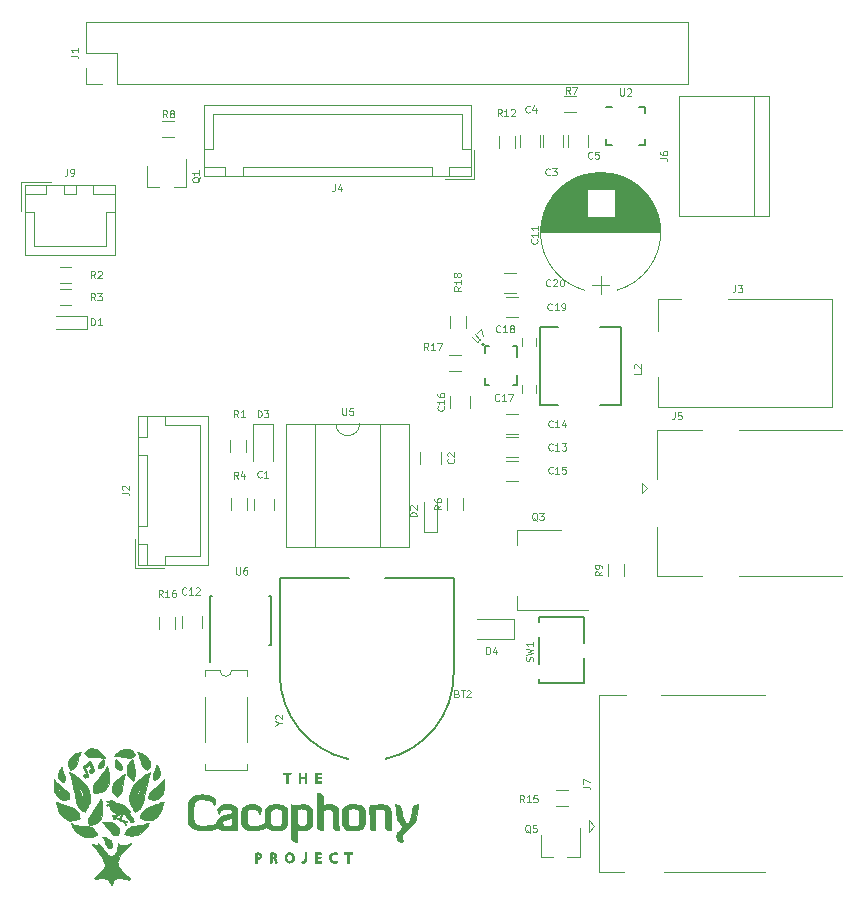
<source format=gbr>
G04 #@! TF.GenerationSoftware,KiCad,Pcbnew,5.0.0-rc2-unknown-03fa645~65~ubuntu16.04.1*
G04 #@! TF.CreationDate,2018-06-29T10:26:33+12:00*
G04 #@! TF.ProjectId,pi-hat,70692D6861742E6B696361645F706362,rev?*
G04 #@! TF.SameCoordinates,Original*
G04 #@! TF.FileFunction,Legend,Top*
G04 #@! TF.FilePolarity,Positive*
%FSLAX46Y46*%
G04 Gerber Fmt 4.6, Leading zero omitted, Abs format (unit mm)*
G04 Created by KiCad (PCBNEW 5.0.0-rc2-unknown-03fa645~65~ubuntu16.04.1) date Fri Jun 29 10:26:33 2018*
%MOMM*%
%LPD*%
G01*
G04 APERTURE LIST*
%ADD10C,0.150000*%
%ADD11C,0.120000*%
%ADD12C,0.010000*%
%ADD13C,0.125000*%
G04 APERTURE END LIST*
D10*
G04 #@! TO.C,SW1*
X145495000Y-155443000D02*
X145495000Y-153157000D01*
X145495000Y-157094000D02*
X145495000Y-156713000D01*
X149305000Y-157094000D02*
X149305000Y-154935000D01*
X149305000Y-153665000D02*
X149305000Y-151506000D01*
X145495000Y-151506000D02*
X145495000Y-151887000D01*
X149305000Y-151506000D02*
X145495000Y-151506000D01*
X145495000Y-157094000D02*
X149305000Y-157094000D01*
G04 #@! TO.C,L2*
X150613568Y-126877229D02*
X152391568Y-126877229D01*
X152391568Y-126877229D02*
X152391568Y-133481229D01*
X152391568Y-133481229D02*
X150613568Y-133481229D01*
X147057568Y-133481229D02*
X145533568Y-133481229D01*
X145533568Y-133481229D02*
X145533568Y-126877229D01*
X145533568Y-126877229D02*
X147057568Y-126877229D01*
X147057568Y-126877229D02*
X146803568Y-126877229D01*
G04 #@! TO.C,U7*
X140812990Y-128383828D02*
G75*
G03X140812990Y-128383828I-80322J0D01*
G01*
X140910468Y-131812828D02*
X140910468Y-131254028D01*
X141240668Y-131812828D02*
X140910468Y-131812828D01*
X143653668Y-131812828D02*
X143323468Y-131812828D01*
X143653668Y-130949228D02*
X143653668Y-131812828D01*
X143653668Y-128561628D02*
X143653668Y-129425228D01*
X143323468Y-128561628D02*
X143653668Y-128561628D01*
X140910468Y-128561628D02*
X141240668Y-128561628D01*
X140910468Y-129120428D02*
X140910468Y-128561628D01*
G04 #@! TO.C,BT2*
X138253289Y-156300000D02*
G75*
G02X132449400Y-163488200I-7353289J0D01*
G01*
X129356609Y-163502493D02*
G75*
G02X123534000Y-156300000I1543391J7202493D01*
G01*
X123534000Y-156300000D02*
X123534000Y-148172000D01*
X123534000Y-148172000D02*
X129376000Y-148172000D01*
X132424000Y-148172000D02*
X138266000Y-148172000D01*
X138266000Y-148172000D02*
X138266000Y-156300000D01*
D11*
G04 #@! TO.C,Y2*
X118475000Y-155985000D02*
G75*
G03X119475000Y-155985000I500000J0D01*
G01*
X117175000Y-162085000D02*
X117175000Y-158285000D01*
X117175000Y-155985000D02*
X117175000Y-156455000D01*
X120775000Y-155985000D02*
X120775000Y-156455000D01*
X117175000Y-155985000D02*
X118475000Y-155985000D01*
X119475000Y-155985000D02*
X120775000Y-155985000D01*
X120775000Y-158285000D02*
X120775000Y-162085000D01*
X117175000Y-164385000D02*
X117175000Y-163915000D01*
X120775000Y-164385000D02*
X117175000Y-164385000D01*
X120775000Y-163915000D02*
X120775000Y-164385000D01*
G04 #@! TO.C,R16*
X113270000Y-152449999D02*
X113270000Y-151449999D01*
X114630000Y-151449999D02*
X114630000Y-152449999D01*
G04 #@! TO.C,C1*
X121350000Y-141450000D02*
X121350000Y-142450000D01*
X123050000Y-142450000D02*
X123050000Y-141450000D01*
G04 #@! TO.C,C11*
X149950000Y-123350000D02*
X151450000Y-123350000D01*
X150700000Y-124100000D02*
X150700000Y-122600000D01*
X150421000Y-113819000D02*
X150979000Y-113819000D01*
X150028000Y-113859000D02*
X151372000Y-113859000D01*
X149787000Y-113899000D02*
X151613000Y-113899000D01*
X149596000Y-113939000D02*
X151804000Y-113939000D01*
X149435000Y-113979000D02*
X151965000Y-113979000D01*
X149293000Y-114019000D02*
X152107000Y-114019000D01*
X149164000Y-114059000D02*
X152236000Y-114059000D01*
X149046000Y-114099000D02*
X152354000Y-114099000D01*
X148937000Y-114139000D02*
X152463000Y-114139000D01*
X148834000Y-114179000D02*
X152566000Y-114179000D01*
X148738000Y-114219000D02*
X152662000Y-114219000D01*
X148647000Y-114259000D02*
X152753000Y-114259000D01*
X148560000Y-114299000D02*
X152840000Y-114299000D01*
X148478000Y-114339000D02*
X152922000Y-114339000D01*
X148399000Y-114379000D02*
X153001000Y-114379000D01*
X148323000Y-114419000D02*
X153077000Y-114419000D01*
X148251000Y-114459000D02*
X153149000Y-114459000D01*
X148181000Y-114499000D02*
X153219000Y-114499000D01*
X148113000Y-114539000D02*
X153287000Y-114539000D01*
X148048000Y-114579000D02*
X153352000Y-114579000D01*
X147985000Y-114619000D02*
X153415000Y-114619000D01*
X147923000Y-114659000D02*
X153477000Y-114659000D01*
X147864000Y-114699000D02*
X153536000Y-114699000D01*
X147806000Y-114739000D02*
X153594000Y-114739000D01*
X147751000Y-114779000D02*
X153649000Y-114779000D01*
X147696000Y-114819000D02*
X153704000Y-114819000D01*
X147643000Y-114859000D02*
X153757000Y-114859000D01*
X147592000Y-114899000D02*
X153808000Y-114899000D01*
X147542000Y-114939000D02*
X153858000Y-114939000D01*
X147493000Y-114979000D02*
X153907000Y-114979000D01*
X147445000Y-115019000D02*
X153955000Y-115019000D01*
X147398000Y-115059000D02*
X154002000Y-115059000D01*
X147353000Y-115099000D02*
X154047000Y-115099000D01*
X147309000Y-115139000D02*
X154091000Y-115139000D01*
X147265000Y-115179000D02*
X154135000Y-115179000D01*
X147223000Y-115219000D02*
X154177000Y-115219000D01*
X151881000Y-115259000D02*
X154218000Y-115259000D01*
X147182000Y-115259000D02*
X149519000Y-115259000D01*
X151881000Y-115299000D02*
X154259000Y-115299000D01*
X147141000Y-115299000D02*
X149519000Y-115299000D01*
X151881000Y-115339000D02*
X154298000Y-115339000D01*
X147102000Y-115339000D02*
X149519000Y-115339000D01*
X151881000Y-115379000D02*
X154337000Y-115379000D01*
X147063000Y-115379000D02*
X149519000Y-115379000D01*
X151881000Y-115419000D02*
X154375000Y-115419000D01*
X147025000Y-115419000D02*
X149519000Y-115419000D01*
X151881000Y-115459000D02*
X154412000Y-115459000D01*
X146988000Y-115459000D02*
X149519000Y-115459000D01*
X151881000Y-115499000D02*
X154448000Y-115499000D01*
X146952000Y-115499000D02*
X149519000Y-115499000D01*
X151881000Y-115539000D02*
X154484000Y-115539000D01*
X146916000Y-115539000D02*
X149519000Y-115539000D01*
X151881000Y-115579000D02*
X154519000Y-115579000D01*
X146881000Y-115579000D02*
X149519000Y-115579000D01*
X151881000Y-115619000D02*
X154553000Y-115619000D01*
X146847000Y-115619000D02*
X149519000Y-115619000D01*
X151881000Y-115659000D02*
X154586000Y-115659000D01*
X146814000Y-115659000D02*
X149519000Y-115659000D01*
X151881000Y-115699000D02*
X154619000Y-115699000D01*
X146781000Y-115699000D02*
X149519000Y-115699000D01*
X151881000Y-115739000D02*
X154651000Y-115739000D01*
X146749000Y-115739000D02*
X149519000Y-115739000D01*
X151881000Y-115779000D02*
X154682000Y-115779000D01*
X146718000Y-115779000D02*
X149519000Y-115779000D01*
X151881000Y-115819000D02*
X154713000Y-115819000D01*
X146687000Y-115819000D02*
X149519000Y-115819000D01*
X151881000Y-115859000D02*
X154743000Y-115859000D01*
X146657000Y-115859000D02*
X149519000Y-115859000D01*
X151881000Y-115899000D02*
X154772000Y-115899000D01*
X146628000Y-115899000D02*
X149519000Y-115899000D01*
X151881000Y-115939000D02*
X154801000Y-115939000D01*
X146599000Y-115939000D02*
X149519000Y-115939000D01*
X151881000Y-115979000D02*
X154830000Y-115979000D01*
X146570000Y-115979000D02*
X149519000Y-115979000D01*
X151881000Y-116019000D02*
X154857000Y-116019000D01*
X146543000Y-116019000D02*
X149519000Y-116019000D01*
X151881000Y-116059000D02*
X154885000Y-116059000D01*
X146515000Y-116059000D02*
X149519000Y-116059000D01*
X151881000Y-116099000D02*
X154911000Y-116099000D01*
X146489000Y-116099000D02*
X149519000Y-116099000D01*
X151881000Y-116139000D02*
X154937000Y-116139000D01*
X146463000Y-116139000D02*
X149519000Y-116139000D01*
X151881000Y-116179000D02*
X154963000Y-116179000D01*
X146437000Y-116179000D02*
X149519000Y-116179000D01*
X151881000Y-116219000D02*
X154988000Y-116219000D01*
X146412000Y-116219000D02*
X149519000Y-116219000D01*
X151881000Y-116259000D02*
X155012000Y-116259000D01*
X146388000Y-116259000D02*
X149519000Y-116259000D01*
X151881000Y-116299000D02*
X155036000Y-116299000D01*
X146364000Y-116299000D02*
X149519000Y-116299000D01*
X151881000Y-116339000D02*
X155060000Y-116339000D01*
X146340000Y-116339000D02*
X149519000Y-116339000D01*
X151881000Y-116379000D02*
X155083000Y-116379000D01*
X146317000Y-116379000D02*
X149519000Y-116379000D01*
X151881000Y-116419000D02*
X155105000Y-116419000D01*
X146295000Y-116419000D02*
X149519000Y-116419000D01*
X151881000Y-116459000D02*
X155128000Y-116459000D01*
X146272000Y-116459000D02*
X149519000Y-116459000D01*
X151881000Y-116499000D02*
X155149000Y-116499000D01*
X146251000Y-116499000D02*
X149519000Y-116499000D01*
X151881000Y-116539000D02*
X155170000Y-116539000D01*
X146230000Y-116539000D02*
X149519000Y-116539000D01*
X151881000Y-116579000D02*
X155191000Y-116579000D01*
X146209000Y-116579000D02*
X149519000Y-116579000D01*
X151881000Y-116619000D02*
X155211000Y-116619000D01*
X146189000Y-116619000D02*
X149519000Y-116619000D01*
X151881000Y-116659000D02*
X155231000Y-116659000D01*
X146169000Y-116659000D02*
X149519000Y-116659000D01*
X151881000Y-116699000D02*
X155250000Y-116699000D01*
X146150000Y-116699000D02*
X149519000Y-116699000D01*
X151881000Y-116739000D02*
X155269000Y-116739000D01*
X146131000Y-116739000D02*
X149519000Y-116739000D01*
X151881000Y-116779000D02*
X155288000Y-116779000D01*
X146112000Y-116779000D02*
X149519000Y-116779000D01*
X151881000Y-116819000D02*
X155306000Y-116819000D01*
X146094000Y-116819000D02*
X149519000Y-116819000D01*
X151881000Y-116859000D02*
X155324000Y-116859000D01*
X146076000Y-116859000D02*
X149519000Y-116859000D01*
X151881000Y-116899000D02*
X155341000Y-116899000D01*
X146059000Y-116899000D02*
X149519000Y-116899000D01*
X151881000Y-116939000D02*
X155358000Y-116939000D01*
X146042000Y-116939000D02*
X149519000Y-116939000D01*
X151881000Y-116979000D02*
X155374000Y-116979000D01*
X146026000Y-116979000D02*
X149519000Y-116979000D01*
X151881000Y-117019000D02*
X155391000Y-117019000D01*
X146009000Y-117019000D02*
X149519000Y-117019000D01*
X151881000Y-117059000D02*
X155406000Y-117059000D01*
X145994000Y-117059000D02*
X149519000Y-117059000D01*
X151881000Y-117099000D02*
X155422000Y-117099000D01*
X145978000Y-117099000D02*
X149519000Y-117099000D01*
X151881000Y-117139000D02*
X155437000Y-117139000D01*
X145963000Y-117139000D02*
X149519000Y-117139000D01*
X151881000Y-117179000D02*
X155451000Y-117179000D01*
X145949000Y-117179000D02*
X149519000Y-117179000D01*
X151881000Y-117219000D02*
X155465000Y-117219000D01*
X145935000Y-117219000D02*
X149519000Y-117219000D01*
X151881000Y-117259000D02*
X155479000Y-117259000D01*
X145921000Y-117259000D02*
X149519000Y-117259000D01*
X151881000Y-117299000D02*
X155492000Y-117299000D01*
X145908000Y-117299000D02*
X149519000Y-117299000D01*
X151881000Y-117339000D02*
X155506000Y-117339000D01*
X145894000Y-117339000D02*
X149519000Y-117339000D01*
X151881000Y-117379000D02*
X155518000Y-117379000D01*
X145882000Y-117379000D02*
X149519000Y-117379000D01*
X151881000Y-117419000D02*
X155531000Y-117419000D01*
X145869000Y-117419000D02*
X149519000Y-117419000D01*
X151881000Y-117459000D02*
X155543000Y-117459000D01*
X145857000Y-117459000D02*
X149519000Y-117459000D01*
X151881000Y-117499000D02*
X155554000Y-117499000D01*
X145846000Y-117499000D02*
X149519000Y-117499000D01*
X151881000Y-117539000D02*
X155565000Y-117539000D01*
X145835000Y-117539000D02*
X149519000Y-117539000D01*
X151881000Y-117579000D02*
X155576000Y-117579000D01*
X145824000Y-117579000D02*
X149519000Y-117579000D01*
X145813000Y-117619000D02*
X155587000Y-117619000D01*
X145803000Y-117659000D02*
X155597000Y-117659000D01*
X145793000Y-117699000D02*
X155607000Y-117699000D01*
X145783000Y-117739000D02*
X155617000Y-117739000D01*
X145774000Y-117779000D02*
X155626000Y-117779000D01*
X145765000Y-117819000D02*
X155635000Y-117819000D01*
X145757000Y-117859000D02*
X155643000Y-117859000D01*
X145749000Y-117899000D02*
X155651000Y-117899000D01*
X145741000Y-117939000D02*
X155659000Y-117939000D01*
X145733000Y-117979000D02*
X155667000Y-117979000D01*
X145726000Y-118019000D02*
X155674000Y-118019000D01*
X145719000Y-118059000D02*
X155681000Y-118059000D01*
X145713000Y-118099000D02*
X155687000Y-118099000D01*
X145707000Y-118139000D02*
X155693000Y-118139000D01*
X145701000Y-118179000D02*
X155699000Y-118179000D01*
X145695000Y-118220000D02*
X155705000Y-118220000D01*
X145690000Y-118260000D02*
X155710000Y-118260000D01*
X145685000Y-118300000D02*
X155715000Y-118300000D01*
X145680000Y-118340000D02*
X155720000Y-118340000D01*
X145676000Y-118380000D02*
X155724000Y-118380000D01*
X145672000Y-118420000D02*
X155728000Y-118420000D01*
X145669000Y-118460000D02*
X155731000Y-118460000D01*
X145665000Y-118500000D02*
X155735000Y-118500000D01*
X145662000Y-118540000D02*
X155738000Y-118540000D01*
X145660000Y-118580000D02*
X155740000Y-118580000D01*
X145657000Y-118620000D02*
X155743000Y-118620000D01*
X145655000Y-118660000D02*
X155745000Y-118660000D01*
X145653000Y-118700000D02*
X155747000Y-118700000D01*
X145652000Y-118740000D02*
X155748000Y-118740000D01*
X145651000Y-118780000D02*
X155749000Y-118780000D01*
X145650000Y-118820000D02*
X155750000Y-118820000D01*
X145650000Y-118860000D02*
X155750000Y-118860000D01*
X145650000Y-118900000D02*
X155750000Y-118900000D01*
X152083264Y-114001563D02*
G75*
G03X149320000Y-114000643I-1383264J-4898437D01*
G01*
X152083264Y-114001563D02*
G75*
G02X152080000Y-123799357I-1383264J-4898437D01*
G01*
X149316736Y-114001563D02*
G75*
G03X149320000Y-123799357I1383264J-4898437D01*
G01*
G04 #@! TO.C,C13*
X142727568Y-137953228D02*
X143727568Y-137953228D01*
X143727568Y-136253228D02*
X142727568Y-136253228D01*
G04 #@! TO.C,C14*
X142727569Y-135984728D02*
X143727569Y-135984728D01*
X143727569Y-134284728D02*
X142727569Y-134284728D01*
G04 #@! TO.C,C15*
X142727569Y-139921728D02*
X143727569Y-139921728D01*
X143727569Y-138221728D02*
X142727569Y-138221728D01*
G04 #@! TO.C,C16*
X137950000Y-132750000D02*
X137950000Y-133750000D01*
X139650000Y-133750000D02*
X139650000Y-132750000D01*
G04 #@! TO.C,C17*
X145244568Y-131797728D02*
X145244568Y-132497728D01*
X144044568Y-132497728D02*
X144044568Y-131797728D01*
G04 #@! TO.C,C18*
X144044569Y-128560728D02*
X144044569Y-127860728D01*
X145244569Y-127860728D02*
X145244569Y-128560728D01*
G04 #@! TO.C,C19*
X142664068Y-126078729D02*
X143664068Y-126078729D01*
X143664068Y-124378729D02*
X142664068Y-124378729D01*
G04 #@! TO.C,C20*
X142550000Y-124050000D02*
X143550000Y-124050000D01*
X143550000Y-122350000D02*
X142550000Y-122350000D01*
G04 #@! TO.C,D1*
X107200000Y-127050000D02*
X104600000Y-127050000D01*
X107200000Y-125950000D02*
X104600000Y-125950000D01*
X107200000Y-127050000D02*
X107200000Y-125950000D01*
G04 #@! TO.C,D2*
X135750000Y-144300000D02*
X135750000Y-141700000D01*
X136850000Y-144300000D02*
X136850000Y-141700000D01*
X135750000Y-144300000D02*
X136850000Y-144300000D01*
G04 #@! TO.C,D3*
X122950000Y-135150000D02*
X122950000Y-138300000D01*
X121250000Y-135150000D02*
X121250000Y-138300000D01*
X122950000Y-135150000D02*
X121250000Y-135150000D01*
G04 #@! TO.C,D4*
X143350000Y-153350000D02*
X140200000Y-153350000D01*
X143350000Y-151650000D02*
X140200000Y-151650000D01*
X143350000Y-153350000D02*
X143350000Y-151650000D01*
G04 #@! TO.C,J6*
X164960000Y-117490000D02*
X164960000Y-107330000D01*
X157340000Y-117490000D02*
X164960000Y-117490000D01*
X157340000Y-107330000D02*
X157340000Y-117490000D01*
X164960000Y-107330000D02*
X157340000Y-107330000D01*
X163690000Y-107330000D02*
X163690000Y-117490000D01*
G04 #@! TO.C,R1*
X120680000Y-136500000D02*
X120680000Y-137500000D01*
X119320000Y-137500000D02*
X119320000Y-136500000D01*
G04 #@! TO.C,R2*
X105900000Y-123180000D02*
X104900000Y-123180000D01*
X104900000Y-121820000D02*
X105900000Y-121820000D01*
G04 #@! TO.C,R3*
X105900000Y-125080000D02*
X104900000Y-125080000D01*
X104900000Y-123720000D02*
X105900000Y-123720000D01*
G04 #@! TO.C,R4*
X120780000Y-141400000D02*
X120780000Y-142400000D01*
X119420000Y-142400000D02*
X119420000Y-141400000D01*
G04 #@! TO.C,R6*
X137720000Y-142400001D02*
X137720000Y-141400001D01*
X139080000Y-141400001D02*
X139080000Y-142400001D01*
G04 #@! TO.C,R7*
X148600000Y-108730000D02*
X147600000Y-108730000D01*
X147600000Y-107370000D02*
X148600000Y-107370000D01*
G04 #@! TO.C,R8*
X114542500Y-110830000D02*
X113542500Y-110830000D01*
X113542500Y-109470000D02*
X114542500Y-109470000D01*
G04 #@! TO.C,R9*
X151320000Y-148000000D02*
X151320000Y-147000000D01*
X152680000Y-147000000D02*
X152680000Y-148000000D01*
G04 #@! TO.C,R12*
X143480000Y-110750000D02*
X143480000Y-111750000D01*
X142120000Y-111750000D02*
X142120000Y-110750000D01*
G04 #@! TO.C,R15*
X147900000Y-167480000D02*
X146900000Y-167480000D01*
X146900000Y-166120000D02*
X147900000Y-166120000D01*
G04 #@! TO.C,R17*
X137900000Y-129320000D02*
X138900000Y-129320000D01*
X138900000Y-130680000D02*
X137900000Y-130680000D01*
G04 #@! TO.C,R18*
X139280000Y-126000000D02*
X139280000Y-127000000D01*
X137920000Y-127000000D02*
X137920000Y-126000000D01*
D10*
G04 #@! TO.C,U2*
X154425000Y-108275000D02*
X153925000Y-108275000D01*
X154425000Y-111525000D02*
X153925000Y-111525000D01*
X151175000Y-111525000D02*
X151675000Y-111525000D01*
X151175000Y-108275000D02*
X151675000Y-108275000D01*
X154425000Y-111525000D02*
X154425000Y-111025000D01*
X151175000Y-111525000D02*
X151175000Y-111025000D01*
X154425000Y-108275000D02*
X154425000Y-108775000D01*
D11*
G04 #@! TO.C,J3*
X155584000Y-133716000D02*
X155584000Y-131116000D01*
X170284000Y-133716000D02*
X155584000Y-133716000D01*
X155584000Y-124516000D02*
X157484000Y-124516000D01*
X155584000Y-127216000D02*
X155584000Y-124516000D01*
X170284000Y-124516000D02*
X170284000Y-133716000D01*
X161484000Y-124516000D02*
X170284000Y-124516000D01*
G04 #@! TO.C,Q3*
X149600000Y-150910000D02*
X143590000Y-150910000D01*
X147350000Y-144090000D02*
X143590000Y-144090000D01*
X143590000Y-150910000D02*
X143590000Y-149650000D01*
X143590000Y-144090000D02*
X143590000Y-145350000D01*
G04 #@! TO.C,U5*
X130290000Y-135110000D02*
G75*
G02X128290000Y-135110000I-1000000J0D01*
G01*
X134490000Y-135110000D02*
X124090000Y-135110000D01*
X134490000Y-145510000D02*
X134490000Y-135110000D01*
X124090000Y-145510000D02*
X134490000Y-145510000D01*
X124090000Y-135110000D02*
X124090000Y-145510000D01*
X132060000Y-135110000D02*
X130290000Y-135110000D01*
X132060000Y-145510000D02*
X132060000Y-135110000D01*
X126520000Y-145510000D02*
X132060000Y-145510000D01*
X126520000Y-135110000D02*
X126520000Y-145510000D01*
X128290000Y-135110000D02*
X126520000Y-135110000D01*
G04 #@! TO.C,C12*
X115250000Y-151400000D02*
X115250000Y-152400000D01*
X116950000Y-152400000D02*
X116950000Y-151400000D01*
G04 #@! TO.C,J9*
X101650000Y-114600000D02*
X101650000Y-117100000D01*
X104150000Y-114600000D02*
X101650000Y-114600000D01*
X108800000Y-120100000D02*
X105750000Y-120100000D01*
X108800000Y-117150000D02*
X108800000Y-120100000D01*
X109550000Y-117150000D02*
X108800000Y-117150000D01*
X102700000Y-120100000D02*
X105750000Y-120100000D01*
X102700000Y-117150000D02*
X102700000Y-120100000D01*
X101950000Y-117150000D02*
X102700000Y-117150000D01*
X109550000Y-114900000D02*
X107750000Y-114900000D01*
X109550000Y-115650000D02*
X109550000Y-114900000D01*
X107750000Y-115650000D02*
X109550000Y-115650000D01*
X107750000Y-114900000D02*
X107750000Y-115650000D01*
X103750000Y-114900000D02*
X101950000Y-114900000D01*
X103750000Y-115650000D02*
X103750000Y-114900000D01*
X101950000Y-115650000D02*
X103750000Y-115650000D01*
X101950000Y-114900000D02*
X101950000Y-115650000D01*
X106250000Y-114900000D02*
X105250000Y-114900000D01*
X106250000Y-115650000D02*
X106250000Y-114900000D01*
X105250000Y-115650000D02*
X106250000Y-115650000D01*
X105250000Y-114900000D02*
X105250000Y-115650000D01*
X109550000Y-114900000D02*
X101950000Y-114900000D01*
X109550000Y-120850000D02*
X109550000Y-114900000D01*
X101950000Y-120850000D02*
X109550000Y-120850000D01*
X101950000Y-114900000D02*
X101950000Y-120850000D01*
D10*
G04 #@! TO.C,U6*
X117670000Y-153875000D02*
X117670000Y-155275000D01*
X122770000Y-153875000D02*
X122770000Y-149725000D01*
X117620000Y-153875000D02*
X117620000Y-149725000D01*
X122770000Y-153875000D02*
X122625000Y-153875000D01*
X122770000Y-149725000D02*
X122625000Y-149725000D01*
X117620000Y-149725000D02*
X117765000Y-149725000D01*
X117620000Y-153875000D02*
X117670000Y-153875000D01*
D11*
G04 #@! TO.C,J1*
X107170000Y-106330000D02*
X107170000Y-105000000D01*
X108500000Y-106330000D02*
X107170000Y-106330000D01*
X107170000Y-103730000D02*
X107170000Y-101130000D01*
X109770000Y-103730000D02*
X107170000Y-103730000D01*
X109770000Y-106330000D02*
X109770000Y-103730000D01*
X107170000Y-101130000D02*
X158090000Y-101130000D01*
X109770000Y-106330000D02*
X158090000Y-106330000D01*
X158090000Y-106330000D02*
X158090000Y-101130000D01*
G04 #@! TO.C,J4*
X140000000Y-114400000D02*
X140000000Y-111900000D01*
X137500000Y-114400000D02*
X140000000Y-114400000D01*
X117850000Y-108900000D02*
X128400000Y-108900000D01*
X117850000Y-111850000D02*
X117850000Y-108900000D01*
X117100000Y-111850000D02*
X117850000Y-111850000D01*
X138950000Y-108900000D02*
X128400000Y-108900000D01*
X138950000Y-111850000D02*
X138950000Y-108900000D01*
X139700000Y-111850000D02*
X138950000Y-111850000D01*
X117100000Y-114100000D02*
X118900000Y-114100000D01*
X117100000Y-113350000D02*
X117100000Y-114100000D01*
X118900000Y-113350000D02*
X117100000Y-113350000D01*
X118900000Y-114100000D02*
X118900000Y-113350000D01*
X137900000Y-114100000D02*
X139700000Y-114100000D01*
X137900000Y-113350000D02*
X137900000Y-114100000D01*
X139700000Y-113350000D02*
X137900000Y-113350000D01*
X139700000Y-114100000D02*
X139700000Y-113350000D01*
X120400000Y-114100000D02*
X136400000Y-114100000D01*
X120400000Y-113350000D02*
X120400000Y-114100000D01*
X136400000Y-113350000D02*
X120400000Y-113350000D01*
X136400000Y-114100000D02*
X136400000Y-113350000D01*
X117100000Y-114100000D02*
X139700000Y-114100000D01*
X117100000Y-108150000D02*
X117100000Y-114100000D01*
X139700000Y-108150000D02*
X117100000Y-108150000D01*
X139700000Y-114100000D02*
X139700000Y-108150000D01*
G04 #@! TO.C,Q1*
X112300000Y-115100000D02*
X113350000Y-115100000D01*
X112300000Y-113300000D02*
X112300000Y-115100000D01*
X115600000Y-115100000D02*
X114550000Y-115100000D01*
X115600000Y-112700000D02*
X115600000Y-115100000D01*
G04 #@! TO.C,Q5*
X145632000Y-171758000D02*
X146682000Y-171758000D01*
X145632000Y-169958000D02*
X145632000Y-171758000D01*
X148932000Y-171758000D02*
X147882000Y-171758000D01*
X148932000Y-169358000D02*
X148932000Y-171758000D01*
G04 #@! TO.C,J2*
X111250000Y-147350000D02*
X113750000Y-147350000D01*
X111250000Y-144850000D02*
X111250000Y-147350000D01*
X116750000Y-135200000D02*
X116750000Y-140750000D01*
X113800000Y-135200000D02*
X116750000Y-135200000D01*
X113800000Y-134450000D02*
X113800000Y-135200000D01*
X116750000Y-146300000D02*
X116750000Y-140750000D01*
X113800000Y-146300000D02*
X116750000Y-146300000D01*
X113800000Y-147050000D02*
X113800000Y-146300000D01*
X111550000Y-134450000D02*
X111550000Y-136250000D01*
X112300000Y-134450000D02*
X111550000Y-134450000D01*
X112300000Y-136250000D02*
X112300000Y-134450000D01*
X111550000Y-136250000D02*
X112300000Y-136250000D01*
X111550000Y-145250000D02*
X111550000Y-147050000D01*
X112300000Y-145250000D02*
X111550000Y-145250000D01*
X112300000Y-147050000D02*
X112300000Y-145250000D01*
X111550000Y-147050000D02*
X112300000Y-147050000D01*
X111550000Y-137750000D02*
X111550000Y-143750000D01*
X112300000Y-137750000D02*
X111550000Y-137750000D01*
X112300000Y-143750000D02*
X112300000Y-137750000D01*
X111550000Y-143750000D02*
X112300000Y-143750000D01*
X111550000Y-134450000D02*
X111550000Y-147050000D01*
X117500000Y-134450000D02*
X111550000Y-134450000D01*
X117500000Y-147050000D02*
X117500000Y-134450000D01*
X111550000Y-147050000D02*
X117500000Y-147050000D01*
G04 #@! TO.C,J7*
X149680000Y-168635000D02*
X150180000Y-169135000D01*
X149680000Y-169635000D02*
X149680000Y-168635000D01*
X150180000Y-169135000D02*
X149680000Y-169635000D01*
X150540000Y-158085000D02*
X152870000Y-158085000D01*
X150540000Y-173075000D02*
X152660000Y-173075000D01*
X150540000Y-158085000D02*
X150540000Y-173075000D01*
X155830000Y-158085000D02*
X164630000Y-158085000D01*
X156030000Y-173075000D02*
X164630000Y-173075000D01*
G04 #@! TO.C,J5*
X162425000Y-147960000D02*
X171175000Y-147960000D01*
X155475000Y-147960000D02*
X159275000Y-147960000D01*
X155475000Y-143860000D02*
X155475000Y-147960000D01*
X162375000Y-135660000D02*
X171175000Y-135660000D01*
X155475000Y-135660000D02*
X159325000Y-135660000D01*
X155475000Y-139760000D02*
X155475000Y-135660000D01*
X154175000Y-141010000D02*
X154625000Y-140560000D01*
X154175000Y-140110000D02*
X154175000Y-141010000D01*
X154625000Y-140560000D02*
X154175000Y-140110000D01*
G04 #@! TO.C,C2*
X137150000Y-138500000D02*
X137150000Y-137500000D01*
X135450000Y-137500000D02*
X135450000Y-138500000D01*
G04 #@! TO.C,C3*
X147550000Y-111649999D02*
X147550000Y-110649999D01*
X145850000Y-110649999D02*
X145850000Y-111649999D01*
G04 #@! TO.C,C4*
X143900000Y-110649999D02*
X143900000Y-111649999D01*
X145600000Y-111649999D02*
X145600000Y-110649999D01*
G04 #@! TO.C,C5*
X147900000Y-110650000D02*
X147900000Y-111650000D01*
X149600000Y-111650000D02*
X149600000Y-110650000D01*
D12*
G04 #@! TO.C,G\002A\002A\002A*
G36*
X110715302Y-162638119D02*
X110864508Y-162670210D01*
X110947416Y-162701437D01*
X111008768Y-162745003D01*
X111076536Y-162815449D01*
X111143369Y-162901682D01*
X111201913Y-162992606D01*
X111244817Y-163077128D01*
X111264727Y-163144153D01*
X111261057Y-163174697D01*
X111207206Y-163234847D01*
X111118296Y-163294012D01*
X111009703Y-163345136D01*
X110896806Y-163381165D01*
X110794981Y-163395043D01*
X110781400Y-163394769D01*
X110744716Y-163390095D01*
X110667011Y-163378271D01*
X110557332Y-163360736D01*
X110424725Y-163338932D01*
X110311500Y-163319939D01*
X110151374Y-163294775D01*
X109991629Y-163273057D01*
X109846121Y-163256435D01*
X109728706Y-163246563D01*
X109679224Y-163244583D01*
X109478749Y-163242266D01*
X109577624Y-163140217D01*
X109706419Y-163022552D01*
X110236240Y-163022552D01*
X110245271Y-163028786D01*
X110288129Y-163032173D01*
X110370031Y-163033481D01*
X110496190Y-163033477D01*
X110535939Y-163033359D01*
X110672778Y-163031568D01*
X110770548Y-163027369D01*
X110825571Y-163021038D01*
X110834174Y-163012852D01*
X110830386Y-163011158D01*
X110735477Y-162988873D01*
X110611769Y-162976721D01*
X110480341Y-162975204D01*
X110362272Y-162984826D01*
X110298800Y-162998476D01*
X110255821Y-163012704D01*
X110236240Y-163022552D01*
X109706419Y-163022552D01*
X109746483Y-162985951D01*
X109932413Y-162850743D01*
X110123805Y-162741555D01*
X110309054Y-162665345D01*
X110415717Y-162637712D01*
X110557705Y-162626328D01*
X110715302Y-162638119D01*
X110715302Y-162638119D01*
G37*
X110715302Y-162638119D02*
X110864508Y-162670210D01*
X110947416Y-162701437D01*
X111008768Y-162745003D01*
X111076536Y-162815449D01*
X111143369Y-162901682D01*
X111201913Y-162992606D01*
X111244817Y-163077128D01*
X111264727Y-163144153D01*
X111261057Y-163174697D01*
X111207206Y-163234847D01*
X111118296Y-163294012D01*
X111009703Y-163345136D01*
X110896806Y-163381165D01*
X110794981Y-163395043D01*
X110781400Y-163394769D01*
X110744716Y-163390095D01*
X110667011Y-163378271D01*
X110557332Y-163360736D01*
X110424725Y-163338932D01*
X110311500Y-163319939D01*
X110151374Y-163294775D01*
X109991629Y-163273057D01*
X109846121Y-163256435D01*
X109728706Y-163246563D01*
X109679224Y-163244583D01*
X109478749Y-163242266D01*
X109577624Y-163140217D01*
X109706419Y-163022552D01*
X110236240Y-163022552D01*
X110245271Y-163028786D01*
X110288129Y-163032173D01*
X110370031Y-163033481D01*
X110496190Y-163033477D01*
X110535939Y-163033359D01*
X110672778Y-163031568D01*
X110770548Y-163027369D01*
X110825571Y-163021038D01*
X110834174Y-163012852D01*
X110830386Y-163011158D01*
X110735477Y-162988873D01*
X110611769Y-162976721D01*
X110480341Y-162975204D01*
X110362272Y-162984826D01*
X110298800Y-162998476D01*
X110255821Y-163012704D01*
X110236240Y-163022552D01*
X109706419Y-163022552D01*
X109746483Y-162985951D01*
X109932413Y-162850743D01*
X110123805Y-162741555D01*
X110309054Y-162665345D01*
X110415717Y-162637712D01*
X110557705Y-162626328D01*
X110715302Y-162638119D01*
G36*
X107851982Y-162620872D02*
X108011028Y-162678597D01*
X108111556Y-162740159D01*
X108230579Y-162832868D01*
X108357122Y-162946492D01*
X108480216Y-163070794D01*
X108588889Y-163195543D01*
X108645431Y-163270357D01*
X108700927Y-163355636D01*
X108721239Y-163406141D01*
X108705218Y-163424812D01*
X108651711Y-163414592D01*
X108597000Y-163394140D01*
X108553338Y-163385291D01*
X108467418Y-163375255D01*
X108347744Y-163364751D01*
X108202823Y-163354499D01*
X108041160Y-163345218D01*
X107987400Y-163342576D01*
X107819146Y-163333687D01*
X107662069Y-163323594D01*
X107525423Y-163313033D01*
X107418465Y-163302739D01*
X107350451Y-163293447D01*
X107339744Y-163291149D01*
X107272757Y-163261582D01*
X107194089Y-163208840D01*
X107115564Y-163143428D01*
X107049009Y-163075852D01*
X107006250Y-163016618D01*
X106996800Y-162986495D01*
X107014145Y-162953404D01*
X107021710Y-162944028D01*
X107314300Y-162944028D01*
X107504800Y-162968209D01*
X107632598Y-162988305D01*
X107771973Y-163016060D01*
X107873100Y-163040402D01*
X107985657Y-163069793D01*
X108051258Y-163083983D01*
X108071523Y-163082642D01*
X108048070Y-163065439D01*
X107982520Y-163032040D01*
X107962000Y-163022195D01*
X107885349Y-162989478D01*
X107811002Y-162968668D01*
X107722602Y-162956758D01*
X107603797Y-162950742D01*
X107568300Y-162949826D01*
X107314300Y-162944028D01*
X107021710Y-162944028D01*
X107060683Y-162895726D01*
X107128171Y-162823210D01*
X107169767Y-162781948D01*
X107257633Y-162700052D01*
X107323794Y-162647787D01*
X107380791Y-162617263D01*
X107441168Y-162600589D01*
X107464159Y-162596753D01*
X107656498Y-162589601D01*
X107851982Y-162620872D01*
X107851982Y-162620872D01*
G37*
X107851982Y-162620872D02*
X108011028Y-162678597D01*
X108111556Y-162740159D01*
X108230579Y-162832868D01*
X108357122Y-162946492D01*
X108480216Y-163070794D01*
X108588889Y-163195543D01*
X108645431Y-163270357D01*
X108700927Y-163355636D01*
X108721239Y-163406141D01*
X108705218Y-163424812D01*
X108651711Y-163414592D01*
X108597000Y-163394140D01*
X108553338Y-163385291D01*
X108467418Y-163375255D01*
X108347744Y-163364751D01*
X108202823Y-163354499D01*
X108041160Y-163345218D01*
X107987400Y-163342576D01*
X107819146Y-163333687D01*
X107662069Y-163323594D01*
X107525423Y-163313033D01*
X107418465Y-163302739D01*
X107350451Y-163293447D01*
X107339744Y-163291149D01*
X107272757Y-163261582D01*
X107194089Y-163208840D01*
X107115564Y-163143428D01*
X107049009Y-163075852D01*
X107006250Y-163016618D01*
X106996800Y-162986495D01*
X107014145Y-162953404D01*
X107021710Y-162944028D01*
X107314300Y-162944028D01*
X107504800Y-162968209D01*
X107632598Y-162988305D01*
X107771973Y-163016060D01*
X107873100Y-163040402D01*
X107985657Y-163069793D01*
X108051258Y-163083983D01*
X108071523Y-163082642D01*
X108048070Y-163065439D01*
X107982520Y-163032040D01*
X107962000Y-163022195D01*
X107885349Y-162989478D01*
X107811002Y-162968668D01*
X107722602Y-162956758D01*
X107603797Y-162950742D01*
X107568300Y-162949826D01*
X107314300Y-162944028D01*
X107021710Y-162944028D01*
X107060683Y-162895726D01*
X107128171Y-162823210D01*
X107169767Y-162781948D01*
X107257633Y-162700052D01*
X107323794Y-162647787D01*
X107380791Y-162617263D01*
X107441168Y-162600589D01*
X107464159Y-162596753D01*
X107656498Y-162589601D01*
X107851982Y-162620872D01*
G36*
X108610920Y-163505302D02*
X108625824Y-163544742D01*
X108636294Y-163619990D01*
X108641946Y-163716217D01*
X108642393Y-163818591D01*
X108637251Y-163912283D01*
X108626135Y-163982463D01*
X108623539Y-163991247D01*
X108584213Y-164071514D01*
X108527044Y-164149121D01*
X108516868Y-164159823D01*
X108462912Y-164206119D01*
X108407836Y-164228825D01*
X108329704Y-164235795D01*
X108304097Y-164236000D01*
X108225024Y-164234468D01*
X108182600Y-164224627D01*
X108162674Y-164198610D01*
X108151594Y-164151206D01*
X108152287Y-164049588D01*
X108172074Y-163979323D01*
X108202082Y-163928370D01*
X108254678Y-163858302D01*
X108322114Y-163777486D01*
X108396644Y-163694292D01*
X108470518Y-163617090D01*
X108535988Y-163554248D01*
X108585306Y-163514136D01*
X108610725Y-163505123D01*
X108610920Y-163505302D01*
X108610920Y-163505302D01*
G37*
X108610920Y-163505302D02*
X108625824Y-163544742D01*
X108636294Y-163619990D01*
X108641946Y-163716217D01*
X108642393Y-163818591D01*
X108637251Y-163912283D01*
X108626135Y-163982463D01*
X108623539Y-163991247D01*
X108584213Y-164071514D01*
X108527044Y-164149121D01*
X108516868Y-164159823D01*
X108462912Y-164206119D01*
X108407836Y-164228825D01*
X108329704Y-164235795D01*
X108304097Y-164236000D01*
X108225024Y-164234468D01*
X108182600Y-164224627D01*
X108162674Y-164198610D01*
X108151594Y-164151206D01*
X108152287Y-164049588D01*
X108172074Y-163979323D01*
X108202082Y-163928370D01*
X108254678Y-163858302D01*
X108322114Y-163777486D01*
X108396644Y-163694292D01*
X108470518Y-163617090D01*
X108535988Y-163554248D01*
X108585306Y-163514136D01*
X108610725Y-163505123D01*
X108610920Y-163505302D01*
G36*
X109648628Y-163530551D02*
X109684391Y-163558852D01*
X109741099Y-163613893D01*
X109824486Y-163699703D01*
X109874797Y-163752093D01*
X109986609Y-163870750D01*
X110066713Y-163962451D01*
X110120195Y-164035260D01*
X110152144Y-164097244D01*
X110167649Y-164156468D01*
X110171797Y-164220996D01*
X110171800Y-164222876D01*
X110167227Y-164309500D01*
X110146315Y-164359280D01*
X110098272Y-164382218D01*
X110012309Y-164388318D01*
X109993231Y-164388400D01*
X109899043Y-164384035D01*
X109833848Y-164366668D01*
X109776267Y-164329890D01*
X109763734Y-164319600D01*
X109677224Y-164225343D01*
X109622137Y-164110325D01*
X109605339Y-164020100D01*
X109816200Y-164020100D01*
X109828900Y-164032800D01*
X109841600Y-164020100D01*
X109828900Y-164007400D01*
X109816200Y-164020100D01*
X109605339Y-164020100D01*
X109595880Y-163969300D01*
X109790800Y-163969300D01*
X109803500Y-163982000D01*
X109816200Y-163969300D01*
X109803500Y-163956600D01*
X109790800Y-163969300D01*
X109595880Y-163969300D01*
X109595142Y-163965337D01*
X109591163Y-163842300D01*
X109594343Y-163735190D01*
X109600497Y-163638973D01*
X109608383Y-163572194D01*
X109609655Y-163565790D01*
X109616994Y-163538049D01*
X109628073Y-163524960D01*
X109648628Y-163530551D01*
X109648628Y-163530551D01*
G37*
X109648628Y-163530551D02*
X109684391Y-163558852D01*
X109741099Y-163613893D01*
X109824486Y-163699703D01*
X109874797Y-163752093D01*
X109986609Y-163870750D01*
X110066713Y-163962451D01*
X110120195Y-164035260D01*
X110152144Y-164097244D01*
X110167649Y-164156468D01*
X110171797Y-164220996D01*
X110171800Y-164222876D01*
X110167227Y-164309500D01*
X110146315Y-164359280D01*
X110098272Y-164382218D01*
X110012309Y-164388318D01*
X109993231Y-164388400D01*
X109899043Y-164384035D01*
X109833848Y-164366668D01*
X109776267Y-164329890D01*
X109763734Y-164319600D01*
X109677224Y-164225343D01*
X109622137Y-164110325D01*
X109605339Y-164020100D01*
X109816200Y-164020100D01*
X109828900Y-164032800D01*
X109841600Y-164020100D01*
X109828900Y-164007400D01*
X109816200Y-164020100D01*
X109605339Y-164020100D01*
X109595880Y-163969300D01*
X109790800Y-163969300D01*
X109803500Y-163982000D01*
X109816200Y-163969300D01*
X109803500Y-163956600D01*
X109790800Y-163969300D01*
X109595880Y-163969300D01*
X109595142Y-163965337D01*
X109591163Y-163842300D01*
X109594343Y-163735190D01*
X109600497Y-163638973D01*
X109608383Y-163572194D01*
X109609655Y-163565790D01*
X109616994Y-163538049D01*
X109628073Y-163524960D01*
X109648628Y-163530551D01*
G36*
X111529723Y-162875892D02*
X111614359Y-162906839D01*
X111720232Y-162951945D01*
X111835780Y-163005912D01*
X111949442Y-163063447D01*
X112049654Y-163119251D01*
X112093340Y-163146302D01*
X112277624Y-163290113D01*
X112418011Y-163451654D01*
X112512651Y-163627977D01*
X112559693Y-163816134D01*
X112564807Y-163897363D01*
X112561094Y-163972382D01*
X112544708Y-164041266D01*
X112510142Y-164120189D01*
X112454772Y-164220353D01*
X112400539Y-164306748D01*
X112351165Y-164373001D01*
X112314629Y-164408852D01*
X112305400Y-164412381D01*
X112259728Y-164402457D01*
X112191158Y-164377236D01*
X112165700Y-164366077D01*
X112046888Y-164292506D01*
X111944291Y-164194081D01*
X111886830Y-164109527D01*
X111864292Y-164054530D01*
X111834694Y-163967568D01*
X111803822Y-163865829D01*
X111798756Y-163847916D01*
X111746749Y-163668602D01*
X111692373Y-163493026D01*
X111684251Y-163468368D01*
X111987167Y-163468368D01*
X112002980Y-163511251D01*
X112040337Y-163590645D01*
X112089757Y-163689264D01*
X112143972Y-163799033D01*
X112188347Y-163894722D01*
X112218288Y-163966010D01*
X112229200Y-164002483D01*
X112236367Y-164028841D01*
X112243569Y-164026897D01*
X112246229Y-163995895D01*
X112236251Y-163934313D01*
X112228380Y-163902013D01*
X112185688Y-163773457D01*
X112129733Y-163648161D01*
X112068493Y-163542027D01*
X112014007Y-163474664D01*
X111991357Y-163457628D01*
X111987167Y-163468368D01*
X111684251Y-163468368D01*
X111638463Y-163329367D01*
X111587853Y-163185806D01*
X111543379Y-163070523D01*
X111507876Y-162991698D01*
X111493529Y-162967305D01*
X111453590Y-162906328D01*
X111445161Y-162875136D01*
X111466882Y-162864783D01*
X111477888Y-162864400D01*
X111529723Y-162875892D01*
X111529723Y-162875892D01*
G37*
X111529723Y-162875892D02*
X111614359Y-162906839D01*
X111720232Y-162951945D01*
X111835780Y-163005912D01*
X111949442Y-163063447D01*
X112049654Y-163119251D01*
X112093340Y-163146302D01*
X112277624Y-163290113D01*
X112418011Y-163451654D01*
X112512651Y-163627977D01*
X112559693Y-163816134D01*
X112564807Y-163897363D01*
X112561094Y-163972382D01*
X112544708Y-164041266D01*
X112510142Y-164120189D01*
X112454772Y-164220353D01*
X112400539Y-164306748D01*
X112351165Y-164373001D01*
X112314629Y-164408852D01*
X112305400Y-164412381D01*
X112259728Y-164402457D01*
X112191158Y-164377236D01*
X112165700Y-164366077D01*
X112046888Y-164292506D01*
X111944291Y-164194081D01*
X111886830Y-164109527D01*
X111864292Y-164054530D01*
X111834694Y-163967568D01*
X111803822Y-163865829D01*
X111798756Y-163847916D01*
X111746749Y-163668602D01*
X111692373Y-163493026D01*
X111684251Y-163468368D01*
X111987167Y-163468368D01*
X112002980Y-163511251D01*
X112040337Y-163590645D01*
X112089757Y-163689264D01*
X112143972Y-163799033D01*
X112188347Y-163894722D01*
X112218288Y-163966010D01*
X112229200Y-164002483D01*
X112236367Y-164028841D01*
X112243569Y-164026897D01*
X112246229Y-163995895D01*
X112236251Y-163934313D01*
X112228380Y-163902013D01*
X112185688Y-163773457D01*
X112129733Y-163648161D01*
X112068493Y-163542027D01*
X112014007Y-163474664D01*
X111991357Y-163457628D01*
X111987167Y-163468368D01*
X111684251Y-163468368D01*
X111638463Y-163329367D01*
X111587853Y-163185806D01*
X111543379Y-163070523D01*
X111507876Y-162991698D01*
X111493529Y-162967305D01*
X111453590Y-162906328D01*
X111445161Y-162875136D01*
X111466882Y-162864783D01*
X111477888Y-162864400D01*
X111529723Y-162875892D01*
G36*
X106679509Y-162868842D02*
X106674099Y-162894619D01*
X106650754Y-162952977D01*
X106615079Y-163030124D01*
X106582764Y-163105939D01*
X106540598Y-163218716D01*
X106492741Y-163356588D01*
X106443354Y-163507688D01*
X106410485Y-163613700D01*
X106348965Y-163811105D01*
X106295913Y-163965716D01*
X106247968Y-164084142D01*
X106201768Y-164172989D01*
X106153952Y-164238869D01*
X106101159Y-164288388D01*
X106049974Y-164322487D01*
X105943549Y-164378888D01*
X105867596Y-164403589D01*
X105813476Y-164397305D01*
X105772546Y-164360748D01*
X105762884Y-164346188D01*
X105719951Y-164277931D01*
X105667949Y-164197468D01*
X105654354Y-164176796D01*
X105603194Y-164068268D01*
X105596527Y-164030172D01*
X105881815Y-164030172D01*
X105888324Y-164034331D01*
X105911507Y-163990567D01*
X105951037Y-163898740D01*
X105953349Y-163893100D01*
X106006341Y-163773415D01*
X106070084Y-163643175D01*
X106119890Y-163550200D01*
X106165742Y-163468377D01*
X106187315Y-163425063D01*
X106185959Y-163414906D01*
X106163025Y-163432554D01*
X106145533Y-163448600D01*
X106069342Y-163542575D01*
X105996781Y-163674963D01*
X105934299Y-163833455D01*
X105920132Y-163878660D01*
X105892309Y-163978235D01*
X105881815Y-164030172D01*
X105596527Y-164030172D01*
X105579413Y-163932394D01*
X105579105Y-163928270D01*
X105590345Y-163742697D01*
X105650508Y-163565796D01*
X105758185Y-163399382D01*
X105911964Y-163245269D01*
X106110434Y-163105272D01*
X106295389Y-163007027D01*
X106417145Y-162952347D01*
X106525380Y-162908582D01*
X106611179Y-162878938D01*
X106665631Y-162866621D01*
X106679509Y-162868842D01*
X106679509Y-162868842D01*
G37*
X106679509Y-162868842D02*
X106674099Y-162894619D01*
X106650754Y-162952977D01*
X106615079Y-163030124D01*
X106582764Y-163105939D01*
X106540598Y-163218716D01*
X106492741Y-163356588D01*
X106443354Y-163507688D01*
X106410485Y-163613700D01*
X106348965Y-163811105D01*
X106295913Y-163965716D01*
X106247968Y-164084142D01*
X106201768Y-164172989D01*
X106153952Y-164238869D01*
X106101159Y-164288388D01*
X106049974Y-164322487D01*
X105943549Y-164378888D01*
X105867596Y-164403589D01*
X105813476Y-164397305D01*
X105772546Y-164360748D01*
X105762884Y-164346188D01*
X105719951Y-164277931D01*
X105667949Y-164197468D01*
X105654354Y-164176796D01*
X105603194Y-164068268D01*
X105596527Y-164030172D01*
X105881815Y-164030172D01*
X105888324Y-164034331D01*
X105911507Y-163990567D01*
X105951037Y-163898740D01*
X105953349Y-163893100D01*
X106006341Y-163773415D01*
X106070084Y-163643175D01*
X106119890Y-163550200D01*
X106165742Y-163468377D01*
X106187315Y-163425063D01*
X106185959Y-163414906D01*
X106163025Y-163432554D01*
X106145533Y-163448600D01*
X106069342Y-163542575D01*
X105996781Y-163674963D01*
X105934299Y-163833455D01*
X105920132Y-163878660D01*
X105892309Y-163978235D01*
X105881815Y-164030172D01*
X105596527Y-164030172D01*
X105579413Y-163932394D01*
X105579105Y-163928270D01*
X105590345Y-163742697D01*
X105650508Y-163565796D01*
X105758185Y-163399382D01*
X105911964Y-163245269D01*
X106110434Y-163105272D01*
X106295389Y-163007027D01*
X106417145Y-162952347D01*
X106525380Y-162908582D01*
X106611179Y-162878938D01*
X106665631Y-162866621D01*
X106679509Y-162868842D01*
G36*
X107618450Y-164031503D02*
X107682263Y-164161976D01*
X107737037Y-164279806D01*
X107778916Y-164376221D01*
X107804043Y-164442453D01*
X107809600Y-164466236D01*
X107792381Y-164517343D01*
X107749602Y-164578317D01*
X107735353Y-164593553D01*
X107655351Y-164648386D01*
X107568240Y-164669524D01*
X107485828Y-164659458D01*
X107419922Y-164620683D01*
X107382332Y-164555690D01*
X107377800Y-164518080D01*
X107400899Y-164421217D01*
X107469700Y-164346058D01*
X107505581Y-164324495D01*
X107581057Y-164285465D01*
X107504463Y-164133732D01*
X107463990Y-164057170D01*
X107431679Y-164002635D01*
X107414604Y-163982000D01*
X107385154Y-163997515D01*
X107330575Y-164037687D01*
X107262105Y-164092955D01*
X107190981Y-164153760D01*
X107128441Y-164210541D01*
X107085722Y-164253738D01*
X107073365Y-164272307D01*
X107083982Y-164304883D01*
X107112538Y-164372789D01*
X107154550Y-164465768D01*
X107200365Y-164562840D01*
X107251014Y-164672345D01*
X107292023Y-164768960D01*
X107318816Y-164841370D01*
X107327000Y-164875944D01*
X107309859Y-164924797D01*
X107267251Y-164984497D01*
X107252753Y-164999953D01*
X107167142Y-165057510D01*
X107073569Y-165075683D01*
X106986265Y-165053384D01*
X106946000Y-165023400D01*
X106901126Y-164948426D01*
X106901485Y-164867345D01*
X106944309Y-164790675D01*
X107022981Y-164730895D01*
X107098457Y-164691865D01*
X107025376Y-164546482D01*
X106974239Y-164441303D01*
X106922244Y-164329018D01*
X106895532Y-164268478D01*
X106838770Y-164135856D01*
X106911435Y-164075100D01*
X106961019Y-164033911D01*
X107038226Y-163970087D01*
X107131421Y-163893233D01*
X107205700Y-163832092D01*
X107427301Y-163649841D01*
X107618450Y-164031503D01*
X107618450Y-164031503D01*
G37*
X107618450Y-164031503D02*
X107682263Y-164161976D01*
X107737037Y-164279806D01*
X107778916Y-164376221D01*
X107804043Y-164442453D01*
X107809600Y-164466236D01*
X107792381Y-164517343D01*
X107749602Y-164578317D01*
X107735353Y-164593553D01*
X107655351Y-164648386D01*
X107568240Y-164669524D01*
X107485828Y-164659458D01*
X107419922Y-164620683D01*
X107382332Y-164555690D01*
X107377800Y-164518080D01*
X107400899Y-164421217D01*
X107469700Y-164346058D01*
X107505581Y-164324495D01*
X107581057Y-164285465D01*
X107504463Y-164133732D01*
X107463990Y-164057170D01*
X107431679Y-164002635D01*
X107414604Y-163982000D01*
X107385154Y-163997515D01*
X107330575Y-164037687D01*
X107262105Y-164092955D01*
X107190981Y-164153760D01*
X107128441Y-164210541D01*
X107085722Y-164253738D01*
X107073365Y-164272307D01*
X107083982Y-164304883D01*
X107112538Y-164372789D01*
X107154550Y-164465768D01*
X107200365Y-164562840D01*
X107251014Y-164672345D01*
X107292023Y-164768960D01*
X107318816Y-164841370D01*
X107327000Y-164875944D01*
X107309859Y-164924797D01*
X107267251Y-164984497D01*
X107252753Y-164999953D01*
X107167142Y-165057510D01*
X107073569Y-165075683D01*
X106986265Y-165053384D01*
X106946000Y-165023400D01*
X106901126Y-164948426D01*
X106901485Y-164867345D01*
X106944309Y-164790675D01*
X107022981Y-164730895D01*
X107098457Y-164691865D01*
X107025376Y-164546482D01*
X106974239Y-164441303D01*
X106922244Y-164329018D01*
X106895532Y-164268478D01*
X106838770Y-164135856D01*
X106911435Y-164075100D01*
X106961019Y-164033911D01*
X107038226Y-163970087D01*
X107131421Y-163893233D01*
X107205700Y-163832092D01*
X107427301Y-163649841D01*
X107618450Y-164031503D01*
G36*
X113124929Y-164034803D02*
X113203325Y-164151612D01*
X113273489Y-164292871D01*
X113330737Y-164444733D01*
X113370383Y-164593352D01*
X113387742Y-164724883D01*
X113383960Y-164800360D01*
X113349249Y-164945110D01*
X113295530Y-165051823D01*
X113213419Y-165132341D01*
X113093533Y-165198507D01*
X113055803Y-165214502D01*
X112976707Y-165244960D01*
X112929875Y-165255924D01*
X112901189Y-165248622D01*
X112881165Y-165229707D01*
X112830227Y-165159848D01*
X112799907Y-165085673D01*
X112790579Y-164999447D01*
X112796511Y-164947200D01*
X113042000Y-164947200D01*
X113051293Y-164968107D01*
X113058933Y-164964133D01*
X113061973Y-164933989D01*
X113058933Y-164930266D01*
X113043833Y-164933753D01*
X113042000Y-164947200D01*
X112796511Y-164947200D01*
X112802617Y-164893432D01*
X112807965Y-164872287D01*
X113076197Y-164872287D01*
X113084937Y-164875993D01*
X113094908Y-164862205D01*
X113111733Y-164812318D01*
X113125919Y-164731400D01*
X113132808Y-164659005D01*
X113137491Y-164575938D01*
X113137932Y-164540508D01*
X113133082Y-164549651D01*
X113121891Y-164600303D01*
X113118414Y-164617000D01*
X113092582Y-164746481D01*
X113078627Y-164830347D01*
X113076197Y-164872287D01*
X112807965Y-164872287D01*
X112836395Y-164759892D01*
X112892286Y-164591091D01*
X112915085Y-164527866D01*
X112962410Y-164394462D01*
X113004219Y-164269166D01*
X113036705Y-164163926D01*
X113056063Y-164090689D01*
X113058714Y-164076919D01*
X113075258Y-163973461D01*
X113124929Y-164034803D01*
X113124929Y-164034803D01*
G37*
X113124929Y-164034803D02*
X113203325Y-164151612D01*
X113273489Y-164292871D01*
X113330737Y-164444733D01*
X113370383Y-164593352D01*
X113387742Y-164724883D01*
X113383960Y-164800360D01*
X113349249Y-164945110D01*
X113295530Y-165051823D01*
X113213419Y-165132341D01*
X113093533Y-165198507D01*
X113055803Y-165214502D01*
X112976707Y-165244960D01*
X112929875Y-165255924D01*
X112901189Y-165248622D01*
X112881165Y-165229707D01*
X112830227Y-165159848D01*
X112799907Y-165085673D01*
X112790579Y-164999447D01*
X112796511Y-164947200D01*
X113042000Y-164947200D01*
X113051293Y-164968107D01*
X113058933Y-164964133D01*
X113061973Y-164933989D01*
X113058933Y-164930266D01*
X113043833Y-164933753D01*
X113042000Y-164947200D01*
X112796511Y-164947200D01*
X112802617Y-164893432D01*
X112807965Y-164872287D01*
X113076197Y-164872287D01*
X113084937Y-164875993D01*
X113094908Y-164862205D01*
X113111733Y-164812318D01*
X113125919Y-164731400D01*
X113132808Y-164659005D01*
X113137491Y-164575938D01*
X113137932Y-164540508D01*
X113133082Y-164549651D01*
X113121891Y-164600303D01*
X113118414Y-164617000D01*
X113092582Y-164746481D01*
X113078627Y-164830347D01*
X113076197Y-164872287D01*
X112807965Y-164872287D01*
X112836395Y-164759892D01*
X112892286Y-164591091D01*
X112915085Y-164527866D01*
X112962410Y-164394462D01*
X113004219Y-164269166D01*
X113036705Y-164163926D01*
X113056063Y-164090689D01*
X113058714Y-164076919D01*
X113075258Y-163973461D01*
X113124929Y-164034803D01*
G36*
X111035650Y-163465832D02*
X111047489Y-163496413D01*
X111068153Y-163567545D01*
X111095423Y-163670196D01*
X111127077Y-163795332D01*
X111160895Y-163933919D01*
X111194656Y-164076927D01*
X111226140Y-164215320D01*
X111253125Y-164340067D01*
X111265376Y-164400254D01*
X111280802Y-164528987D01*
X111282201Y-164667098D01*
X111278999Y-164710785D01*
X111266087Y-164796963D01*
X111244127Y-164904608D01*
X111216343Y-165021516D01*
X111185960Y-165135486D01*
X111156203Y-165234314D01*
X111130298Y-165305799D01*
X111113808Y-165335854D01*
X111088383Y-165331119D01*
X111052411Y-165292805D01*
X111047151Y-165285087D01*
X111009077Y-165235188D01*
X110946342Y-165161421D01*
X110869746Y-165076296D01*
X110831845Y-165035725D01*
X110717716Y-164904580D01*
X110640283Y-164785170D01*
X110593323Y-164662056D01*
X110575654Y-164551383D01*
X110910405Y-164551383D01*
X110915075Y-164584327D01*
X110923745Y-164584720D01*
X110929809Y-164550725D01*
X110925751Y-164536037D01*
X110914472Y-164526416D01*
X110910405Y-164551383D01*
X110575654Y-164551383D01*
X110570611Y-164519801D01*
X110565716Y-164375700D01*
X110566192Y-164350300D01*
X110886570Y-164350300D01*
X110888753Y-164420710D01*
X110895998Y-164444137D01*
X110908400Y-164426500D01*
X110921353Y-164371412D01*
X110929177Y-164290018D01*
X110930229Y-164248700D01*
X110928046Y-164178289D01*
X110920801Y-164154862D01*
X110908400Y-164172500D01*
X110895446Y-164227587D01*
X110887622Y-164308981D01*
X110886570Y-164350300D01*
X110566192Y-164350300D01*
X110567949Y-164256721D01*
X110576747Y-164170045D01*
X110595667Y-164097266D01*
X110606786Y-164070900D01*
X110933800Y-164070900D01*
X110946500Y-164083600D01*
X110959200Y-164070900D01*
X110946500Y-164058200D01*
X110933800Y-164070900D01*
X110606786Y-164070900D01*
X110628263Y-164019977D01*
X110638536Y-163998672D01*
X110683483Y-163916517D01*
X110742414Y-163822296D01*
X110809039Y-163724449D01*
X110877066Y-163631417D01*
X110940207Y-163551639D01*
X110992170Y-163493557D01*
X111026665Y-163465610D01*
X111035650Y-163465832D01*
X111035650Y-163465832D01*
G37*
X111035650Y-163465832D02*
X111047489Y-163496413D01*
X111068153Y-163567545D01*
X111095423Y-163670196D01*
X111127077Y-163795332D01*
X111160895Y-163933919D01*
X111194656Y-164076927D01*
X111226140Y-164215320D01*
X111253125Y-164340067D01*
X111265376Y-164400254D01*
X111280802Y-164528987D01*
X111282201Y-164667098D01*
X111278999Y-164710785D01*
X111266087Y-164796963D01*
X111244127Y-164904608D01*
X111216343Y-165021516D01*
X111185960Y-165135486D01*
X111156203Y-165234314D01*
X111130298Y-165305799D01*
X111113808Y-165335854D01*
X111088383Y-165331119D01*
X111052411Y-165292805D01*
X111047151Y-165285087D01*
X111009077Y-165235188D01*
X110946342Y-165161421D01*
X110869746Y-165076296D01*
X110831845Y-165035725D01*
X110717716Y-164904580D01*
X110640283Y-164785170D01*
X110593323Y-164662056D01*
X110575654Y-164551383D01*
X110910405Y-164551383D01*
X110915075Y-164584327D01*
X110923745Y-164584720D01*
X110929809Y-164550725D01*
X110925751Y-164536037D01*
X110914472Y-164526416D01*
X110910405Y-164551383D01*
X110575654Y-164551383D01*
X110570611Y-164519801D01*
X110565716Y-164375700D01*
X110566192Y-164350300D01*
X110886570Y-164350300D01*
X110888753Y-164420710D01*
X110895998Y-164444137D01*
X110908400Y-164426500D01*
X110921353Y-164371412D01*
X110929177Y-164290018D01*
X110930229Y-164248700D01*
X110928046Y-164178289D01*
X110920801Y-164154862D01*
X110908400Y-164172500D01*
X110895446Y-164227587D01*
X110887622Y-164308981D01*
X110886570Y-164350300D01*
X110566192Y-164350300D01*
X110567949Y-164256721D01*
X110576747Y-164170045D01*
X110595667Y-164097266D01*
X110606786Y-164070900D01*
X110933800Y-164070900D01*
X110946500Y-164083600D01*
X110959200Y-164070900D01*
X110946500Y-164058200D01*
X110933800Y-164070900D01*
X110606786Y-164070900D01*
X110628263Y-164019977D01*
X110638536Y-163998672D01*
X110683483Y-163916517D01*
X110742414Y-163822296D01*
X110809039Y-163724449D01*
X110877066Y-163631417D01*
X110940207Y-163551639D01*
X110992170Y-163493557D01*
X111026665Y-163465610D01*
X111035650Y-163465832D01*
G36*
X105065554Y-164204135D02*
X105074114Y-164246689D01*
X105097219Y-164327470D01*
X105131916Y-164437018D01*
X105175246Y-164565870D01*
X105206100Y-164653974D01*
X105269307Y-164838780D01*
X105312543Y-164984782D01*
X105336772Y-165099462D01*
X105342954Y-165190301D01*
X105332053Y-165264782D01*
X105305030Y-165330387D01*
X105295278Y-165347250D01*
X105261864Y-165396282D01*
X105228654Y-165420437D01*
X105183075Y-165420838D01*
X105112556Y-165398604D01*
X105041000Y-165369917D01*
X104922706Y-165305092D01*
X104839741Y-165217954D01*
X104790695Y-165112300D01*
X105066400Y-165112300D01*
X105079100Y-165125000D01*
X105091800Y-165112300D01*
X105079100Y-165099600D01*
X105066400Y-165112300D01*
X104790695Y-165112300D01*
X104784214Y-165098340D01*
X104761423Y-165009849D01*
X104746791Y-164911673D01*
X104750320Y-164823168D01*
X104759956Y-164777202D01*
X104993164Y-164777202D01*
X104996375Y-164831870D01*
X105007224Y-164903246D01*
X105022390Y-164976196D01*
X105038549Y-165035584D01*
X105052379Y-165066277D01*
X105056763Y-165066903D01*
X105056748Y-165039329D01*
X105048017Y-164975460D01*
X105032430Y-164888686D01*
X105031067Y-164881780D01*
X105014174Y-164807077D01*
X105000922Y-164767760D01*
X104993702Y-164770423D01*
X104993164Y-164777202D01*
X104759956Y-164777202D01*
X104771957Y-164719959D01*
X104813745Y-164589546D01*
X104871737Y-164451100D01*
X104937351Y-164322835D01*
X105002008Y-164222966D01*
X105011954Y-164210522D01*
X105064709Y-164147100D01*
X105065554Y-164204135D01*
X105065554Y-164204135D01*
G37*
X105065554Y-164204135D02*
X105074114Y-164246689D01*
X105097219Y-164327470D01*
X105131916Y-164437018D01*
X105175246Y-164565870D01*
X105206100Y-164653974D01*
X105269307Y-164838780D01*
X105312543Y-164984782D01*
X105336772Y-165099462D01*
X105342954Y-165190301D01*
X105332053Y-165264782D01*
X105305030Y-165330387D01*
X105295278Y-165347250D01*
X105261864Y-165396282D01*
X105228654Y-165420437D01*
X105183075Y-165420838D01*
X105112556Y-165398604D01*
X105041000Y-165369917D01*
X104922706Y-165305092D01*
X104839741Y-165217954D01*
X104790695Y-165112300D01*
X105066400Y-165112300D01*
X105079100Y-165125000D01*
X105091800Y-165112300D01*
X105079100Y-165099600D01*
X105066400Y-165112300D01*
X104790695Y-165112300D01*
X104784214Y-165098340D01*
X104761423Y-165009849D01*
X104746791Y-164911673D01*
X104750320Y-164823168D01*
X104759956Y-164777202D01*
X104993164Y-164777202D01*
X104996375Y-164831870D01*
X105007224Y-164903246D01*
X105022390Y-164976196D01*
X105038549Y-165035584D01*
X105052379Y-165066277D01*
X105056763Y-165066903D01*
X105056748Y-165039329D01*
X105048017Y-164975460D01*
X105032430Y-164888686D01*
X105031067Y-164881780D01*
X105014174Y-164807077D01*
X105000922Y-164767760D01*
X104993702Y-164770423D01*
X104993164Y-164777202D01*
X104759956Y-164777202D01*
X104771957Y-164719959D01*
X104813745Y-164589546D01*
X104871737Y-164451100D01*
X104937351Y-164322835D01*
X105002008Y-164222966D01*
X105011954Y-164210522D01*
X105064709Y-164147100D01*
X105065554Y-164204135D01*
G36*
X126907885Y-164642840D02*
X126978386Y-164645833D01*
X127017119Y-164653880D01*
X127033597Y-164669488D01*
X127037338Y-164695158D01*
X127037400Y-164705900D01*
X127034785Y-164739075D01*
X127019562Y-164758062D01*
X126980660Y-164766814D01*
X126907010Y-164769284D01*
X126859600Y-164769400D01*
X126681800Y-164769400D01*
X126681800Y-164998000D01*
X126846900Y-164998000D01*
X126936249Y-164999583D01*
X126986063Y-165006635D01*
X127007568Y-165022611D01*
X127012000Y-165048800D01*
X127006854Y-165076292D01*
X126983933Y-165091619D01*
X126932013Y-165098236D01*
X126846900Y-165099600D01*
X126681800Y-165099600D01*
X126681800Y-165379000D01*
X126859600Y-165379000D01*
X126952490Y-165379933D01*
X127005654Y-165385370D01*
X127030159Y-165399264D01*
X127037076Y-165425567D01*
X127037400Y-165442500D01*
X127035724Y-165471917D01*
X127024353Y-165490470D01*
X126993772Y-165500662D01*
X126934464Y-165504999D01*
X126836916Y-165505983D01*
X126796100Y-165506000D01*
X126554800Y-165506000D01*
X126554800Y-164642400D01*
X126796100Y-164642400D01*
X126907885Y-164642840D01*
X126907885Y-164642840D01*
G37*
X126907885Y-164642840D02*
X126978386Y-164645833D01*
X127017119Y-164653880D01*
X127033597Y-164669488D01*
X127037338Y-164695158D01*
X127037400Y-164705900D01*
X127034785Y-164739075D01*
X127019562Y-164758062D01*
X126980660Y-164766814D01*
X126907010Y-164769284D01*
X126859600Y-164769400D01*
X126681800Y-164769400D01*
X126681800Y-164998000D01*
X126846900Y-164998000D01*
X126936249Y-164999583D01*
X126986063Y-165006635D01*
X127007568Y-165022611D01*
X127012000Y-165048800D01*
X127006854Y-165076292D01*
X126983933Y-165091619D01*
X126932013Y-165098236D01*
X126846900Y-165099600D01*
X126681800Y-165099600D01*
X126681800Y-165379000D01*
X126859600Y-165379000D01*
X126952490Y-165379933D01*
X127005654Y-165385370D01*
X127030159Y-165399264D01*
X127037076Y-165425567D01*
X127037400Y-165442500D01*
X127035724Y-165471917D01*
X127024353Y-165490470D01*
X126993772Y-165500662D01*
X126934464Y-165504999D01*
X126836916Y-165505983D01*
X126796100Y-165506000D01*
X126554800Y-165506000D01*
X126554800Y-164642400D01*
X126796100Y-164642400D01*
X126907885Y-164642840D01*
G36*
X125229075Y-164645014D02*
X125248062Y-164660237D01*
X125256814Y-164699139D01*
X125259284Y-164772789D01*
X125259400Y-164820200D01*
X125259400Y-164998000D01*
X125640400Y-164998000D01*
X125640400Y-164820200D01*
X125641333Y-164727309D01*
X125646770Y-164674145D01*
X125660664Y-164649640D01*
X125686967Y-164642723D01*
X125703900Y-164642400D01*
X125767400Y-164642400D01*
X125767400Y-165506000D01*
X125703900Y-165506000D01*
X125672406Y-165503834D01*
X125653549Y-165490428D01*
X125644088Y-165455417D01*
X125640785Y-165388436D01*
X125640400Y-165302800D01*
X125640400Y-165099600D01*
X125259400Y-165099600D01*
X125259400Y-165302800D01*
X125258723Y-165403578D01*
X125254533Y-165463923D01*
X125243592Y-165494197D01*
X125222661Y-165504767D01*
X125195900Y-165506000D01*
X125132400Y-165506000D01*
X125132400Y-164642400D01*
X125195900Y-164642400D01*
X125229075Y-164645014D01*
X125229075Y-164645014D01*
G37*
X125229075Y-164645014D02*
X125248062Y-164660237D01*
X125256814Y-164699139D01*
X125259284Y-164772789D01*
X125259400Y-164820200D01*
X125259400Y-164998000D01*
X125640400Y-164998000D01*
X125640400Y-164820200D01*
X125641333Y-164727309D01*
X125646770Y-164674145D01*
X125660664Y-164649640D01*
X125686967Y-164642723D01*
X125703900Y-164642400D01*
X125767400Y-164642400D01*
X125767400Y-165506000D01*
X125703900Y-165506000D01*
X125672406Y-165503834D01*
X125653549Y-165490428D01*
X125644088Y-165455417D01*
X125640785Y-165388436D01*
X125640400Y-165302800D01*
X125640400Y-165099600D01*
X125259400Y-165099600D01*
X125259400Y-165302800D01*
X125258723Y-165403578D01*
X125254533Y-165463923D01*
X125243592Y-165494197D01*
X125222661Y-165504767D01*
X125195900Y-165506000D01*
X125132400Y-165506000D01*
X125132400Y-164642400D01*
X125195900Y-164642400D01*
X125229075Y-164645014D01*
G36*
X124446600Y-164705900D02*
X124442482Y-164743586D01*
X124421468Y-164762387D01*
X124370568Y-164768798D01*
X124319600Y-164769400D01*
X124192600Y-164769400D01*
X124192600Y-165506000D01*
X124065600Y-165506000D01*
X124065600Y-164769400D01*
X123938600Y-164769400D01*
X123863226Y-164767341D01*
X123825624Y-164756834D01*
X123812803Y-164731384D01*
X123811600Y-164705900D01*
X123811600Y-164642400D01*
X124446600Y-164642400D01*
X124446600Y-164705900D01*
X124446600Y-164705900D01*
G37*
X124446600Y-164705900D02*
X124442482Y-164743586D01*
X124421468Y-164762387D01*
X124370568Y-164768798D01*
X124319600Y-164769400D01*
X124192600Y-164769400D01*
X124192600Y-165506000D01*
X124065600Y-165506000D01*
X124065600Y-164769400D01*
X123938600Y-164769400D01*
X123863226Y-164767341D01*
X123825624Y-164756834D01*
X123812803Y-164731384D01*
X123811600Y-164705900D01*
X123811600Y-164642400D01*
X124446600Y-164642400D01*
X124446600Y-164705900D01*
G36*
X108920588Y-164107183D02*
X108943793Y-164172096D01*
X108970850Y-164269581D01*
X108999440Y-164390884D01*
X109027246Y-164527247D01*
X109040638Y-164601277D01*
X109062931Y-164771488D01*
X109075525Y-164958191D01*
X109078417Y-165146946D01*
X109071610Y-165323313D01*
X109055101Y-165472852D01*
X109040664Y-165543211D01*
X108955860Y-165771364D01*
X108824226Y-165982383D01*
X108742192Y-166080332D01*
X108654649Y-166168328D01*
X108569788Y-166232078D01*
X108476143Y-166276039D01*
X108362244Y-166304667D01*
X108216621Y-166322419D01*
X108098977Y-166330265D01*
X107791454Y-166346835D01*
X107756077Y-166262967D01*
X107737225Y-166189610D01*
X107725104Y-166083296D01*
X107723304Y-166026700D01*
X108110354Y-166026700D01*
X108283827Y-165848878D01*
X108372788Y-165749446D01*
X108458506Y-165639633D01*
X108526376Y-165538572D01*
X108542761Y-165509661D01*
X108590370Y-165407287D01*
X108634867Y-165290156D01*
X108670813Y-165174966D01*
X108692770Y-165078416D01*
X108696970Y-165036100D01*
X108686170Y-165048640D01*
X108656188Y-165099581D01*
X108610845Y-165182031D01*
X108553960Y-165289095D01*
X108510739Y-165372235D01*
X108437751Y-165509817D01*
X108362839Y-165644168D01*
X108293157Y-165762905D01*
X108235855Y-165853644D01*
X108217341Y-165880235D01*
X108110354Y-166026700D01*
X107723304Y-166026700D01*
X107721687Y-165975900D01*
X107724336Y-165888483D01*
X107733633Y-165810322D01*
X107752981Y-165735163D01*
X107785780Y-165656754D01*
X107835431Y-165568840D01*
X107905334Y-165465171D01*
X107998892Y-165339491D01*
X108119504Y-165185548D01*
X108219577Y-165060453D01*
X108299864Y-164959900D01*
X108698600Y-164959900D01*
X108711300Y-164972600D01*
X108724000Y-164959900D01*
X108711300Y-164947200D01*
X108698600Y-164959900D01*
X108299864Y-164959900D01*
X108385341Y-164852847D01*
X108520953Y-164679775D01*
X108629317Y-164537194D01*
X108713336Y-164421061D01*
X108775914Y-164327336D01*
X108819954Y-164251976D01*
X108848359Y-164190940D01*
X108852864Y-164178850D01*
X108877983Y-164118740D01*
X108899205Y-164085758D01*
X108903555Y-164083600D01*
X108920588Y-164107183D01*
X108920588Y-164107183D01*
G37*
X108920588Y-164107183D02*
X108943793Y-164172096D01*
X108970850Y-164269581D01*
X108999440Y-164390884D01*
X109027246Y-164527247D01*
X109040638Y-164601277D01*
X109062931Y-164771488D01*
X109075525Y-164958191D01*
X109078417Y-165146946D01*
X109071610Y-165323313D01*
X109055101Y-165472852D01*
X109040664Y-165543211D01*
X108955860Y-165771364D01*
X108824226Y-165982383D01*
X108742192Y-166080332D01*
X108654649Y-166168328D01*
X108569788Y-166232078D01*
X108476143Y-166276039D01*
X108362244Y-166304667D01*
X108216621Y-166322419D01*
X108098977Y-166330265D01*
X107791454Y-166346835D01*
X107756077Y-166262967D01*
X107737225Y-166189610D01*
X107725104Y-166083296D01*
X107723304Y-166026700D01*
X108110354Y-166026700D01*
X108283827Y-165848878D01*
X108372788Y-165749446D01*
X108458506Y-165639633D01*
X108526376Y-165538572D01*
X108542761Y-165509661D01*
X108590370Y-165407287D01*
X108634867Y-165290156D01*
X108670813Y-165174966D01*
X108692770Y-165078416D01*
X108696970Y-165036100D01*
X108686170Y-165048640D01*
X108656188Y-165099581D01*
X108610845Y-165182031D01*
X108553960Y-165289095D01*
X108510739Y-165372235D01*
X108437751Y-165509817D01*
X108362839Y-165644168D01*
X108293157Y-165762905D01*
X108235855Y-165853644D01*
X108217341Y-165880235D01*
X108110354Y-166026700D01*
X107723304Y-166026700D01*
X107721687Y-165975900D01*
X107724336Y-165888483D01*
X107733633Y-165810322D01*
X107752981Y-165735163D01*
X107785780Y-165656754D01*
X107835431Y-165568840D01*
X107905334Y-165465171D01*
X107998892Y-165339491D01*
X108119504Y-165185548D01*
X108219577Y-165060453D01*
X108299864Y-164959900D01*
X108698600Y-164959900D01*
X108711300Y-164972600D01*
X108724000Y-164959900D01*
X108711300Y-164947200D01*
X108698600Y-164959900D01*
X108299864Y-164959900D01*
X108385341Y-164852847D01*
X108520953Y-164679775D01*
X108629317Y-164537194D01*
X108713336Y-164421061D01*
X108775914Y-164327336D01*
X108819954Y-164251976D01*
X108848359Y-164190940D01*
X108852864Y-164178850D01*
X108877983Y-164118740D01*
X108899205Y-164085758D01*
X108903555Y-164083600D01*
X108920588Y-164107183D01*
G36*
X110403479Y-164802537D02*
X110404178Y-164830856D01*
X110379645Y-164887280D01*
X110378007Y-164890505D01*
X110357584Y-164939889D01*
X110337171Y-165010037D01*
X110315905Y-165105758D01*
X110292923Y-165231863D01*
X110267360Y-165393160D01*
X110238354Y-165594460D01*
X110205042Y-165840571D01*
X110198275Y-165891880D01*
X110177835Y-166031432D01*
X110155241Y-166159510D01*
X110132818Y-166264482D01*
X110112891Y-166334719D01*
X110106868Y-166349080D01*
X110043984Y-166447491D01*
X109962275Y-166539111D01*
X109873236Y-166613938D01*
X109788359Y-166661969D01*
X109733071Y-166674400D01*
X109701376Y-166656412D01*
X109646931Y-166608437D01*
X109579574Y-166539456D01*
X109553023Y-166510039D01*
X109480624Y-166422590D01*
X109418104Y-166337240D01*
X109414590Y-166331500D01*
X109713857Y-166331500D01*
X109762253Y-166115600D01*
X109796565Y-165980465D01*
X109840877Y-165829926D01*
X109885867Y-165695558D01*
X109887849Y-165690150D01*
X109921379Y-165596990D01*
X109945739Y-165525116D01*
X109957369Y-165485244D01*
X109957501Y-165480600D01*
X109940395Y-165499731D01*
X109905908Y-165548076D01*
X109887316Y-165575850D01*
X109797270Y-165757064D01*
X109742486Y-165973602D01*
X109725958Y-166128300D01*
X109713857Y-166331500D01*
X109414590Y-166331500D01*
X109376579Y-166269424D01*
X109370712Y-166256854D01*
X109340371Y-166130620D01*
X109338740Y-165978164D01*
X109364178Y-165813999D01*
X109415040Y-165652638D01*
X109447106Y-165582200D01*
X109535607Y-165445288D01*
X109662954Y-165299829D01*
X109820080Y-165154153D01*
X109997918Y-165016589D01*
X110187399Y-164895468D01*
X110206327Y-164884754D01*
X110308921Y-164829633D01*
X110373183Y-164802178D01*
X110403479Y-164802537D01*
X110403479Y-164802537D01*
G37*
X110403479Y-164802537D02*
X110404178Y-164830856D01*
X110379645Y-164887280D01*
X110378007Y-164890505D01*
X110357584Y-164939889D01*
X110337171Y-165010037D01*
X110315905Y-165105758D01*
X110292923Y-165231863D01*
X110267360Y-165393160D01*
X110238354Y-165594460D01*
X110205042Y-165840571D01*
X110198275Y-165891880D01*
X110177835Y-166031432D01*
X110155241Y-166159510D01*
X110132818Y-166264482D01*
X110112891Y-166334719D01*
X110106868Y-166349080D01*
X110043984Y-166447491D01*
X109962275Y-166539111D01*
X109873236Y-166613938D01*
X109788359Y-166661969D01*
X109733071Y-166674400D01*
X109701376Y-166656412D01*
X109646931Y-166608437D01*
X109579574Y-166539456D01*
X109553023Y-166510039D01*
X109480624Y-166422590D01*
X109418104Y-166337240D01*
X109414590Y-166331500D01*
X109713857Y-166331500D01*
X109762253Y-166115600D01*
X109796565Y-165980465D01*
X109840877Y-165829926D01*
X109885867Y-165695558D01*
X109887849Y-165690150D01*
X109921379Y-165596990D01*
X109945739Y-165525116D01*
X109957369Y-165485244D01*
X109957501Y-165480600D01*
X109940395Y-165499731D01*
X109905908Y-165548076D01*
X109887316Y-165575850D01*
X109797270Y-165757064D01*
X109742486Y-165973602D01*
X109725958Y-166128300D01*
X109713857Y-166331500D01*
X109414590Y-166331500D01*
X109376579Y-166269424D01*
X109370712Y-166256854D01*
X109340371Y-166130620D01*
X109338740Y-165978164D01*
X109364178Y-165813999D01*
X109415040Y-165652638D01*
X109447106Y-165582200D01*
X109535607Y-165445288D01*
X109662954Y-165299829D01*
X109820080Y-165154153D01*
X109997918Y-165016589D01*
X110187399Y-164895468D01*
X110206327Y-164884754D01*
X110308921Y-164829633D01*
X110373183Y-164802178D01*
X110403479Y-164802537D01*
G36*
X113743078Y-165224874D02*
X113749312Y-165289279D01*
X113752178Y-165384482D01*
X113751877Y-165500553D01*
X113748610Y-165627562D01*
X113742576Y-165755578D01*
X113733977Y-165874671D01*
X113723014Y-165974910D01*
X113716863Y-166014000D01*
X113673429Y-166209641D01*
X113618250Y-166368495D01*
X113545020Y-166504282D01*
X113447432Y-166630720D01*
X113419089Y-166661838D01*
X113303221Y-166774717D01*
X113192959Y-166854115D01*
X113077750Y-166903027D01*
X112947043Y-166924446D01*
X112790285Y-166921370D01*
X112596925Y-166896793D01*
X112593369Y-166896224D01*
X112507451Y-166880938D01*
X112458925Y-166864422D01*
X112434886Y-166838289D01*
X112422434Y-166794151D01*
X112420459Y-166783815D01*
X112417031Y-166662097D01*
X112429048Y-166598857D01*
X112840726Y-166598857D01*
X112854741Y-166594592D01*
X112895143Y-166568605D01*
X112915000Y-166555159D01*
X112995899Y-166492753D01*
X113086493Y-166412032D01*
X113147593Y-166350925D01*
X113209791Y-166277631D01*
X113269836Y-166195553D01*
X113320882Y-166115705D01*
X113356084Y-166049101D01*
X113368597Y-166006754D01*
X113366064Y-165999398D01*
X113347198Y-166012923D01*
X113307194Y-166057711D01*
X113256342Y-166121953D01*
X113193081Y-166200763D01*
X113108689Y-166299456D01*
X113017452Y-166401496D01*
X112978500Y-166443535D01*
X112900456Y-166527106D01*
X112855248Y-166577621D01*
X112840726Y-166598857D01*
X112429048Y-166598857D01*
X112443286Y-166523936D01*
X112493993Y-166389794D01*
X112542103Y-166308025D01*
X112588718Y-166254601D01*
X112666923Y-166177717D01*
X112768255Y-166085160D01*
X112884251Y-165984717D01*
X112925567Y-165950500D01*
X113372200Y-165950500D01*
X113384900Y-165963200D01*
X113397600Y-165950500D01*
X113384900Y-165937800D01*
X113372200Y-165950500D01*
X112925567Y-165950500D01*
X112977193Y-165907746D01*
X113182018Y-165739627D01*
X113348147Y-165598848D01*
X113478123Y-165483085D01*
X113574490Y-165390014D01*
X113639789Y-165317310D01*
X113670173Y-165274296D01*
X113704925Y-165224541D01*
X113731646Y-165201408D01*
X113733276Y-165201200D01*
X113743078Y-165224874D01*
X113743078Y-165224874D01*
G37*
X113743078Y-165224874D02*
X113749312Y-165289279D01*
X113752178Y-165384482D01*
X113751877Y-165500553D01*
X113748610Y-165627562D01*
X113742576Y-165755578D01*
X113733977Y-165874671D01*
X113723014Y-165974910D01*
X113716863Y-166014000D01*
X113673429Y-166209641D01*
X113618250Y-166368495D01*
X113545020Y-166504282D01*
X113447432Y-166630720D01*
X113419089Y-166661838D01*
X113303221Y-166774717D01*
X113192959Y-166854115D01*
X113077750Y-166903027D01*
X112947043Y-166924446D01*
X112790285Y-166921370D01*
X112596925Y-166896793D01*
X112593369Y-166896224D01*
X112507451Y-166880938D01*
X112458925Y-166864422D01*
X112434886Y-166838289D01*
X112422434Y-166794151D01*
X112420459Y-166783815D01*
X112417031Y-166662097D01*
X112429048Y-166598857D01*
X112840726Y-166598857D01*
X112854741Y-166594592D01*
X112895143Y-166568605D01*
X112915000Y-166555159D01*
X112995899Y-166492753D01*
X113086493Y-166412032D01*
X113147593Y-166350925D01*
X113209791Y-166277631D01*
X113269836Y-166195553D01*
X113320882Y-166115705D01*
X113356084Y-166049101D01*
X113368597Y-166006754D01*
X113366064Y-165999398D01*
X113347198Y-166012923D01*
X113307194Y-166057711D01*
X113256342Y-166121953D01*
X113193081Y-166200763D01*
X113108689Y-166299456D01*
X113017452Y-166401496D01*
X112978500Y-166443535D01*
X112900456Y-166527106D01*
X112855248Y-166577621D01*
X112840726Y-166598857D01*
X112429048Y-166598857D01*
X112443286Y-166523936D01*
X112493993Y-166389794D01*
X112542103Y-166308025D01*
X112588718Y-166254601D01*
X112666923Y-166177717D01*
X112768255Y-166085160D01*
X112884251Y-165984717D01*
X112925567Y-165950500D01*
X113372200Y-165950500D01*
X113384900Y-165963200D01*
X113397600Y-165950500D01*
X113384900Y-165937800D01*
X113372200Y-165950500D01*
X112925567Y-165950500D01*
X112977193Y-165907746D01*
X113182018Y-165739627D01*
X113348147Y-165598848D01*
X113478123Y-165483085D01*
X113574490Y-165390014D01*
X113639789Y-165317310D01*
X113670173Y-165274296D01*
X113704925Y-165224541D01*
X113731646Y-165201408D01*
X113733276Y-165201200D01*
X113743078Y-165224874D01*
G36*
X104424704Y-165220943D02*
X104460440Y-165269006D01*
X104463626Y-165274296D01*
X104507042Y-165333093D01*
X104579596Y-165410493D01*
X104683829Y-165508820D01*
X104822285Y-165630399D01*
X104997507Y-165777554D01*
X105156606Y-165907746D01*
X105278088Y-166008968D01*
X105391350Y-166108231D01*
X105487929Y-166197747D01*
X105559362Y-166269733D01*
X105591671Y-166307989D01*
X105657008Y-166426055D01*
X105702252Y-166561411D01*
X105722164Y-166694292D01*
X105717144Y-166781403D01*
X105707166Y-166825444D01*
X105690074Y-166853323D01*
X105654633Y-166871236D01*
X105589608Y-166885376D01*
X105504213Y-166898824D01*
X105316591Y-166921417D01*
X105169153Y-166925170D01*
X105054859Y-166909967D01*
X104996146Y-166890362D01*
X104919757Y-166844170D01*
X104826670Y-166769245D01*
X104729936Y-166678033D01*
X104691594Y-166636300D01*
X105345800Y-166636300D01*
X105358500Y-166649000D01*
X105371200Y-166636300D01*
X105358500Y-166623600D01*
X105345800Y-166636300D01*
X104691594Y-166636300D01*
X104642606Y-166582980D01*
X104577731Y-166496529D01*
X104570266Y-166484255D01*
X104504088Y-166347240D01*
X104453989Y-166187563D01*
X104418501Y-165998165D01*
X104768968Y-165998165D01*
X104771569Y-166027817D01*
X104797242Y-166085831D01*
X104838887Y-166159703D01*
X104889406Y-166236925D01*
X104941697Y-166304991D01*
X104945905Y-166309850D01*
X104993509Y-166358646D01*
X105060611Y-166420705D01*
X105136574Y-166487038D01*
X105210761Y-166548655D01*
X105272533Y-166596564D01*
X105311254Y-166621777D01*
X105317126Y-166623584D01*
X105305087Y-166606548D01*
X105265028Y-166560727D01*
X105204023Y-166494064D01*
X105160697Y-166447784D01*
X105071096Y-166349516D01*
X104980040Y-166244263D01*
X104903803Y-166150968D01*
X104887360Y-166129610D01*
X104833101Y-166061043D01*
X104791006Y-166013974D01*
X104769558Y-165997820D01*
X104768968Y-165998165D01*
X104418501Y-165998165D01*
X104418432Y-165997799D01*
X104413739Y-165950500D01*
X104736200Y-165950500D01*
X104748900Y-165963200D01*
X104761600Y-165950500D01*
X104748900Y-165937800D01*
X104736200Y-165950500D01*
X104413739Y-165950500D01*
X104395881Y-165770523D01*
X104387540Y-165601250D01*
X104383907Y-165453306D01*
X104383808Y-165333654D01*
X104387083Y-165248858D01*
X104393574Y-165205485D01*
X104397174Y-165201200D01*
X104424704Y-165220943D01*
X104424704Y-165220943D01*
G37*
X104424704Y-165220943D02*
X104460440Y-165269006D01*
X104463626Y-165274296D01*
X104507042Y-165333093D01*
X104579596Y-165410493D01*
X104683829Y-165508820D01*
X104822285Y-165630399D01*
X104997507Y-165777554D01*
X105156606Y-165907746D01*
X105278088Y-166008968D01*
X105391350Y-166108231D01*
X105487929Y-166197747D01*
X105559362Y-166269733D01*
X105591671Y-166307989D01*
X105657008Y-166426055D01*
X105702252Y-166561411D01*
X105722164Y-166694292D01*
X105717144Y-166781403D01*
X105707166Y-166825444D01*
X105690074Y-166853323D01*
X105654633Y-166871236D01*
X105589608Y-166885376D01*
X105504213Y-166898824D01*
X105316591Y-166921417D01*
X105169153Y-166925170D01*
X105054859Y-166909967D01*
X104996146Y-166890362D01*
X104919757Y-166844170D01*
X104826670Y-166769245D01*
X104729936Y-166678033D01*
X104691594Y-166636300D01*
X105345800Y-166636300D01*
X105358500Y-166649000D01*
X105371200Y-166636300D01*
X105358500Y-166623600D01*
X105345800Y-166636300D01*
X104691594Y-166636300D01*
X104642606Y-166582980D01*
X104577731Y-166496529D01*
X104570266Y-166484255D01*
X104504088Y-166347240D01*
X104453989Y-166187563D01*
X104418501Y-165998165D01*
X104768968Y-165998165D01*
X104771569Y-166027817D01*
X104797242Y-166085831D01*
X104838887Y-166159703D01*
X104889406Y-166236925D01*
X104941697Y-166304991D01*
X104945905Y-166309850D01*
X104993509Y-166358646D01*
X105060611Y-166420705D01*
X105136574Y-166487038D01*
X105210761Y-166548655D01*
X105272533Y-166596564D01*
X105311254Y-166621777D01*
X105317126Y-166623584D01*
X105305087Y-166606548D01*
X105265028Y-166560727D01*
X105204023Y-166494064D01*
X105160697Y-166447784D01*
X105071096Y-166349516D01*
X104980040Y-166244263D01*
X104903803Y-166150968D01*
X104887360Y-166129610D01*
X104833101Y-166061043D01*
X104791006Y-166013974D01*
X104769558Y-165997820D01*
X104768968Y-165998165D01*
X104418501Y-165998165D01*
X104418432Y-165997799D01*
X104413739Y-165950500D01*
X104736200Y-165950500D01*
X104748900Y-165963200D01*
X104761600Y-165950500D01*
X104748900Y-165937800D01*
X104736200Y-165950500D01*
X104413739Y-165950500D01*
X104395881Y-165770523D01*
X104387540Y-165601250D01*
X104383907Y-165453306D01*
X104383808Y-165333654D01*
X104387083Y-165248858D01*
X104393574Y-165205485D01*
X104397174Y-165201200D01*
X104424704Y-165220943D01*
G36*
X112580326Y-164620044D02*
X112584800Y-164630424D01*
X112574181Y-164658245D01*
X112546362Y-164718181D01*
X112507921Y-164796144D01*
X112481614Y-164852315D01*
X112456040Y-164916699D01*
X112430110Y-164993783D01*
X112402737Y-165088051D01*
X112372832Y-165203988D01*
X112339306Y-165346082D01*
X112301072Y-165518816D01*
X112257039Y-165726676D01*
X112206121Y-165974149D01*
X112147228Y-166265719D01*
X112127897Y-166362184D01*
X112073716Y-166629253D01*
X112026427Y-166851818D01*
X111984122Y-167035407D01*
X111944893Y-167185549D01*
X111906833Y-167307772D01*
X111868033Y-167407604D01*
X111826587Y-167490573D01*
X111780587Y-167562208D01*
X111728125Y-167628036D01*
X111669114Y-167691719D01*
X111587693Y-167764374D01*
X111491444Y-167834122D01*
X111393811Y-167892783D01*
X111308234Y-167932173D01*
X111253985Y-167944400D01*
X111227472Y-167922818D01*
X111183962Y-167863206D01*
X111128580Y-167773259D01*
X111072092Y-167671350D01*
X110990393Y-167516835D01*
X110929173Y-167399158D01*
X110884930Y-167310374D01*
X110878729Y-167296700D01*
X111312742Y-167296700D01*
X111387570Y-167017300D01*
X111429862Y-166867739D01*
X111480433Y-166701285D01*
X111531072Y-166544571D01*
X111553263Y-166479859D01*
X111602108Y-166346593D01*
X111662741Y-166189127D01*
X111726458Y-166029745D01*
X111770666Y-165923226D01*
X111816180Y-165813927D01*
X111851142Y-165726222D01*
X111872548Y-165667954D01*
X111877395Y-165646961D01*
X111876166Y-165647866D01*
X111833263Y-165703316D01*
X111774025Y-165790215D01*
X111706574Y-165895485D01*
X111639029Y-166006050D01*
X111579511Y-166108833D01*
X111536143Y-166190755D01*
X111527459Y-166209390D01*
X111464979Y-166376031D01*
X111408631Y-166573211D01*
X111363175Y-166780684D01*
X111333371Y-166978206D01*
X111325818Y-167067042D01*
X111312742Y-167296700D01*
X110878729Y-167296700D01*
X110854162Y-167242535D01*
X110833369Y-167187697D01*
X110819049Y-167137913D01*
X110807700Y-167085236D01*
X110803073Y-167060846D01*
X110786795Y-166868298D01*
X110801471Y-166650137D01*
X110844067Y-166418506D01*
X110911552Y-166185548D01*
X111000894Y-165963409D01*
X111109060Y-165764232D01*
X111137618Y-165721000D01*
X111237640Y-165594900D01*
X111899000Y-165594900D01*
X111911700Y-165607600D01*
X111924400Y-165594900D01*
X111911700Y-165582200D01*
X111899000Y-165594900D01*
X111237640Y-165594900D01*
X111287625Y-165531884D01*
X111478830Y-165337433D01*
X111703119Y-165144521D01*
X111952377Y-164960022D01*
X112218491Y-164790810D01*
X112271968Y-164760004D01*
X112402240Y-164688080D01*
X112494181Y-164641970D01*
X112552104Y-164619887D01*
X112580326Y-164620044D01*
X112580326Y-164620044D01*
G37*
X112580326Y-164620044D02*
X112584800Y-164630424D01*
X112574181Y-164658245D01*
X112546362Y-164718181D01*
X112507921Y-164796144D01*
X112481614Y-164852315D01*
X112456040Y-164916699D01*
X112430110Y-164993783D01*
X112402737Y-165088051D01*
X112372832Y-165203988D01*
X112339306Y-165346082D01*
X112301072Y-165518816D01*
X112257039Y-165726676D01*
X112206121Y-165974149D01*
X112147228Y-166265719D01*
X112127897Y-166362184D01*
X112073716Y-166629253D01*
X112026427Y-166851818D01*
X111984122Y-167035407D01*
X111944893Y-167185549D01*
X111906833Y-167307772D01*
X111868033Y-167407604D01*
X111826587Y-167490573D01*
X111780587Y-167562208D01*
X111728125Y-167628036D01*
X111669114Y-167691719D01*
X111587693Y-167764374D01*
X111491444Y-167834122D01*
X111393811Y-167892783D01*
X111308234Y-167932173D01*
X111253985Y-167944400D01*
X111227472Y-167922818D01*
X111183962Y-167863206D01*
X111128580Y-167773259D01*
X111072092Y-167671350D01*
X110990393Y-167516835D01*
X110929173Y-167399158D01*
X110884930Y-167310374D01*
X110878729Y-167296700D01*
X111312742Y-167296700D01*
X111387570Y-167017300D01*
X111429862Y-166867739D01*
X111480433Y-166701285D01*
X111531072Y-166544571D01*
X111553263Y-166479859D01*
X111602108Y-166346593D01*
X111662741Y-166189127D01*
X111726458Y-166029745D01*
X111770666Y-165923226D01*
X111816180Y-165813927D01*
X111851142Y-165726222D01*
X111872548Y-165667954D01*
X111877395Y-165646961D01*
X111876166Y-165647866D01*
X111833263Y-165703316D01*
X111774025Y-165790215D01*
X111706574Y-165895485D01*
X111639029Y-166006050D01*
X111579511Y-166108833D01*
X111536143Y-166190755D01*
X111527459Y-166209390D01*
X111464979Y-166376031D01*
X111408631Y-166573211D01*
X111363175Y-166780684D01*
X111333371Y-166978206D01*
X111325818Y-167067042D01*
X111312742Y-167296700D01*
X110878729Y-167296700D01*
X110854162Y-167242535D01*
X110833369Y-167187697D01*
X110819049Y-167137913D01*
X110807700Y-167085236D01*
X110803073Y-167060846D01*
X110786795Y-166868298D01*
X110801471Y-166650137D01*
X110844067Y-166418506D01*
X110911552Y-166185548D01*
X111000894Y-165963409D01*
X111109060Y-165764232D01*
X111137618Y-165721000D01*
X111237640Y-165594900D01*
X111899000Y-165594900D01*
X111911700Y-165607600D01*
X111924400Y-165594900D01*
X111911700Y-165582200D01*
X111899000Y-165594900D01*
X111237640Y-165594900D01*
X111287625Y-165531884D01*
X111478830Y-165337433D01*
X111703119Y-165144521D01*
X111952377Y-164960022D01*
X112218491Y-164790810D01*
X112271968Y-164760004D01*
X112402240Y-164688080D01*
X112494181Y-164641970D01*
X112552104Y-164619887D01*
X112580326Y-164620044D01*
G36*
X105749416Y-164630530D02*
X105825068Y-164666192D01*
X105925269Y-164719301D01*
X106040946Y-164784812D01*
X106163027Y-164857684D01*
X106282441Y-164932872D01*
X106323700Y-164959982D01*
X106633692Y-165189628D01*
X106895048Y-165433588D01*
X107107968Y-165692192D01*
X107272655Y-165965772D01*
X107389311Y-166254661D01*
X107458135Y-166559189D01*
X107479400Y-166862035D01*
X107472776Y-167011419D01*
X107449823Y-167144318D01*
X107405915Y-167276432D01*
X107336428Y-167423460D01*
X107287760Y-167512600D01*
X107228941Y-167617761D01*
X107171345Y-167722163D01*
X107125948Y-167805887D01*
X107119976Y-167817117D01*
X107078185Y-167884232D01*
X107038594Y-167928853D01*
X107021802Y-167938418D01*
X106979508Y-167931669D01*
X106910178Y-167906610D01*
X106853222Y-167880539D01*
X106724443Y-167796634D01*
X106595820Y-167678040D01*
X106481564Y-167538885D01*
X106431579Y-167461428D01*
X106402085Y-167405800D01*
X106374000Y-167340697D01*
X106346042Y-167261078D01*
X106316929Y-167161900D01*
X106285379Y-167038121D01*
X106250110Y-166884699D01*
X106209840Y-166696592D01*
X106163287Y-166468758D01*
X106109168Y-166196155D01*
X106106811Y-166184161D01*
X106049780Y-165896507D01*
X106000383Y-165653818D01*
X105998203Y-165643542D01*
X106389237Y-165643542D01*
X106403324Y-165686258D01*
X106437143Y-165768407D01*
X106467280Y-165838663D01*
X106550226Y-166038435D01*
X106631708Y-166248752D01*
X106709173Y-166461777D01*
X106780067Y-166669672D01*
X106841838Y-166864599D01*
X106891932Y-167038719D01*
X106927798Y-167184196D01*
X106946882Y-167293192D01*
X106948946Y-167317466D01*
X106952729Y-167352996D01*
X106960221Y-167339868D01*
X106964019Y-167325799D01*
X106966351Y-167281356D01*
X106962795Y-167199942D01*
X106954125Y-167094952D01*
X106946583Y-167024417D01*
X106902325Y-166730891D01*
X106840219Y-166473910D01*
X106756086Y-166241092D01*
X106645747Y-166020055D01*
X106560488Y-165880651D01*
X106480510Y-165758815D01*
X106426317Y-165679139D01*
X106396398Y-165640942D01*
X106389237Y-165643542D01*
X105998203Y-165643542D01*
X105982493Y-165569500D01*
X106336400Y-165569500D01*
X106349100Y-165582200D01*
X106361800Y-165569500D01*
X106349100Y-165556800D01*
X106336400Y-165569500D01*
X105982493Y-165569500D01*
X105957357Y-165451041D01*
X105919440Y-165283128D01*
X105885370Y-165145025D01*
X105853885Y-165031683D01*
X105823722Y-164938051D01*
X105793621Y-164859077D01*
X105762319Y-164789711D01*
X105754405Y-164773769D01*
X105713141Y-164683713D01*
X105698717Y-164630931D01*
X105707384Y-164617357D01*
X105749416Y-164630530D01*
X105749416Y-164630530D01*
G37*
X105749416Y-164630530D02*
X105825068Y-164666192D01*
X105925269Y-164719301D01*
X106040946Y-164784812D01*
X106163027Y-164857684D01*
X106282441Y-164932872D01*
X106323700Y-164959982D01*
X106633692Y-165189628D01*
X106895048Y-165433588D01*
X107107968Y-165692192D01*
X107272655Y-165965772D01*
X107389311Y-166254661D01*
X107458135Y-166559189D01*
X107479400Y-166862035D01*
X107472776Y-167011419D01*
X107449823Y-167144318D01*
X107405915Y-167276432D01*
X107336428Y-167423460D01*
X107287760Y-167512600D01*
X107228941Y-167617761D01*
X107171345Y-167722163D01*
X107125948Y-167805887D01*
X107119976Y-167817117D01*
X107078185Y-167884232D01*
X107038594Y-167928853D01*
X107021802Y-167938418D01*
X106979508Y-167931669D01*
X106910178Y-167906610D01*
X106853222Y-167880539D01*
X106724443Y-167796634D01*
X106595820Y-167678040D01*
X106481564Y-167538885D01*
X106431579Y-167461428D01*
X106402085Y-167405800D01*
X106374000Y-167340697D01*
X106346042Y-167261078D01*
X106316929Y-167161900D01*
X106285379Y-167038121D01*
X106250110Y-166884699D01*
X106209840Y-166696592D01*
X106163287Y-166468758D01*
X106109168Y-166196155D01*
X106106811Y-166184161D01*
X106049780Y-165896507D01*
X106000383Y-165653818D01*
X105998203Y-165643542D01*
X106389237Y-165643542D01*
X106403324Y-165686258D01*
X106437143Y-165768407D01*
X106467280Y-165838663D01*
X106550226Y-166038435D01*
X106631708Y-166248752D01*
X106709173Y-166461777D01*
X106780067Y-166669672D01*
X106841838Y-166864599D01*
X106891932Y-167038719D01*
X106927798Y-167184196D01*
X106946882Y-167293192D01*
X106948946Y-167317466D01*
X106952729Y-167352996D01*
X106960221Y-167339868D01*
X106964019Y-167325799D01*
X106966351Y-167281356D01*
X106962795Y-167199942D01*
X106954125Y-167094952D01*
X106946583Y-167024417D01*
X106902325Y-166730891D01*
X106840219Y-166473910D01*
X106756086Y-166241092D01*
X106645747Y-166020055D01*
X106560488Y-165880651D01*
X106480510Y-165758815D01*
X106426317Y-165679139D01*
X106396398Y-165640942D01*
X106389237Y-165643542D01*
X105998203Y-165643542D01*
X105982493Y-165569500D01*
X106336400Y-165569500D01*
X106349100Y-165582200D01*
X106361800Y-165569500D01*
X106349100Y-165556800D01*
X106336400Y-165569500D01*
X105982493Y-165569500D01*
X105957357Y-165451041D01*
X105919440Y-165283128D01*
X105885370Y-165145025D01*
X105853885Y-165031683D01*
X105823722Y-164938051D01*
X105793621Y-164859077D01*
X105762319Y-164789711D01*
X105754405Y-164773769D01*
X105713141Y-164683713D01*
X105698717Y-164630931D01*
X105707384Y-164617357D01*
X105749416Y-164630530D01*
G36*
X113700252Y-167126189D02*
X113695281Y-167150650D01*
X113684094Y-167190634D01*
X113662522Y-167269251D01*
X113633409Y-167376083D01*
X113599599Y-167500716D01*
X113590220Y-167535379D01*
X113549247Y-167675918D01*
X113503951Y-167813458D01*
X113459583Y-167933021D01*
X113421398Y-168019634D01*
X113418224Y-168025713D01*
X113344477Y-168136879D01*
X113239163Y-168260638D01*
X113115025Y-168384736D01*
X112984805Y-168496916D01*
X112861243Y-168584925D01*
X112802917Y-168617527D01*
X112644888Y-168671968D01*
X112464018Y-168697274D01*
X112280106Y-168691916D01*
X112154663Y-168667583D01*
X112052136Y-168634730D01*
X111942818Y-168593184D01*
X111839671Y-168548633D01*
X111755654Y-168506769D01*
X111703729Y-168473281D01*
X111697162Y-168466742D01*
X111687916Y-168421903D01*
X111698258Y-168344116D01*
X111710751Y-168298301D01*
X112189843Y-168298301D01*
X112225337Y-168295490D01*
X112306597Y-168273035D01*
X112348962Y-168259250D01*
X112475622Y-168205377D01*
X112617575Y-168126998D01*
X112754687Y-168036017D01*
X112838800Y-167969656D01*
X112876218Y-167935902D01*
X112882535Y-167925053D01*
X112854223Y-167938290D01*
X112787757Y-167976792D01*
X112749900Y-167999410D01*
X112638575Y-168062169D01*
X112505891Y-168131111D01*
X112377440Y-168193025D01*
X112356200Y-168202647D01*
X112255450Y-168250503D01*
X112199940Y-168282847D01*
X112189843Y-168298301D01*
X111710751Y-168298301D01*
X111725050Y-168245864D01*
X111765152Y-168139632D01*
X111795860Y-168074185D01*
X111864900Y-167968105D01*
X111963112Y-167866721D01*
X112095098Y-167766762D01*
X112265462Y-167664957D01*
X112478808Y-167558034D01*
X112598815Y-167503497D01*
X112679260Y-167469798D01*
X112788830Y-167426552D01*
X112919034Y-167376835D01*
X113061379Y-167323727D01*
X113207373Y-167270304D01*
X113348524Y-167219645D01*
X113476338Y-167174827D01*
X113582323Y-167138929D01*
X113657987Y-167115028D01*
X113694838Y-167106201D01*
X113695044Y-167106200D01*
X113700252Y-167126189D01*
X113700252Y-167126189D01*
G37*
X113700252Y-167126189D02*
X113695281Y-167150650D01*
X113684094Y-167190634D01*
X113662522Y-167269251D01*
X113633409Y-167376083D01*
X113599599Y-167500716D01*
X113590220Y-167535379D01*
X113549247Y-167675918D01*
X113503951Y-167813458D01*
X113459583Y-167933021D01*
X113421398Y-168019634D01*
X113418224Y-168025713D01*
X113344477Y-168136879D01*
X113239163Y-168260638D01*
X113115025Y-168384736D01*
X112984805Y-168496916D01*
X112861243Y-168584925D01*
X112802917Y-168617527D01*
X112644888Y-168671968D01*
X112464018Y-168697274D01*
X112280106Y-168691916D01*
X112154663Y-168667583D01*
X112052136Y-168634730D01*
X111942818Y-168593184D01*
X111839671Y-168548633D01*
X111755654Y-168506769D01*
X111703729Y-168473281D01*
X111697162Y-168466742D01*
X111687916Y-168421903D01*
X111698258Y-168344116D01*
X111710751Y-168298301D01*
X112189843Y-168298301D01*
X112225337Y-168295490D01*
X112306597Y-168273035D01*
X112348962Y-168259250D01*
X112475622Y-168205377D01*
X112617575Y-168126998D01*
X112754687Y-168036017D01*
X112838800Y-167969656D01*
X112876218Y-167935902D01*
X112882535Y-167925053D01*
X112854223Y-167938290D01*
X112787757Y-167976792D01*
X112749900Y-167999410D01*
X112638575Y-168062169D01*
X112505891Y-168131111D01*
X112377440Y-168193025D01*
X112356200Y-168202647D01*
X112255450Y-168250503D01*
X112199940Y-168282847D01*
X112189843Y-168298301D01*
X111710751Y-168298301D01*
X111725050Y-168245864D01*
X111765152Y-168139632D01*
X111795860Y-168074185D01*
X111864900Y-167968105D01*
X111963112Y-167866721D01*
X112095098Y-167766762D01*
X112265462Y-167664957D01*
X112478808Y-167558034D01*
X112598815Y-167503497D01*
X112679260Y-167469798D01*
X112788830Y-167426552D01*
X112919034Y-167376835D01*
X113061379Y-167323727D01*
X113207373Y-167270304D01*
X113348524Y-167219645D01*
X113476338Y-167174827D01*
X113582323Y-167138929D01*
X113657987Y-167115028D01*
X113694838Y-167106201D01*
X113695044Y-167106200D01*
X113700252Y-167126189D01*
G36*
X104595499Y-167116077D02*
X104660893Y-167131816D01*
X104752927Y-167158505D01*
X104829845Y-167182979D01*
X105096893Y-167275476D01*
X105355527Y-167373840D01*
X105599232Y-167475071D01*
X105821489Y-167576169D01*
X106015784Y-167674135D01*
X106175599Y-167765969D01*
X106294417Y-167848670D01*
X106316923Y-167867541D01*
X106415002Y-167979235D01*
X106499115Y-168122546D01*
X106559249Y-168278448D01*
X106578937Y-168365516D01*
X106595385Y-168468372D01*
X106432799Y-168548412D01*
X106218524Y-168635659D01*
X106007401Y-168686930D01*
X105808354Y-168700915D01*
X105630305Y-168676305D01*
X105607065Y-168669550D01*
X105461630Y-168609971D01*
X105316540Y-168520027D01*
X105162292Y-168393417D01*
X105094680Y-168329914D01*
X104992795Y-168222899D01*
X104910177Y-168114422D01*
X104841512Y-167994089D01*
X104818936Y-167940463D01*
X105414429Y-167940463D01*
X105422983Y-167956076D01*
X105460278Y-167990460D01*
X105522654Y-168039320D01*
X105583456Y-168082719D01*
X105681850Y-168143497D01*
X105793538Y-168201721D01*
X105904573Y-168251187D01*
X106001006Y-168285690D01*
X106068891Y-168299024D01*
X106069700Y-168299031D01*
X106069067Y-168289196D01*
X106029275Y-168262284D01*
X105957299Y-168222481D01*
X105866500Y-168177041D01*
X105748798Y-168118802D01*
X105635208Y-168059832D01*
X105541503Y-168008452D01*
X105498200Y-167982732D01*
X105438281Y-167947917D01*
X105414429Y-167940463D01*
X104818936Y-167940463D01*
X104793860Y-167880900D01*
X105320400Y-167880900D01*
X105333100Y-167893600D01*
X105345800Y-167880900D01*
X105333100Y-167868200D01*
X105320400Y-167880900D01*
X104793860Y-167880900D01*
X104781485Y-167851506D01*
X104724783Y-167676276D01*
X104683357Y-167525300D01*
X104650665Y-167403764D01*
X104620162Y-167297146D01*
X104595227Y-167216832D01*
X104579239Y-167174206D01*
X104579064Y-167173874D01*
X104564461Y-167130700D01*
X104567437Y-167114095D01*
X104595499Y-167116077D01*
X104595499Y-167116077D01*
G37*
X104595499Y-167116077D02*
X104660893Y-167131816D01*
X104752927Y-167158505D01*
X104829845Y-167182979D01*
X105096893Y-167275476D01*
X105355527Y-167373840D01*
X105599232Y-167475071D01*
X105821489Y-167576169D01*
X106015784Y-167674135D01*
X106175599Y-167765969D01*
X106294417Y-167848670D01*
X106316923Y-167867541D01*
X106415002Y-167979235D01*
X106499115Y-168122546D01*
X106559249Y-168278448D01*
X106578937Y-168365516D01*
X106595385Y-168468372D01*
X106432799Y-168548412D01*
X106218524Y-168635659D01*
X106007401Y-168686930D01*
X105808354Y-168700915D01*
X105630305Y-168676305D01*
X105607065Y-168669550D01*
X105461630Y-168609971D01*
X105316540Y-168520027D01*
X105162292Y-168393417D01*
X105094680Y-168329914D01*
X104992795Y-168222899D01*
X104910177Y-168114422D01*
X104841512Y-167994089D01*
X104818936Y-167940463D01*
X105414429Y-167940463D01*
X105422983Y-167956076D01*
X105460278Y-167990460D01*
X105522654Y-168039320D01*
X105583456Y-168082719D01*
X105681850Y-168143497D01*
X105793538Y-168201721D01*
X105904573Y-168251187D01*
X106001006Y-168285690D01*
X106068891Y-168299024D01*
X106069700Y-168299031D01*
X106069067Y-168289196D01*
X106029275Y-168262284D01*
X105957299Y-168222481D01*
X105866500Y-168177041D01*
X105748798Y-168118802D01*
X105635208Y-168059832D01*
X105541503Y-168008452D01*
X105498200Y-167982732D01*
X105438281Y-167947917D01*
X105414429Y-167940463D01*
X104818936Y-167940463D01*
X104793860Y-167880900D01*
X105320400Y-167880900D01*
X105333100Y-167893600D01*
X105345800Y-167880900D01*
X105333100Y-167868200D01*
X105320400Y-167880900D01*
X104793860Y-167880900D01*
X104781485Y-167851506D01*
X104724783Y-167676276D01*
X104683357Y-167525300D01*
X104650665Y-167403764D01*
X104620162Y-167297146D01*
X104595227Y-167216832D01*
X104579239Y-167174206D01*
X104579064Y-167173874D01*
X104564461Y-167130700D01*
X104567437Y-167114095D01*
X104595499Y-167116077D01*
G36*
X108426378Y-166879262D02*
X108440606Y-166956369D01*
X108453671Y-167078888D01*
X108468192Y-167249147D01*
X108471911Y-167294086D01*
X108489584Y-167643386D01*
X108480829Y-167951182D01*
X108445223Y-168219606D01*
X108382346Y-168450790D01*
X108291777Y-168646868D01*
X108173095Y-168809972D01*
X108172568Y-168810556D01*
X108092547Y-168889437D01*
X108010310Y-168945407D01*
X107911867Y-168984991D01*
X107783223Y-169014714D01*
X107708000Y-169027187D01*
X107580660Y-169046242D01*
X107493958Y-169056164D01*
X107438281Y-169055285D01*
X107404020Y-169041941D01*
X107381563Y-169014464D01*
X107361298Y-168971189D01*
X107359378Y-168966750D01*
X107332494Y-168867373D01*
X107322153Y-168760956D01*
X107682517Y-168760956D01*
X107687791Y-168778625D01*
X107725104Y-168757113D01*
X107794257Y-168696336D01*
X107849506Y-168642430D01*
X107979960Y-168477265D01*
X108082809Y-168271021D01*
X108142578Y-168085068D01*
X108164158Y-167997998D01*
X108178485Y-167933070D01*
X108182766Y-167903058D01*
X108182510Y-167902443D01*
X108168962Y-167921001D01*
X108136467Y-167975792D01*
X108089977Y-168058220D01*
X108037608Y-168153840D01*
X107964986Y-168283961D01*
X107883861Y-168422812D01*
X107806606Y-168549458D01*
X107768883Y-168608411D01*
X107709481Y-168704189D01*
X107682517Y-168760956D01*
X107322153Y-168760956D01*
X107320203Y-168740899D01*
X107322514Y-168607926D01*
X107339432Y-168489054D01*
X107359190Y-168427000D01*
X107385514Y-168381023D01*
X107437317Y-168301554D01*
X107509648Y-168195779D01*
X107597555Y-168070881D01*
X107696087Y-167934045D01*
X107744258Y-167868200D01*
X107753304Y-167855500D01*
X108190600Y-167855500D01*
X108203300Y-167868200D01*
X108216000Y-167855500D01*
X108203300Y-167842800D01*
X108190600Y-167855500D01*
X107753304Y-167855500D01*
X107928796Y-167609138D01*
X108083527Y-167374755D01*
X108205629Y-167169405D01*
X108246177Y-167093500D01*
X108305484Y-166978436D01*
X108350540Y-166897154D01*
X108383963Y-166851980D01*
X108408370Y-166845241D01*
X108426378Y-166879262D01*
X108426378Y-166879262D01*
G37*
X108426378Y-166879262D02*
X108440606Y-166956369D01*
X108453671Y-167078888D01*
X108468192Y-167249147D01*
X108471911Y-167294086D01*
X108489584Y-167643386D01*
X108480829Y-167951182D01*
X108445223Y-168219606D01*
X108382346Y-168450790D01*
X108291777Y-168646868D01*
X108173095Y-168809972D01*
X108172568Y-168810556D01*
X108092547Y-168889437D01*
X108010310Y-168945407D01*
X107911867Y-168984991D01*
X107783223Y-169014714D01*
X107708000Y-169027187D01*
X107580660Y-169046242D01*
X107493958Y-169056164D01*
X107438281Y-169055285D01*
X107404020Y-169041941D01*
X107381563Y-169014464D01*
X107361298Y-168971189D01*
X107359378Y-168966750D01*
X107332494Y-168867373D01*
X107322153Y-168760956D01*
X107682517Y-168760956D01*
X107687791Y-168778625D01*
X107725104Y-168757113D01*
X107794257Y-168696336D01*
X107849506Y-168642430D01*
X107979960Y-168477265D01*
X108082809Y-168271021D01*
X108142578Y-168085068D01*
X108164158Y-167997998D01*
X108178485Y-167933070D01*
X108182766Y-167903058D01*
X108182510Y-167902443D01*
X108168962Y-167921001D01*
X108136467Y-167975792D01*
X108089977Y-168058220D01*
X108037608Y-168153840D01*
X107964986Y-168283961D01*
X107883861Y-168422812D01*
X107806606Y-168549458D01*
X107768883Y-168608411D01*
X107709481Y-168704189D01*
X107682517Y-168760956D01*
X107322153Y-168760956D01*
X107320203Y-168740899D01*
X107322514Y-168607926D01*
X107339432Y-168489054D01*
X107359190Y-168427000D01*
X107385514Y-168381023D01*
X107437317Y-168301554D01*
X107509648Y-168195779D01*
X107597555Y-168070881D01*
X107696087Y-167934045D01*
X107744258Y-167868200D01*
X107753304Y-167855500D01*
X108190600Y-167855500D01*
X108203300Y-167868200D01*
X108216000Y-167855500D01*
X108203300Y-167842800D01*
X108190600Y-167855500D01*
X107753304Y-167855500D01*
X107928796Y-167609138D01*
X108083527Y-167374755D01*
X108205629Y-167169405D01*
X108246177Y-167093500D01*
X108305484Y-166978436D01*
X108350540Y-166897154D01*
X108383963Y-166851980D01*
X108408370Y-166845241D01*
X108426378Y-166879262D01*
G36*
X109406844Y-167010687D02*
X109507328Y-167061744D01*
X109594344Y-167125891D01*
X109705386Y-167191265D01*
X109857716Y-167240064D01*
X109875942Y-167244246D01*
X110082011Y-167304215D01*
X110268199Y-167390890D01*
X110447451Y-167511485D01*
X110613738Y-167655156D01*
X110709859Y-167747802D01*
X110773605Y-167815373D01*
X110811125Y-167865911D01*
X110828567Y-167907456D01*
X110832200Y-167940906D01*
X110825140Y-167995900D01*
X110808026Y-168020507D01*
X110806800Y-168020600D01*
X110782511Y-168037722D01*
X110795345Y-168089154D01*
X110845338Y-168174997D01*
X110894941Y-168245447D01*
X110993886Y-168387373D01*
X111072838Y-168515912D01*
X111128081Y-168624116D01*
X111155899Y-168705038D01*
X111157940Y-168737203D01*
X111136675Y-168782319D01*
X111080727Y-168811516D01*
X111053965Y-168818947D01*
X110994777Y-168827520D01*
X110940776Y-168818347D01*
X110885667Y-168786431D01*
X110823154Y-168726773D01*
X110746942Y-168634375D01*
X110650734Y-168504239D01*
X110641700Y-168491649D01*
X110525940Y-168341676D01*
X110424818Y-168236451D01*
X110335098Y-168173168D01*
X110253545Y-168149024D01*
X110246121Y-168148664D01*
X110216950Y-168168201D01*
X110184159Y-168230748D01*
X110146773Y-168336909D01*
X110117392Y-168436250D01*
X110104371Y-168499924D01*
X110106403Y-168539891D01*
X110121552Y-168567365D01*
X110190958Y-168623669D01*
X110294158Y-168674676D01*
X110414194Y-168712900D01*
X110480010Y-168725585D01*
X110568053Y-168744504D01*
X110615883Y-168767076D01*
X110621311Y-168788400D01*
X110582149Y-168803577D01*
X110516816Y-168808000D01*
X110447894Y-168810361D01*
X110406135Y-168816347D01*
X110400400Y-168820086D01*
X110412378Y-168847512D01*
X110442069Y-168900323D01*
X110451105Y-168915336D01*
X110486848Y-168988101D01*
X110501337Y-169048247D01*
X110492443Y-169083219D01*
X110480280Y-169087400D01*
X110456023Y-169068065D01*
X110412571Y-169017175D01*
X110358971Y-168945399D01*
X110354618Y-168939221D01*
X110281297Y-168838846D01*
X110224037Y-168774300D01*
X110172609Y-168737940D01*
X110116784Y-168722127D01*
X110059985Y-168719132D01*
X109986863Y-168712860D01*
X109946777Y-168689261D01*
X109931455Y-168663410D01*
X109889273Y-168617510D01*
X109808127Y-168571205D01*
X109769614Y-168555142D01*
X109688622Y-168526316D01*
X109635676Y-168516475D01*
X109592212Y-168524392D01*
X109555206Y-168540981D01*
X109492521Y-168567553D01*
X109446026Y-168579363D01*
X109444481Y-168579400D01*
X109414035Y-168557280D01*
X109392555Y-168503866D01*
X109386022Y-168438575D01*
X109390826Y-168405168D01*
X109381056Y-168353636D01*
X109380538Y-168353138D01*
X109601745Y-168353138D01*
X109637587Y-168383790D01*
X109703969Y-168422446D01*
X109783365Y-168460665D01*
X109858251Y-168490005D01*
X109910797Y-168502017D01*
X109969344Y-168479013D01*
X110003245Y-168433350D01*
X110034756Y-168360061D01*
X110063493Y-168274823D01*
X110065745Y-168266818D01*
X110076428Y-168190841D01*
X110055699Y-168154768D01*
X110003441Y-168158513D01*
X109950865Y-168183182D01*
X109887256Y-168214070D01*
X109798571Y-168251376D01*
X109733348Y-168276233D01*
X109659323Y-168307361D01*
X109612047Y-168335700D01*
X109601745Y-168353138D01*
X109380538Y-168353138D01*
X109355582Y-168329160D01*
X109311910Y-168286645D01*
X109310123Y-168249909D01*
X109341457Y-168228631D01*
X109397149Y-168232488D01*
X109430519Y-168246404D01*
X109491524Y-168252089D01*
X109583981Y-168225474D01*
X109694663Y-168181940D01*
X109490211Y-168011412D01*
X109345363Y-167881243D01*
X109246366Y-167770396D01*
X109192479Y-167677941D01*
X109181200Y-167622534D01*
X109163832Y-167575865D01*
X109120082Y-167516005D01*
X109097104Y-167491856D01*
X109037173Y-167440814D01*
X108987863Y-167421950D01*
X108932004Y-167426549D01*
X108870785Y-167430896D01*
X108852959Y-167412659D01*
X108877995Y-167374774D01*
X108945363Y-167320178D01*
X108952083Y-167315508D01*
X109010145Y-167267512D01*
X109043556Y-167224141D01*
X109047051Y-167208139D01*
X109022657Y-167174432D01*
X108967693Y-167131755D01*
X108933267Y-167110986D01*
X108857641Y-167062898D01*
X108829441Y-167029064D01*
X108848661Y-167010731D01*
X108915299Y-167009147D01*
X108933550Y-167010867D01*
X109022539Y-167013483D01*
X109129899Y-167007293D01*
X109187180Y-167000340D01*
X109305765Y-166991957D01*
X109406844Y-167010687D01*
X109406844Y-167010687D01*
G37*
X109406844Y-167010687D02*
X109507328Y-167061744D01*
X109594344Y-167125891D01*
X109705386Y-167191265D01*
X109857716Y-167240064D01*
X109875942Y-167244246D01*
X110082011Y-167304215D01*
X110268199Y-167390890D01*
X110447451Y-167511485D01*
X110613738Y-167655156D01*
X110709859Y-167747802D01*
X110773605Y-167815373D01*
X110811125Y-167865911D01*
X110828567Y-167907456D01*
X110832200Y-167940906D01*
X110825140Y-167995900D01*
X110808026Y-168020507D01*
X110806800Y-168020600D01*
X110782511Y-168037722D01*
X110795345Y-168089154D01*
X110845338Y-168174997D01*
X110894941Y-168245447D01*
X110993886Y-168387373D01*
X111072838Y-168515912D01*
X111128081Y-168624116D01*
X111155899Y-168705038D01*
X111157940Y-168737203D01*
X111136675Y-168782319D01*
X111080727Y-168811516D01*
X111053965Y-168818947D01*
X110994777Y-168827520D01*
X110940776Y-168818347D01*
X110885667Y-168786431D01*
X110823154Y-168726773D01*
X110746942Y-168634375D01*
X110650734Y-168504239D01*
X110641700Y-168491649D01*
X110525940Y-168341676D01*
X110424818Y-168236451D01*
X110335098Y-168173168D01*
X110253545Y-168149024D01*
X110246121Y-168148664D01*
X110216950Y-168168201D01*
X110184159Y-168230748D01*
X110146773Y-168336909D01*
X110117392Y-168436250D01*
X110104371Y-168499924D01*
X110106403Y-168539891D01*
X110121552Y-168567365D01*
X110190958Y-168623669D01*
X110294158Y-168674676D01*
X110414194Y-168712900D01*
X110480010Y-168725585D01*
X110568053Y-168744504D01*
X110615883Y-168767076D01*
X110621311Y-168788400D01*
X110582149Y-168803577D01*
X110516816Y-168808000D01*
X110447894Y-168810361D01*
X110406135Y-168816347D01*
X110400400Y-168820086D01*
X110412378Y-168847512D01*
X110442069Y-168900323D01*
X110451105Y-168915336D01*
X110486848Y-168988101D01*
X110501337Y-169048247D01*
X110492443Y-169083219D01*
X110480280Y-169087400D01*
X110456023Y-169068065D01*
X110412571Y-169017175D01*
X110358971Y-168945399D01*
X110354618Y-168939221D01*
X110281297Y-168838846D01*
X110224037Y-168774300D01*
X110172609Y-168737940D01*
X110116784Y-168722127D01*
X110059985Y-168719132D01*
X109986863Y-168712860D01*
X109946777Y-168689261D01*
X109931455Y-168663410D01*
X109889273Y-168617510D01*
X109808127Y-168571205D01*
X109769614Y-168555142D01*
X109688622Y-168526316D01*
X109635676Y-168516475D01*
X109592212Y-168524392D01*
X109555206Y-168540981D01*
X109492521Y-168567553D01*
X109446026Y-168579363D01*
X109444481Y-168579400D01*
X109414035Y-168557280D01*
X109392555Y-168503866D01*
X109386022Y-168438575D01*
X109390826Y-168405168D01*
X109381056Y-168353636D01*
X109380538Y-168353138D01*
X109601745Y-168353138D01*
X109637587Y-168383790D01*
X109703969Y-168422446D01*
X109783365Y-168460665D01*
X109858251Y-168490005D01*
X109910797Y-168502017D01*
X109969344Y-168479013D01*
X110003245Y-168433350D01*
X110034756Y-168360061D01*
X110063493Y-168274823D01*
X110065745Y-168266818D01*
X110076428Y-168190841D01*
X110055699Y-168154768D01*
X110003441Y-168158513D01*
X109950865Y-168183182D01*
X109887256Y-168214070D01*
X109798571Y-168251376D01*
X109733348Y-168276233D01*
X109659323Y-168307361D01*
X109612047Y-168335700D01*
X109601745Y-168353138D01*
X109380538Y-168353138D01*
X109355582Y-168329160D01*
X109311910Y-168286645D01*
X109310123Y-168249909D01*
X109341457Y-168228631D01*
X109397149Y-168232488D01*
X109430519Y-168246404D01*
X109491524Y-168252089D01*
X109583981Y-168225474D01*
X109694663Y-168181940D01*
X109490211Y-168011412D01*
X109345363Y-167881243D01*
X109246366Y-167770396D01*
X109192479Y-167677941D01*
X109181200Y-167622534D01*
X109163832Y-167575865D01*
X109120082Y-167516005D01*
X109097104Y-167491856D01*
X109037173Y-167440814D01*
X108987863Y-167421950D01*
X108932004Y-167426549D01*
X108870785Y-167430896D01*
X108852959Y-167412659D01*
X108877995Y-167374774D01*
X108945363Y-167320178D01*
X108952083Y-167315508D01*
X109010145Y-167267512D01*
X109043556Y-167224141D01*
X109047051Y-167208139D01*
X109022657Y-167174432D01*
X108967693Y-167131755D01*
X108933267Y-167110986D01*
X108857641Y-167062898D01*
X108829441Y-167029064D01*
X108848661Y-167010731D01*
X108915299Y-167009147D01*
X108933550Y-167010867D01*
X109022539Y-167013483D01*
X109129899Y-167007293D01*
X109187180Y-167000340D01*
X109305765Y-166991957D01*
X109406844Y-167010687D01*
G36*
X132396420Y-167357002D02*
X132575113Y-167417104D01*
X132719765Y-167508048D01*
X132827075Y-167628955D01*
X132856979Y-167681767D01*
X132873289Y-167716114D01*
X132886428Y-167749760D01*
X132896798Y-167788482D01*
X132904801Y-167838052D01*
X132910838Y-167904247D01*
X132915312Y-167992842D01*
X132918623Y-168109610D01*
X132921173Y-168260328D01*
X132923365Y-168450770D01*
X132925405Y-168665428D01*
X132933310Y-169526157D01*
X132800783Y-169508576D01*
X132708807Y-169491097D01*
X132626407Y-169466780D01*
X132597569Y-169454443D01*
X132555249Y-169431400D01*
X132521747Y-169407055D01*
X132496034Y-169375555D01*
X132477080Y-169331048D01*
X132463854Y-169267681D01*
X132455326Y-169179603D01*
X132450466Y-169060960D01*
X132448243Y-168905900D01*
X132447627Y-168708571D01*
X132447600Y-168602573D01*
X132447465Y-168395185D01*
X132446769Y-168232442D01*
X132445072Y-168108190D01*
X132441935Y-168016275D01*
X132436920Y-167950543D01*
X132429588Y-167904838D01*
X132419499Y-167873008D01*
X132406215Y-167848896D01*
X132392535Y-167830447D01*
X132328477Y-167770307D01*
X132253651Y-167725422D01*
X132164103Y-167702994D01*
X132042073Y-167692396D01*
X131904533Y-167693865D01*
X131768461Y-167707635D01*
X131712250Y-167717904D01*
X131584000Y-167745409D01*
X131584000Y-169519200D01*
X131514150Y-169516600D01*
X131438297Y-169508619D01*
X131358519Y-169493747D01*
X131276261Y-169463863D01*
X131206119Y-169423763D01*
X131139500Y-169374033D01*
X131132859Y-168351587D01*
X131131304Y-168096805D01*
X131130384Y-167888308D01*
X131130270Y-167721582D01*
X131131132Y-167592113D01*
X131133143Y-167495389D01*
X131136472Y-167426896D01*
X131141291Y-167382119D01*
X131147771Y-167356547D01*
X131156083Y-167345665D01*
X131166399Y-167344960D01*
X131170959Y-167346453D01*
X131292227Y-167385022D01*
X131408716Y-167401091D01*
X131537823Y-167395467D01*
X131689100Y-167370550D01*
X131950112Y-167332846D01*
X132186986Y-167328623D01*
X132396420Y-167357002D01*
X132396420Y-167357002D01*
G37*
X132396420Y-167357002D02*
X132575113Y-167417104D01*
X132719765Y-167508048D01*
X132827075Y-167628955D01*
X132856979Y-167681767D01*
X132873289Y-167716114D01*
X132886428Y-167749760D01*
X132896798Y-167788482D01*
X132904801Y-167838052D01*
X132910838Y-167904247D01*
X132915312Y-167992842D01*
X132918623Y-168109610D01*
X132921173Y-168260328D01*
X132923365Y-168450770D01*
X132925405Y-168665428D01*
X132933310Y-169526157D01*
X132800783Y-169508576D01*
X132708807Y-169491097D01*
X132626407Y-169466780D01*
X132597569Y-169454443D01*
X132555249Y-169431400D01*
X132521747Y-169407055D01*
X132496034Y-169375555D01*
X132477080Y-169331048D01*
X132463854Y-169267681D01*
X132455326Y-169179603D01*
X132450466Y-169060960D01*
X132448243Y-168905900D01*
X132447627Y-168708571D01*
X132447600Y-168602573D01*
X132447465Y-168395185D01*
X132446769Y-168232442D01*
X132445072Y-168108190D01*
X132441935Y-168016275D01*
X132436920Y-167950543D01*
X132429588Y-167904838D01*
X132419499Y-167873008D01*
X132406215Y-167848896D01*
X132392535Y-167830447D01*
X132328477Y-167770307D01*
X132253651Y-167725422D01*
X132164103Y-167702994D01*
X132042073Y-167692396D01*
X131904533Y-167693865D01*
X131768461Y-167707635D01*
X131712250Y-167717904D01*
X131584000Y-167745409D01*
X131584000Y-169519200D01*
X131514150Y-169516600D01*
X131438297Y-169508619D01*
X131358519Y-169493747D01*
X131276261Y-169463863D01*
X131206119Y-169423763D01*
X131139500Y-169374033D01*
X131132859Y-168351587D01*
X131131304Y-168096805D01*
X131130384Y-167888308D01*
X131130270Y-167721582D01*
X131131132Y-167592113D01*
X131133143Y-167495389D01*
X131136472Y-167426896D01*
X131141291Y-167382119D01*
X131147771Y-167356547D01*
X131156083Y-167345665D01*
X131166399Y-167344960D01*
X131170959Y-167346453D01*
X131292227Y-167385022D01*
X131408716Y-167401091D01*
X131537823Y-167395467D01*
X131689100Y-167370550D01*
X131950112Y-167332846D01*
X132186986Y-167328623D01*
X132396420Y-167357002D01*
G36*
X126825643Y-166353529D02*
X126957892Y-166387100D01*
X127063772Y-166444804D01*
X127131919Y-166520372D01*
X127133548Y-166523390D01*
X127146570Y-166565354D01*
X127155222Y-166637005D01*
X127159792Y-166744017D01*
X127160571Y-166892063D01*
X127159005Y-167023661D01*
X127157322Y-167165766D01*
X127157193Y-167287745D01*
X127158518Y-167381607D01*
X127161196Y-167439356D01*
X127164400Y-167454122D01*
X127326117Y-167380593D01*
X127514188Y-167334933D01*
X127710632Y-167320209D01*
X127868852Y-167333972D01*
X128066573Y-167385484D01*
X128224305Y-167465420D01*
X128345737Y-167576270D01*
X128431118Y-167713083D01*
X128497900Y-167855500D01*
X128506121Y-168691109D01*
X128514343Y-169526719D01*
X128385485Y-169511458D01*
X128244993Y-169482428D01*
X128136443Y-169434321D01*
X128067666Y-169370943D01*
X128056919Y-169351680D01*
X128046271Y-169300281D01*
X128038052Y-169198171D01*
X128032262Y-169045380D01*
X128028904Y-168841941D01*
X128027960Y-168622654D01*
X128027599Y-168416977D01*
X128026289Y-168255638D01*
X128023650Y-168132182D01*
X128019301Y-168040150D01*
X128012860Y-167973086D01*
X128003947Y-167924532D01*
X127992181Y-167888031D01*
X127983510Y-167869064D01*
X127909635Y-167774107D01*
X127807072Y-167712329D01*
X127685600Y-167683730D01*
X127555000Y-167688310D01*
X127425052Y-167726070D01*
X127305535Y-167797010D01*
X127231095Y-167869035D01*
X127164400Y-167948297D01*
X127164400Y-169519200D01*
X127081850Y-169518085D01*
X127001228Y-169508341D01*
X126912788Y-169485966D01*
X126902368Y-169482400D01*
X126826133Y-169448475D01*
X126763811Y-169409676D01*
X126756318Y-169403378D01*
X126746081Y-169392588D01*
X126737374Y-169377599D01*
X126730072Y-169354494D01*
X126724053Y-169319362D01*
X126719193Y-169268289D01*
X126715369Y-169197359D01*
X126712456Y-169102661D01*
X126710331Y-168980279D01*
X126708870Y-168826301D01*
X126707950Y-168636811D01*
X126707448Y-168407898D01*
X126707239Y-168135646D01*
X126707200Y-167848110D01*
X126707200Y-166337295D01*
X126825643Y-166353529D01*
X126825643Y-166353529D01*
G37*
X126825643Y-166353529D02*
X126957892Y-166387100D01*
X127063772Y-166444804D01*
X127131919Y-166520372D01*
X127133548Y-166523390D01*
X127146570Y-166565354D01*
X127155222Y-166637005D01*
X127159792Y-166744017D01*
X127160571Y-166892063D01*
X127159005Y-167023661D01*
X127157322Y-167165766D01*
X127157193Y-167287745D01*
X127158518Y-167381607D01*
X127161196Y-167439356D01*
X127164400Y-167454122D01*
X127326117Y-167380593D01*
X127514188Y-167334933D01*
X127710632Y-167320209D01*
X127868852Y-167333972D01*
X128066573Y-167385484D01*
X128224305Y-167465420D01*
X128345737Y-167576270D01*
X128431118Y-167713083D01*
X128497900Y-167855500D01*
X128506121Y-168691109D01*
X128514343Y-169526719D01*
X128385485Y-169511458D01*
X128244993Y-169482428D01*
X128136443Y-169434321D01*
X128067666Y-169370943D01*
X128056919Y-169351680D01*
X128046271Y-169300281D01*
X128038052Y-169198171D01*
X128032262Y-169045380D01*
X128028904Y-168841941D01*
X128027960Y-168622654D01*
X128027599Y-168416977D01*
X128026289Y-168255638D01*
X128023650Y-168132182D01*
X128019301Y-168040150D01*
X128012860Y-167973086D01*
X128003947Y-167924532D01*
X127992181Y-167888031D01*
X127983510Y-167869064D01*
X127909635Y-167774107D01*
X127807072Y-167712329D01*
X127685600Y-167683730D01*
X127555000Y-167688310D01*
X127425052Y-167726070D01*
X127305535Y-167797010D01*
X127231095Y-167869035D01*
X127164400Y-167948297D01*
X127164400Y-169519200D01*
X127081850Y-169518085D01*
X127001228Y-169508341D01*
X126912788Y-169485966D01*
X126902368Y-169482400D01*
X126826133Y-169448475D01*
X126763811Y-169409676D01*
X126756318Y-169403378D01*
X126746081Y-169392588D01*
X126737374Y-169377599D01*
X126730072Y-169354494D01*
X126724053Y-169319362D01*
X126719193Y-169268289D01*
X126715369Y-169197359D01*
X126712456Y-169102661D01*
X126710331Y-168980279D01*
X126708870Y-168826301D01*
X126707950Y-168636811D01*
X126707448Y-168407898D01*
X126707239Y-168135646D01*
X126707200Y-167848110D01*
X126707200Y-166337295D01*
X126825643Y-166353529D01*
G36*
X129934303Y-167327174D02*
X130135732Y-167356330D01*
X130316769Y-167408055D01*
X130469138Y-167481010D01*
X130584565Y-167573853D01*
X130608115Y-167601884D01*
X130652275Y-167666852D01*
X130686139Y-167736454D01*
X130710988Y-167818348D01*
X130728099Y-167920194D01*
X130738752Y-168049651D01*
X130744226Y-168214379D01*
X130745799Y-168422036D01*
X130745800Y-168426426D01*
X130744309Y-168638955D01*
X130738770Y-168808156D01*
X130727578Y-168941443D01*
X130709130Y-169046230D01*
X130681824Y-169129931D01*
X130644056Y-169199959D01*
X130594223Y-169263727D01*
X130556061Y-169303875D01*
X130466531Y-169380168D01*
X130366025Y-169434503D01*
X130271993Y-169468098D01*
X130133967Y-169500017D01*
X129965901Y-169522492D01*
X129787066Y-169534301D01*
X129616734Y-169534225D01*
X129474177Y-169521045D01*
X129463818Y-169519256D01*
X129260638Y-169463973D01*
X129090253Y-169379017D01*
X128957118Y-169267305D01*
X128865688Y-169131758D01*
X128862787Y-169125500D01*
X128847471Y-169086320D01*
X128835883Y-169040089D01*
X128827516Y-168979486D01*
X128821861Y-168897189D01*
X128818412Y-168785874D01*
X128816659Y-168638222D01*
X128816099Y-168452400D01*
X128816285Y-168421465D01*
X129272639Y-168421465D01*
X129274027Y-168614984D01*
X129279186Y-168764750D01*
X129289549Y-168877757D01*
X129306553Y-168960999D01*
X129331631Y-169021471D01*
X129366219Y-169066165D01*
X129411753Y-169102076D01*
X129412364Y-169102478D01*
X129485708Y-169138890D01*
X129569896Y-169165887D01*
X129573236Y-169166613D01*
X129675778Y-169178185D01*
X129799616Y-169177681D01*
X129925547Y-169166582D01*
X130034371Y-169146367D01*
X130092133Y-169126628D01*
X130150150Y-169095250D01*
X130194585Y-169058633D01*
X130227222Y-169009946D01*
X130249843Y-168942359D01*
X130264230Y-168849043D01*
X130272167Y-168723168D01*
X130275434Y-168557903D01*
X130275900Y-168422500D01*
X130275127Y-168233384D01*
X130271392Y-168087875D01*
X130262572Y-167978786D01*
X130246541Y-167898932D01*
X130221177Y-167841125D01*
X130184354Y-167798179D01*
X130133950Y-167762909D01*
X130071148Y-167729766D01*
X129967217Y-167696930D01*
X129834553Y-167680892D01*
X129692352Y-167681609D01*
X129559810Y-167699042D01*
X129460285Y-167731068D01*
X129400055Y-167764871D01*
X129354146Y-167804521D01*
X129320658Y-167857016D01*
X129297687Y-167929357D01*
X129283331Y-168028544D01*
X129275687Y-168161575D01*
X129272853Y-168335451D01*
X129272639Y-168421465D01*
X128816285Y-168421465D01*
X128817251Y-168261316D01*
X128820798Y-168091423D01*
X128826445Y-167950001D01*
X128833895Y-167844332D01*
X128842853Y-167781696D01*
X128843477Y-167779300D01*
X128899177Y-167662875D01*
X128995172Y-167554084D01*
X129120981Y-167462089D01*
X129266123Y-167396055D01*
X129290419Y-167388517D01*
X129503371Y-167341927D01*
X129720758Y-167321926D01*
X129934303Y-167327174D01*
X129934303Y-167327174D01*
G37*
X129934303Y-167327174D02*
X130135732Y-167356330D01*
X130316769Y-167408055D01*
X130469138Y-167481010D01*
X130584565Y-167573853D01*
X130608115Y-167601884D01*
X130652275Y-167666852D01*
X130686139Y-167736454D01*
X130710988Y-167818348D01*
X130728099Y-167920194D01*
X130738752Y-168049651D01*
X130744226Y-168214379D01*
X130745799Y-168422036D01*
X130745800Y-168426426D01*
X130744309Y-168638955D01*
X130738770Y-168808156D01*
X130727578Y-168941443D01*
X130709130Y-169046230D01*
X130681824Y-169129931D01*
X130644056Y-169199959D01*
X130594223Y-169263727D01*
X130556061Y-169303875D01*
X130466531Y-169380168D01*
X130366025Y-169434503D01*
X130271993Y-169468098D01*
X130133967Y-169500017D01*
X129965901Y-169522492D01*
X129787066Y-169534301D01*
X129616734Y-169534225D01*
X129474177Y-169521045D01*
X129463818Y-169519256D01*
X129260638Y-169463973D01*
X129090253Y-169379017D01*
X128957118Y-169267305D01*
X128865688Y-169131758D01*
X128862787Y-169125500D01*
X128847471Y-169086320D01*
X128835883Y-169040089D01*
X128827516Y-168979486D01*
X128821861Y-168897189D01*
X128818412Y-168785874D01*
X128816659Y-168638222D01*
X128816099Y-168452400D01*
X128816285Y-168421465D01*
X129272639Y-168421465D01*
X129274027Y-168614984D01*
X129279186Y-168764750D01*
X129289549Y-168877757D01*
X129306553Y-168960999D01*
X129331631Y-169021471D01*
X129366219Y-169066165D01*
X129411753Y-169102076D01*
X129412364Y-169102478D01*
X129485708Y-169138890D01*
X129569896Y-169165887D01*
X129573236Y-169166613D01*
X129675778Y-169178185D01*
X129799616Y-169177681D01*
X129925547Y-169166582D01*
X130034371Y-169146367D01*
X130092133Y-169126628D01*
X130150150Y-169095250D01*
X130194585Y-169058633D01*
X130227222Y-169009946D01*
X130249843Y-168942359D01*
X130264230Y-168849043D01*
X130272167Y-168723168D01*
X130275434Y-168557903D01*
X130275900Y-168422500D01*
X130275127Y-168233384D01*
X130271392Y-168087875D01*
X130262572Y-167978786D01*
X130246541Y-167898932D01*
X130221177Y-167841125D01*
X130184354Y-167798179D01*
X130133950Y-167762909D01*
X130071148Y-167729766D01*
X129967217Y-167696930D01*
X129834553Y-167680892D01*
X129692352Y-167681609D01*
X129559810Y-167699042D01*
X129460285Y-167731068D01*
X129400055Y-167764871D01*
X129354146Y-167804521D01*
X129320658Y-167857016D01*
X129297687Y-167929357D01*
X129283331Y-168028544D01*
X129275687Y-168161575D01*
X129272853Y-168335451D01*
X129272639Y-168421465D01*
X128816285Y-168421465D01*
X128817251Y-168261316D01*
X128820798Y-168091423D01*
X128826445Y-167950001D01*
X128833895Y-167844332D01*
X128842853Y-167781696D01*
X128843477Y-167779300D01*
X128899177Y-167662875D01*
X128995172Y-167554084D01*
X129120981Y-167462089D01*
X129266123Y-167396055D01*
X129290419Y-167388517D01*
X129503371Y-167341927D01*
X129720758Y-167321926D01*
X129934303Y-167327174D01*
G36*
X123416273Y-167329608D02*
X123611772Y-167360592D01*
X123786279Y-167412017D01*
X123928718Y-167483138D01*
X123971087Y-167514304D01*
X124044167Y-167587964D01*
X124109052Y-167674575D01*
X124123487Y-167699206D01*
X124141905Y-167736606D01*
X124155993Y-167775892D01*
X124166462Y-167824493D01*
X124174020Y-167889837D01*
X124179377Y-167979354D01*
X124183242Y-168100472D01*
X124186325Y-168260619D01*
X124188048Y-168375217D01*
X124189854Y-168609793D01*
X124187822Y-168795310D01*
X124181899Y-168933367D01*
X124172034Y-169025564D01*
X124165994Y-169053604D01*
X124099864Y-169198110D01*
X123990645Y-169320412D01*
X123842130Y-169417872D01*
X123658111Y-169487846D01*
X123494100Y-169521407D01*
X123266608Y-169539199D01*
X123044850Y-169530241D01*
X122838633Y-169496282D01*
X122657761Y-169439071D01*
X122512043Y-169360357D01*
X122487640Y-169341915D01*
X122393181Y-169266005D01*
X122232440Y-169340579D01*
X122070440Y-169401788D01*
X121875735Y-169453277D01*
X121661529Y-169493431D01*
X121441023Y-169520634D01*
X121227420Y-169533269D01*
X121033923Y-169529721D01*
X120873733Y-169508374D01*
X120869408Y-169507403D01*
X120675353Y-169442877D01*
X120513825Y-169346836D01*
X120389534Y-169222791D01*
X120315250Y-169094565D01*
X120303669Y-169040488D01*
X120294313Y-168945053D01*
X120287217Y-168817658D01*
X120282416Y-168667696D01*
X120279944Y-168504564D01*
X120279836Y-168337659D01*
X120282125Y-168176374D01*
X120286846Y-168030106D01*
X120294033Y-167908251D01*
X120303721Y-167820204D01*
X120310478Y-167788404D01*
X120377363Y-167650503D01*
X120485712Y-167533076D01*
X120629428Y-167438746D01*
X120802413Y-167370137D01*
X120998571Y-167329874D01*
X121211804Y-167320580D01*
X121366850Y-167333754D01*
X121570839Y-167376634D01*
X121732473Y-167442524D01*
X121850662Y-167529996D01*
X121924317Y-167637623D01*
X121952349Y-167763978D01*
X121933671Y-167907635D01*
X121890868Y-168020600D01*
X121854168Y-168096038D01*
X121831765Y-168131024D01*
X121816828Y-168131301D01*
X121802526Y-168102614D01*
X121800258Y-168096800D01*
X121732129Y-167948895D01*
X121654583Y-167842669D01*
X121558439Y-167769000D01*
X121434513Y-167718768D01*
X121413813Y-167712921D01*
X121291521Y-167695875D01*
X121151653Y-167700535D01*
X121017329Y-167724716D01*
X120924486Y-167759141D01*
X120862989Y-167795934D01*
X120816541Y-167838841D01*
X120783090Y-167895170D01*
X120760584Y-167972234D01*
X120746971Y-168077342D01*
X120740198Y-168217804D01*
X120738214Y-168400931D01*
X120738200Y-168422765D01*
X120739641Y-168609908D01*
X120745268Y-168753828D01*
X120757036Y-168862048D01*
X120776899Y-168942098D01*
X120806812Y-169001501D01*
X120848729Y-169047785D01*
X120904605Y-169088477D01*
X120912354Y-169093349D01*
X120957806Y-169118557D01*
X121004993Y-169134936D01*
X121065740Y-169144151D01*
X121151875Y-169147868D01*
X121275224Y-169147753D01*
X121297000Y-169147516D01*
X121604190Y-169125445D01*
X121883896Y-169065581D01*
X122124773Y-168975326D01*
X122258602Y-168914057D01*
X122263516Y-168579554D01*
X122722431Y-168579554D01*
X122727486Y-168748636D01*
X122741723Y-168879137D01*
X122767135Y-168977036D01*
X122805714Y-169048309D01*
X122859454Y-169098933D01*
X122930348Y-169134885D01*
X122987154Y-169153380D01*
X123111511Y-169174437D01*
X123256209Y-169178061D01*
X123399656Y-169165191D01*
X123520257Y-169136763D01*
X123539520Y-169129384D01*
X123598607Y-169101255D01*
X123643557Y-169068035D01*
X123676451Y-169022683D01*
X123699373Y-168958157D01*
X123714407Y-168867413D01*
X123723637Y-168743409D01*
X123729145Y-168579103D01*
X123731117Y-168481733D01*
X123733180Y-168279311D01*
X123730131Y-168120873D01*
X123720332Y-167999723D01*
X123702147Y-167909166D01*
X123673938Y-167842504D01*
X123634066Y-167793042D01*
X123580896Y-167754083D01*
X123548885Y-167736488D01*
X123438732Y-167699610D01*
X123300509Y-167681087D01*
X123153155Y-167680959D01*
X123015607Y-167699266D01*
X122908555Y-167735140D01*
X122850853Y-167768479D01*
X122807294Y-167806301D01*
X122775702Y-167856061D01*
X122753902Y-167925217D01*
X122739720Y-168021227D01*
X122730979Y-168151548D01*
X122725505Y-168323636D01*
X122724564Y-168365916D01*
X122722431Y-168579554D01*
X122263516Y-168579554D01*
X122266751Y-168359378D01*
X122269790Y-168175359D01*
X122273271Y-168034613D01*
X122277915Y-167929613D01*
X122284443Y-167852833D01*
X122293574Y-167796746D01*
X122306030Y-167753826D01*
X122322531Y-167716547D01*
X122329578Y-167703100D01*
X122396656Y-167599502D01*
X122478561Y-167520102D01*
X122590098Y-167451886D01*
X122645883Y-167425018D01*
X122814587Y-167366772D01*
X123006604Y-167331952D01*
X123210858Y-167319813D01*
X123416273Y-167329608D01*
X123416273Y-167329608D01*
G37*
X123416273Y-167329608D02*
X123611772Y-167360592D01*
X123786279Y-167412017D01*
X123928718Y-167483138D01*
X123971087Y-167514304D01*
X124044167Y-167587964D01*
X124109052Y-167674575D01*
X124123487Y-167699206D01*
X124141905Y-167736606D01*
X124155993Y-167775892D01*
X124166462Y-167824493D01*
X124174020Y-167889837D01*
X124179377Y-167979354D01*
X124183242Y-168100472D01*
X124186325Y-168260619D01*
X124188048Y-168375217D01*
X124189854Y-168609793D01*
X124187822Y-168795310D01*
X124181899Y-168933367D01*
X124172034Y-169025564D01*
X124165994Y-169053604D01*
X124099864Y-169198110D01*
X123990645Y-169320412D01*
X123842130Y-169417872D01*
X123658111Y-169487846D01*
X123494100Y-169521407D01*
X123266608Y-169539199D01*
X123044850Y-169530241D01*
X122838633Y-169496282D01*
X122657761Y-169439071D01*
X122512043Y-169360357D01*
X122487640Y-169341915D01*
X122393181Y-169266005D01*
X122232440Y-169340579D01*
X122070440Y-169401788D01*
X121875735Y-169453277D01*
X121661529Y-169493431D01*
X121441023Y-169520634D01*
X121227420Y-169533269D01*
X121033923Y-169529721D01*
X120873733Y-169508374D01*
X120869408Y-169507403D01*
X120675353Y-169442877D01*
X120513825Y-169346836D01*
X120389534Y-169222791D01*
X120315250Y-169094565D01*
X120303669Y-169040488D01*
X120294313Y-168945053D01*
X120287217Y-168817658D01*
X120282416Y-168667696D01*
X120279944Y-168504564D01*
X120279836Y-168337659D01*
X120282125Y-168176374D01*
X120286846Y-168030106D01*
X120294033Y-167908251D01*
X120303721Y-167820204D01*
X120310478Y-167788404D01*
X120377363Y-167650503D01*
X120485712Y-167533076D01*
X120629428Y-167438746D01*
X120802413Y-167370137D01*
X120998571Y-167329874D01*
X121211804Y-167320580D01*
X121366850Y-167333754D01*
X121570839Y-167376634D01*
X121732473Y-167442524D01*
X121850662Y-167529996D01*
X121924317Y-167637623D01*
X121952349Y-167763978D01*
X121933671Y-167907635D01*
X121890868Y-168020600D01*
X121854168Y-168096038D01*
X121831765Y-168131024D01*
X121816828Y-168131301D01*
X121802526Y-168102614D01*
X121800258Y-168096800D01*
X121732129Y-167948895D01*
X121654583Y-167842669D01*
X121558439Y-167769000D01*
X121434513Y-167718768D01*
X121413813Y-167712921D01*
X121291521Y-167695875D01*
X121151653Y-167700535D01*
X121017329Y-167724716D01*
X120924486Y-167759141D01*
X120862989Y-167795934D01*
X120816541Y-167838841D01*
X120783090Y-167895170D01*
X120760584Y-167972234D01*
X120746971Y-168077342D01*
X120740198Y-168217804D01*
X120738214Y-168400931D01*
X120738200Y-168422765D01*
X120739641Y-168609908D01*
X120745268Y-168753828D01*
X120757036Y-168862048D01*
X120776899Y-168942098D01*
X120806812Y-169001501D01*
X120848729Y-169047785D01*
X120904605Y-169088477D01*
X120912354Y-169093349D01*
X120957806Y-169118557D01*
X121004993Y-169134936D01*
X121065740Y-169144151D01*
X121151875Y-169147868D01*
X121275224Y-169147753D01*
X121297000Y-169147516D01*
X121604190Y-169125445D01*
X121883896Y-169065581D01*
X122124773Y-168975326D01*
X122258602Y-168914057D01*
X122263516Y-168579554D01*
X122722431Y-168579554D01*
X122727486Y-168748636D01*
X122741723Y-168879137D01*
X122767135Y-168977036D01*
X122805714Y-169048309D01*
X122859454Y-169098933D01*
X122930348Y-169134885D01*
X122987154Y-169153380D01*
X123111511Y-169174437D01*
X123256209Y-169178061D01*
X123399656Y-169165191D01*
X123520257Y-169136763D01*
X123539520Y-169129384D01*
X123598607Y-169101255D01*
X123643557Y-169068035D01*
X123676451Y-169022683D01*
X123699373Y-168958157D01*
X123714407Y-168867413D01*
X123723637Y-168743409D01*
X123729145Y-168579103D01*
X123731117Y-168481733D01*
X123733180Y-168279311D01*
X123730131Y-168120873D01*
X123720332Y-167999723D01*
X123702147Y-167909166D01*
X123673938Y-167842504D01*
X123634066Y-167793042D01*
X123580896Y-167754083D01*
X123548885Y-167736488D01*
X123438732Y-167699610D01*
X123300509Y-167681087D01*
X123153155Y-167680959D01*
X123015607Y-167699266D01*
X122908555Y-167735140D01*
X122850853Y-167768479D01*
X122807294Y-167806301D01*
X122775702Y-167856061D01*
X122753902Y-167925217D01*
X122739720Y-168021227D01*
X122730979Y-168151548D01*
X122725505Y-168323636D01*
X122724564Y-168365916D01*
X122722431Y-168579554D01*
X122263516Y-168579554D01*
X122266751Y-168359378D01*
X122269790Y-168175359D01*
X122273271Y-168034613D01*
X122277915Y-167929613D01*
X122284443Y-167852833D01*
X122293574Y-167796746D01*
X122306030Y-167753826D01*
X122322531Y-167716547D01*
X122329578Y-167703100D01*
X122396656Y-167599502D01*
X122478561Y-167520102D01*
X122590098Y-167451886D01*
X122645883Y-167425018D01*
X122814587Y-167366772D01*
X123006604Y-167331952D01*
X123210858Y-167319813D01*
X123416273Y-167329608D01*
G36*
X117226716Y-166509159D02*
X117465234Y-166544615D01*
X117667261Y-166602221D01*
X117830908Y-166680597D01*
X117954284Y-166778361D01*
X118035499Y-166894133D01*
X118072661Y-167026533D01*
X118063880Y-167174180D01*
X118030342Y-167283485D01*
X117995802Y-167353695D01*
X117967081Y-167382946D01*
X117948628Y-167368827D01*
X117944200Y-167330130D01*
X117922518Y-167268233D01*
X117864309Y-167195242D01*
X117779827Y-167119865D01*
X117679327Y-167050809D01*
X117573063Y-166996784D01*
X117534860Y-166982520D01*
X117311000Y-166923148D01*
X117090988Y-166893015D01*
X116882514Y-166891546D01*
X116693266Y-166918169D01*
X116530937Y-166972310D01*
X116403215Y-167053394D01*
X116387241Y-167068113D01*
X116338355Y-167119644D01*
X116299565Y-167173004D01*
X116269820Y-167234505D01*
X116248073Y-167310456D01*
X116233275Y-167407167D01*
X116224376Y-167530948D01*
X116220329Y-167688110D01*
X116220083Y-167884961D01*
X116221778Y-168063635D01*
X116224419Y-168264355D01*
X116227281Y-168421036D01*
X116230934Y-168540437D01*
X116235947Y-168629317D01*
X116242887Y-168694435D01*
X116252324Y-168742551D01*
X116264826Y-168780424D01*
X116280962Y-168814813D01*
X116285736Y-168823854D01*
X116350178Y-168925201D01*
X116426418Y-169003876D01*
X116520791Y-169061990D01*
X116639628Y-169101659D01*
X116789265Y-169124995D01*
X116976034Y-169134110D01*
X117206270Y-169131119D01*
X117206601Y-169131109D01*
X117481833Y-169114592D01*
X117713969Y-169084776D01*
X117901743Y-169042046D01*
X118043892Y-168986784D01*
X118139154Y-168919374D01*
X118177835Y-168854364D01*
X118658845Y-168854364D01*
X118665435Y-168952865D01*
X118710498Y-169046320D01*
X118789585Y-169123035D01*
X118843745Y-169152896D01*
X118939559Y-169177568D01*
X119065213Y-169186568D01*
X119202259Y-169180002D01*
X119332249Y-169157975D01*
X119361989Y-169149915D01*
X119493600Y-169110831D01*
X119493600Y-168454992D01*
X119411050Y-168488612D01*
X119346257Y-168510234D01*
X119250566Y-168536609D01*
X119142905Y-168562580D01*
X119125300Y-168566469D01*
X118940296Y-168615824D01*
X118803959Y-168673001D01*
X118714651Y-168738746D01*
X118695178Y-168762511D01*
X118658845Y-168854364D01*
X118177835Y-168854364D01*
X118186264Y-168840199D01*
X118187908Y-168833400D01*
X118228407Y-168691083D01*
X118285673Y-168574552D01*
X118365665Y-168479173D01*
X118474346Y-168400310D01*
X118617675Y-168333328D01*
X118801613Y-168273591D01*
X118959857Y-168233099D01*
X119153394Y-168182778D01*
X119299507Y-168133638D01*
X119401453Y-168083399D01*
X119462491Y-168029780D01*
X119485877Y-167970500D01*
X119474871Y-167903278D01*
X119464615Y-167879712D01*
X119417315Y-167803740D01*
X119356651Y-167752170D01*
X119272884Y-167720952D01*
X119156275Y-167706034D01*
X119040024Y-167703106D01*
X118917664Y-167704851D01*
X118830342Y-167711906D01*
X118762364Y-167727007D01*
X118698032Y-167752893D01*
X118667409Y-167768112D01*
X118555846Y-167843534D01*
X118474500Y-167935309D01*
X118431488Y-168033076D01*
X118426800Y-168075156D01*
X118419805Y-168132273D01*
X118398526Y-168141331D01*
X118362515Y-168102206D01*
X118329758Y-168048680D01*
X118267395Y-167899595D01*
X118252575Y-167762934D01*
X118283085Y-167640884D01*
X118356711Y-167535629D01*
X118471238Y-167449354D01*
X118624454Y-167384244D01*
X118814144Y-167342485D01*
X119038094Y-167326262D01*
X119061800Y-167326128D01*
X119300992Y-167342266D01*
X119505920Y-167389966D01*
X119674607Y-167468158D01*
X119805079Y-167575772D01*
X119895361Y-167711737D01*
X119926092Y-167794414D01*
X119932218Y-167840852D01*
X119937771Y-167931420D01*
X119942569Y-168059451D01*
X119946431Y-168218276D01*
X119949175Y-168401229D01*
X119950620Y-168601641D01*
X119950800Y-168702599D01*
X119950660Y-168928636D01*
X119950057Y-169108873D01*
X119948715Y-169248309D01*
X119946357Y-169351943D01*
X119942706Y-169424774D01*
X119937488Y-169471803D01*
X119930424Y-169498027D01*
X119921239Y-169508448D01*
X119909657Y-169508063D01*
X119906350Y-169506862D01*
X119805870Y-169483345D01*
X119667864Y-169475247D01*
X119503210Y-169482575D01*
X119322787Y-169505336D01*
X119316085Y-169506452D01*
X119070015Y-169535328D01*
X118857262Y-169532282D01*
X118670846Y-169496323D01*
X118503787Y-169426460D01*
X118428383Y-169380565D01*
X118300328Y-169294390D01*
X118154014Y-169367479D01*
X118049562Y-169409984D01*
X117917770Y-169449872D01*
X117781909Y-169480119D01*
X117779100Y-169480614D01*
X117620410Y-169502699D01*
X117435880Y-169519175D01*
X117238267Y-169529753D01*
X117040331Y-169534143D01*
X116854831Y-169532055D01*
X116694525Y-169523199D01*
X116575661Y-169507962D01*
X116343239Y-169443436D01*
X116145105Y-169346274D01*
X115983807Y-169218483D01*
X115861891Y-169062069D01*
X115783328Y-168883776D01*
X115768287Y-168831193D01*
X115756543Y-168779560D01*
X115747776Y-168722170D01*
X115741667Y-168652312D01*
X115737896Y-168563278D01*
X115736145Y-168448359D01*
X115736093Y-168300844D01*
X115737422Y-168114026D01*
X115739034Y-167953247D01*
X115747100Y-167195100D01*
X115814444Y-167051453D01*
X115923509Y-166876593D01*
X116071108Y-166734381D01*
X116256595Y-166625132D01*
X116479322Y-166549160D01*
X116738643Y-166506781D01*
X116953600Y-166497232D01*
X117226716Y-166509159D01*
X117226716Y-166509159D01*
G37*
X117226716Y-166509159D02*
X117465234Y-166544615D01*
X117667261Y-166602221D01*
X117830908Y-166680597D01*
X117954284Y-166778361D01*
X118035499Y-166894133D01*
X118072661Y-167026533D01*
X118063880Y-167174180D01*
X118030342Y-167283485D01*
X117995802Y-167353695D01*
X117967081Y-167382946D01*
X117948628Y-167368827D01*
X117944200Y-167330130D01*
X117922518Y-167268233D01*
X117864309Y-167195242D01*
X117779827Y-167119865D01*
X117679327Y-167050809D01*
X117573063Y-166996784D01*
X117534860Y-166982520D01*
X117311000Y-166923148D01*
X117090988Y-166893015D01*
X116882514Y-166891546D01*
X116693266Y-166918169D01*
X116530937Y-166972310D01*
X116403215Y-167053394D01*
X116387241Y-167068113D01*
X116338355Y-167119644D01*
X116299565Y-167173004D01*
X116269820Y-167234505D01*
X116248073Y-167310456D01*
X116233275Y-167407167D01*
X116224376Y-167530948D01*
X116220329Y-167688110D01*
X116220083Y-167884961D01*
X116221778Y-168063635D01*
X116224419Y-168264355D01*
X116227281Y-168421036D01*
X116230934Y-168540437D01*
X116235947Y-168629317D01*
X116242887Y-168694435D01*
X116252324Y-168742551D01*
X116264826Y-168780424D01*
X116280962Y-168814813D01*
X116285736Y-168823854D01*
X116350178Y-168925201D01*
X116426418Y-169003876D01*
X116520791Y-169061990D01*
X116639628Y-169101659D01*
X116789265Y-169124995D01*
X116976034Y-169134110D01*
X117206270Y-169131119D01*
X117206601Y-169131109D01*
X117481833Y-169114592D01*
X117713969Y-169084776D01*
X117901743Y-169042046D01*
X118043892Y-168986784D01*
X118139154Y-168919374D01*
X118177835Y-168854364D01*
X118658845Y-168854364D01*
X118665435Y-168952865D01*
X118710498Y-169046320D01*
X118789585Y-169123035D01*
X118843745Y-169152896D01*
X118939559Y-169177568D01*
X119065213Y-169186568D01*
X119202259Y-169180002D01*
X119332249Y-169157975D01*
X119361989Y-169149915D01*
X119493600Y-169110831D01*
X119493600Y-168454992D01*
X119411050Y-168488612D01*
X119346257Y-168510234D01*
X119250566Y-168536609D01*
X119142905Y-168562580D01*
X119125300Y-168566469D01*
X118940296Y-168615824D01*
X118803959Y-168673001D01*
X118714651Y-168738746D01*
X118695178Y-168762511D01*
X118658845Y-168854364D01*
X118177835Y-168854364D01*
X118186264Y-168840199D01*
X118187908Y-168833400D01*
X118228407Y-168691083D01*
X118285673Y-168574552D01*
X118365665Y-168479173D01*
X118474346Y-168400310D01*
X118617675Y-168333328D01*
X118801613Y-168273591D01*
X118959857Y-168233099D01*
X119153394Y-168182778D01*
X119299507Y-168133638D01*
X119401453Y-168083399D01*
X119462491Y-168029780D01*
X119485877Y-167970500D01*
X119474871Y-167903278D01*
X119464615Y-167879712D01*
X119417315Y-167803740D01*
X119356651Y-167752170D01*
X119272884Y-167720952D01*
X119156275Y-167706034D01*
X119040024Y-167703106D01*
X118917664Y-167704851D01*
X118830342Y-167711906D01*
X118762364Y-167727007D01*
X118698032Y-167752893D01*
X118667409Y-167768112D01*
X118555846Y-167843534D01*
X118474500Y-167935309D01*
X118431488Y-168033076D01*
X118426800Y-168075156D01*
X118419805Y-168132273D01*
X118398526Y-168141331D01*
X118362515Y-168102206D01*
X118329758Y-168048680D01*
X118267395Y-167899595D01*
X118252575Y-167762934D01*
X118283085Y-167640884D01*
X118356711Y-167535629D01*
X118471238Y-167449354D01*
X118624454Y-167384244D01*
X118814144Y-167342485D01*
X119038094Y-167326262D01*
X119061800Y-167326128D01*
X119300992Y-167342266D01*
X119505920Y-167389966D01*
X119674607Y-167468158D01*
X119805079Y-167575772D01*
X119895361Y-167711737D01*
X119926092Y-167794414D01*
X119932218Y-167840852D01*
X119937771Y-167931420D01*
X119942569Y-168059451D01*
X119946431Y-168218276D01*
X119949175Y-168401229D01*
X119950620Y-168601641D01*
X119950800Y-168702599D01*
X119950660Y-168928636D01*
X119950057Y-169108873D01*
X119948715Y-169248309D01*
X119946357Y-169351943D01*
X119942706Y-169424774D01*
X119937488Y-169471803D01*
X119930424Y-169498027D01*
X119921239Y-169508448D01*
X119909657Y-169508063D01*
X119906350Y-169506862D01*
X119805870Y-169483345D01*
X119667864Y-169475247D01*
X119503210Y-169482575D01*
X119322787Y-169505336D01*
X119316085Y-169506452D01*
X119070015Y-169535328D01*
X118857262Y-169532282D01*
X118670846Y-169496323D01*
X118503787Y-169426460D01*
X118428383Y-169380565D01*
X118300328Y-169294390D01*
X118154014Y-169367479D01*
X118049562Y-169409984D01*
X117917770Y-169449872D01*
X117781909Y-169480119D01*
X117779100Y-169480614D01*
X117620410Y-169502699D01*
X117435880Y-169519175D01*
X117238267Y-169529753D01*
X117040331Y-169534143D01*
X116854831Y-169532055D01*
X116694525Y-169523199D01*
X116575661Y-169507962D01*
X116343239Y-169443436D01*
X116145105Y-169346274D01*
X115983807Y-169218483D01*
X115861891Y-169062069D01*
X115783328Y-168883776D01*
X115768287Y-168831193D01*
X115756543Y-168779560D01*
X115747776Y-168722170D01*
X115741667Y-168652312D01*
X115737896Y-168563278D01*
X115736145Y-168448359D01*
X115736093Y-168300844D01*
X115737422Y-168114026D01*
X115739034Y-167953247D01*
X115747100Y-167195100D01*
X115814444Y-167051453D01*
X115923509Y-166876593D01*
X116071108Y-166734381D01*
X116256595Y-166625132D01*
X116479322Y-166549160D01*
X116738643Y-166506781D01*
X116953600Y-166497232D01*
X117226716Y-166509159D01*
G36*
X108729702Y-168808441D02*
X109004037Y-168822289D01*
X109239142Y-168863815D01*
X109439302Y-168934485D01*
X109608805Y-169035764D01*
X109737873Y-169153408D01*
X109833114Y-169271912D01*
X109888607Y-169382828D01*
X109909077Y-169502299D01*
X109899251Y-169646466D01*
X109893290Y-169684300D01*
X109873129Y-169802266D01*
X109856500Y-169879103D01*
X109837260Y-169923552D01*
X109809264Y-169944354D01*
X109766369Y-169950249D01*
X109706538Y-169950005D01*
X109609417Y-169941621D01*
X109517154Y-169921607D01*
X109486181Y-169910538D01*
X109435466Y-169886039D01*
X109388334Y-169855785D01*
X109339010Y-169813823D01*
X109281717Y-169754202D01*
X109210679Y-169670970D01*
X109160204Y-169608100D01*
X109613000Y-169608100D01*
X109625700Y-169620800D01*
X109638400Y-169608100D01*
X109625700Y-169595400D01*
X109613000Y-169608100D01*
X109160204Y-169608100D01*
X109120122Y-169558176D01*
X109020135Y-169430300D01*
X108920429Y-169304786D01*
X108818024Y-169180716D01*
X108776714Y-169132569D01*
X109117700Y-169132569D01*
X109232000Y-169230197D01*
X109314831Y-169302903D01*
X109409569Y-169388879D01*
X109473300Y-169448364D01*
X109552959Y-169522408D01*
X109598445Y-169560694D01*
X109610882Y-169563992D01*
X109591396Y-169533075D01*
X109585801Y-169525550D01*
X109506572Y-169431210D01*
X109412758Y-169335896D01*
X109318132Y-169252437D01*
X109236468Y-169193664D01*
X109219300Y-169184133D01*
X109117700Y-169132569D01*
X108776714Y-169132569D01*
X108722551Y-169069442D01*
X108643642Y-168982318D01*
X108616135Y-168954050D01*
X108468705Y-168808000D01*
X108729702Y-168808441D01*
X108729702Y-168808441D01*
G37*
X108729702Y-168808441D02*
X109004037Y-168822289D01*
X109239142Y-168863815D01*
X109439302Y-168934485D01*
X109608805Y-169035764D01*
X109737873Y-169153408D01*
X109833114Y-169271912D01*
X109888607Y-169382828D01*
X109909077Y-169502299D01*
X109899251Y-169646466D01*
X109893290Y-169684300D01*
X109873129Y-169802266D01*
X109856500Y-169879103D01*
X109837260Y-169923552D01*
X109809264Y-169944354D01*
X109766369Y-169950249D01*
X109706538Y-169950005D01*
X109609417Y-169941621D01*
X109517154Y-169921607D01*
X109486181Y-169910538D01*
X109435466Y-169886039D01*
X109388334Y-169855785D01*
X109339010Y-169813823D01*
X109281717Y-169754202D01*
X109210679Y-169670970D01*
X109160204Y-169608100D01*
X109613000Y-169608100D01*
X109625700Y-169620800D01*
X109638400Y-169608100D01*
X109625700Y-169595400D01*
X109613000Y-169608100D01*
X109160204Y-169608100D01*
X109120122Y-169558176D01*
X109020135Y-169430300D01*
X108920429Y-169304786D01*
X108818024Y-169180716D01*
X108776714Y-169132569D01*
X109117700Y-169132569D01*
X109232000Y-169230197D01*
X109314831Y-169302903D01*
X109409569Y-169388879D01*
X109473300Y-169448364D01*
X109552959Y-169522408D01*
X109598445Y-169560694D01*
X109610882Y-169563992D01*
X109591396Y-169533075D01*
X109585801Y-169525550D01*
X109506572Y-169431210D01*
X109412758Y-169335896D01*
X109318132Y-169252437D01*
X109236468Y-169193664D01*
X109219300Y-169184133D01*
X109117700Y-169132569D01*
X108776714Y-169132569D01*
X108722551Y-169069442D01*
X108643642Y-168982318D01*
X108616135Y-168954050D01*
X108468705Y-168808000D01*
X108729702Y-168808441D01*
G36*
X112424967Y-168893700D02*
X112426951Y-168929027D01*
X112404600Y-168999821D01*
X112360836Y-169098682D01*
X112298583Y-169218209D01*
X112292336Y-169229436D01*
X112149592Y-169441405D01*
X111976108Y-169626975D01*
X111780187Y-169779090D01*
X111570131Y-169890694D01*
X111472706Y-169925974D01*
X111362909Y-169949693D01*
X111220830Y-169966147D01*
X111063674Y-169974746D01*
X110908649Y-169974902D01*
X110772962Y-169966026D01*
X110692500Y-169952669D01*
X110623021Y-169930961D01*
X110535409Y-169897491D01*
X110496912Y-169881056D01*
X110377525Y-169827973D01*
X110416835Y-169727900D01*
X110483602Y-169601284D01*
X110786368Y-169601284D01*
X110796760Y-169606916D01*
X110851639Y-169592978D01*
X110889350Y-169580231D01*
X110959283Y-169562704D01*
X111064370Y-169545138D01*
X111189017Y-169529843D01*
X111289400Y-169521002D01*
X111435915Y-169507073D01*
X111558877Y-169488649D01*
X111646980Y-169467581D01*
X111670400Y-169458609D01*
X111759300Y-169417131D01*
X111670400Y-169431478D01*
X111608471Y-169439360D01*
X111510676Y-169449433D01*
X111391818Y-169460248D01*
X111297103Y-169468024D01*
X111104968Y-169489176D01*
X110961436Y-169518773D01*
X110897053Y-169541384D01*
X110819966Y-169578601D01*
X110786368Y-169601284D01*
X110483602Y-169601284D01*
X110489201Y-169590667D01*
X110592838Y-169453974D01*
X110642955Y-169404900D01*
X111772000Y-169404900D01*
X111784700Y-169417600D01*
X111797400Y-169404900D01*
X111784700Y-169392200D01*
X111772000Y-169404900D01*
X110642955Y-169404900D01*
X110711911Y-169337381D01*
X110765560Y-169297186D01*
X110870096Y-169235477D01*
X110980710Y-169189852D01*
X111108102Y-169157726D01*
X111262971Y-169136514D01*
X111456015Y-169123631D01*
X111489737Y-169122225D01*
X111755004Y-169102866D01*
X111981414Y-169067419D01*
X112165722Y-169016582D01*
X112304679Y-168951052D01*
X112313484Y-168945364D01*
X112374089Y-168909561D01*
X112415893Y-168892806D01*
X112424967Y-168893700D01*
X112424967Y-168893700D01*
G37*
X112424967Y-168893700D02*
X112426951Y-168929027D01*
X112404600Y-168999821D01*
X112360836Y-169098682D01*
X112298583Y-169218209D01*
X112292336Y-169229436D01*
X112149592Y-169441405D01*
X111976108Y-169626975D01*
X111780187Y-169779090D01*
X111570131Y-169890694D01*
X111472706Y-169925974D01*
X111362909Y-169949693D01*
X111220830Y-169966147D01*
X111063674Y-169974746D01*
X110908649Y-169974902D01*
X110772962Y-169966026D01*
X110692500Y-169952669D01*
X110623021Y-169930961D01*
X110535409Y-169897491D01*
X110496912Y-169881056D01*
X110377525Y-169827973D01*
X110416835Y-169727900D01*
X110483602Y-169601284D01*
X110786368Y-169601284D01*
X110796760Y-169606916D01*
X110851639Y-169592978D01*
X110889350Y-169580231D01*
X110959283Y-169562704D01*
X111064370Y-169545138D01*
X111189017Y-169529843D01*
X111289400Y-169521002D01*
X111435915Y-169507073D01*
X111558877Y-169488649D01*
X111646980Y-169467581D01*
X111670400Y-169458609D01*
X111759300Y-169417131D01*
X111670400Y-169431478D01*
X111608471Y-169439360D01*
X111510676Y-169449433D01*
X111391818Y-169460248D01*
X111297103Y-169468024D01*
X111104968Y-169489176D01*
X110961436Y-169518773D01*
X110897053Y-169541384D01*
X110819966Y-169578601D01*
X110786368Y-169601284D01*
X110483602Y-169601284D01*
X110489201Y-169590667D01*
X110592838Y-169453974D01*
X110642955Y-169404900D01*
X111772000Y-169404900D01*
X111784700Y-169417600D01*
X111797400Y-169404900D01*
X111784700Y-169392200D01*
X111772000Y-169404900D01*
X110642955Y-169404900D01*
X110711911Y-169337381D01*
X110765560Y-169297186D01*
X110870096Y-169235477D01*
X110980710Y-169189852D01*
X111108102Y-169157726D01*
X111262971Y-169136514D01*
X111456015Y-169123631D01*
X111489737Y-169122225D01*
X111755004Y-169102866D01*
X111981414Y-169067419D01*
X112165722Y-169016582D01*
X112304679Y-168951052D01*
X112313484Y-168945364D01*
X112374089Y-168909561D01*
X112415893Y-168892806D01*
X112424967Y-168893700D01*
G36*
X105859879Y-168901218D02*
X105917587Y-168925857D01*
X105986130Y-168960759D01*
X106163322Y-169039196D01*
X106367584Y-169095675D01*
X106606069Y-169131745D01*
X106850865Y-169147865D01*
X107089312Y-169161606D01*
X107285761Y-169186393D01*
X107448316Y-169224878D01*
X107585082Y-169279716D01*
X107704162Y-169353561D01*
X107813661Y-169449068D01*
X107834036Y-169469866D01*
X107905496Y-169554384D01*
X107974483Y-169652941D01*
X108033235Y-169752415D01*
X108073993Y-169839684D01*
X108089000Y-169901004D01*
X108065969Y-169931450D01*
X108004050Y-169968212D01*
X107914000Y-170006841D01*
X107806576Y-170042892D01*
X107692537Y-170071916D01*
X107660083Y-170078325D01*
X107460615Y-170099048D01*
X107243825Y-170094930D01*
X107036367Y-170066561D01*
X107025523Y-170064258D01*
X106773193Y-169983924D01*
X106537886Y-169857743D01*
X106325176Y-169689360D01*
X106145118Y-169488374D01*
X106134954Y-169473694D01*
X106590928Y-169473694D01*
X106612653Y-169489639D01*
X106671370Y-169514388D01*
X106758175Y-169543579D01*
X106942977Y-169583285D01*
X107120125Y-169595796D01*
X107268115Y-169603060D01*
X107413442Y-169622404D01*
X107540807Y-169651036D01*
X107634912Y-169686168D01*
X107644515Y-169691420D01*
X107695485Y-169717658D01*
X107705137Y-169714554D01*
X107672639Y-169683451D01*
X107657200Y-169670956D01*
X107565636Y-169618569D01*
X107434580Y-169576531D01*
X107260417Y-169543949D01*
X107047600Y-169520598D01*
X106922144Y-169509276D01*
X106807541Y-169497346D01*
X106717908Y-169486368D01*
X106672950Y-169479173D01*
X106609819Y-169469293D01*
X106590928Y-169473694D01*
X106134954Y-169473694D01*
X106122494Y-169455700D01*
X106539600Y-169455700D01*
X106552300Y-169468400D01*
X106565000Y-169455700D01*
X106552300Y-169443000D01*
X106539600Y-169455700D01*
X106122494Y-169455700D01*
X106092220Y-169411978D01*
X106033463Y-169316888D01*
X105973982Y-169212850D01*
X105918911Y-169109613D01*
X105873383Y-169016924D01*
X105842535Y-168944532D01*
X105831499Y-168902185D01*
X105833256Y-168896276D01*
X105859879Y-168901218D01*
X105859879Y-168901218D01*
G37*
X105859879Y-168901218D02*
X105917587Y-168925857D01*
X105986130Y-168960759D01*
X106163322Y-169039196D01*
X106367584Y-169095675D01*
X106606069Y-169131745D01*
X106850865Y-169147865D01*
X107089312Y-169161606D01*
X107285761Y-169186393D01*
X107448316Y-169224878D01*
X107585082Y-169279716D01*
X107704162Y-169353561D01*
X107813661Y-169449068D01*
X107834036Y-169469866D01*
X107905496Y-169554384D01*
X107974483Y-169652941D01*
X108033235Y-169752415D01*
X108073993Y-169839684D01*
X108089000Y-169901004D01*
X108065969Y-169931450D01*
X108004050Y-169968212D01*
X107914000Y-170006841D01*
X107806576Y-170042892D01*
X107692537Y-170071916D01*
X107660083Y-170078325D01*
X107460615Y-170099048D01*
X107243825Y-170094930D01*
X107036367Y-170066561D01*
X107025523Y-170064258D01*
X106773193Y-169983924D01*
X106537886Y-169857743D01*
X106325176Y-169689360D01*
X106145118Y-169488374D01*
X106134954Y-169473694D01*
X106590928Y-169473694D01*
X106612653Y-169489639D01*
X106671370Y-169514388D01*
X106758175Y-169543579D01*
X106942977Y-169583285D01*
X107120125Y-169595796D01*
X107268115Y-169603060D01*
X107413442Y-169622404D01*
X107540807Y-169651036D01*
X107634912Y-169686168D01*
X107644515Y-169691420D01*
X107695485Y-169717658D01*
X107705137Y-169714554D01*
X107672639Y-169683451D01*
X107657200Y-169670956D01*
X107565636Y-169618569D01*
X107434580Y-169576531D01*
X107260417Y-169543949D01*
X107047600Y-169520598D01*
X106922144Y-169509276D01*
X106807541Y-169497346D01*
X106717908Y-169486368D01*
X106672950Y-169479173D01*
X106609819Y-169469293D01*
X106590928Y-169473694D01*
X106134954Y-169473694D01*
X106122494Y-169455700D01*
X106539600Y-169455700D01*
X106552300Y-169468400D01*
X106565000Y-169455700D01*
X106552300Y-169443000D01*
X106539600Y-169455700D01*
X106122494Y-169455700D01*
X106092220Y-169411978D01*
X106033463Y-169316888D01*
X105973982Y-169212850D01*
X105918911Y-169109613D01*
X105873383Y-169016924D01*
X105842535Y-168944532D01*
X105831499Y-168902185D01*
X105833256Y-168896276D01*
X105859879Y-168901218D01*
G36*
X135225877Y-167336712D02*
X135241600Y-167356490D01*
X135238964Y-167387467D01*
X135231629Y-167460712D01*
X135220452Y-167568000D01*
X135206291Y-167701103D01*
X135190003Y-167851795D01*
X135189312Y-167858140D01*
X135152293Y-168142301D01*
X135105463Y-168384189D01*
X135044479Y-168592032D01*
X134965003Y-168774061D01*
X134862694Y-168938506D01*
X134733211Y-169093597D01*
X134572215Y-169247564D01*
X134375365Y-169408638D01*
X134369087Y-169413491D01*
X134190162Y-169558929D01*
X134054151Y-169688223D01*
X133958141Y-169807156D01*
X133899224Y-169921512D01*
X133874487Y-170037074D01*
X133881021Y-170159625D01*
X133915914Y-170294949D01*
X133919759Y-170306256D01*
X133946104Y-170393163D01*
X133946785Y-170445878D01*
X133914902Y-170472914D01*
X133843553Y-170482781D01*
X133775633Y-170484011D01*
X133685945Y-170478790D01*
X133621592Y-170456779D01*
X133557785Y-170409432D01*
X133556783Y-170408554D01*
X133474545Y-170303913D01*
X133428107Y-170171176D01*
X133418134Y-170018937D01*
X133445294Y-169855792D01*
X133502361Y-169706074D01*
X133542340Y-169642209D01*
X133604765Y-169562295D01*
X133680880Y-169475425D01*
X133761929Y-169390693D01*
X133839157Y-169317193D01*
X133903806Y-169264019D01*
X133947122Y-169240264D01*
X133951324Y-169239800D01*
X133945844Y-169223479D01*
X133910556Y-169179834D01*
X133852181Y-169116841D01*
X133820732Y-169084868D01*
X133694924Y-168934045D01*
X133581634Y-168751367D01*
X133491278Y-168555737D01*
X133440739Y-168395294D01*
X133428559Y-168331138D01*
X133413766Y-168233468D01*
X133397371Y-168111414D01*
X133380389Y-167974104D01*
X133363830Y-167830667D01*
X133348707Y-167690233D01*
X133336032Y-167561931D01*
X133326817Y-167454889D01*
X133322075Y-167378237D01*
X133322818Y-167341104D01*
X133323649Y-167339283D01*
X133357982Y-167334832D01*
X133423670Y-167345490D01*
X133505161Y-167366854D01*
X133586908Y-167394521D01*
X133653359Y-167424088D01*
X133677724Y-167439541D01*
X133720404Y-167486919D01*
X133757092Y-167560161D01*
X133789433Y-167665006D01*
X133819071Y-167807194D01*
X133847651Y-167992463D01*
X133857488Y-168066824D01*
X133898265Y-168309958D01*
X133954484Y-168511355D01*
X134029309Y-168678571D01*
X134125906Y-168819163D01*
X134209457Y-168906978D01*
X134248618Y-168938583D01*
X134282869Y-168947859D01*
X134320566Y-168930385D01*
X134370063Y-168881744D01*
X134439718Y-168797518D01*
X134456574Y-168776302D01*
X134528030Y-168672623D01*
X134585646Y-168555868D01*
X134632502Y-168416775D01*
X134671675Y-168246077D01*
X134706244Y-168034512D01*
X134708577Y-168017887D01*
X134731688Y-167853979D01*
X134750420Y-167732305D01*
X134767213Y-167644756D01*
X134784503Y-167583225D01*
X134804728Y-167539604D01*
X134830326Y-167505787D01*
X134863736Y-167473664D01*
X134875290Y-167463459D01*
X134942017Y-167416790D01*
X135022407Y-167377286D01*
X135104492Y-167348442D01*
X135176305Y-167333752D01*
X135225877Y-167336712D01*
X135225877Y-167336712D01*
G37*
X135225877Y-167336712D02*
X135241600Y-167356490D01*
X135238964Y-167387467D01*
X135231629Y-167460712D01*
X135220452Y-167568000D01*
X135206291Y-167701103D01*
X135190003Y-167851795D01*
X135189312Y-167858140D01*
X135152293Y-168142301D01*
X135105463Y-168384189D01*
X135044479Y-168592032D01*
X134965003Y-168774061D01*
X134862694Y-168938506D01*
X134733211Y-169093597D01*
X134572215Y-169247564D01*
X134375365Y-169408638D01*
X134369087Y-169413491D01*
X134190162Y-169558929D01*
X134054151Y-169688223D01*
X133958141Y-169807156D01*
X133899224Y-169921512D01*
X133874487Y-170037074D01*
X133881021Y-170159625D01*
X133915914Y-170294949D01*
X133919759Y-170306256D01*
X133946104Y-170393163D01*
X133946785Y-170445878D01*
X133914902Y-170472914D01*
X133843553Y-170482781D01*
X133775633Y-170484011D01*
X133685945Y-170478790D01*
X133621592Y-170456779D01*
X133557785Y-170409432D01*
X133556783Y-170408554D01*
X133474545Y-170303913D01*
X133428107Y-170171176D01*
X133418134Y-170018937D01*
X133445294Y-169855792D01*
X133502361Y-169706074D01*
X133542340Y-169642209D01*
X133604765Y-169562295D01*
X133680880Y-169475425D01*
X133761929Y-169390693D01*
X133839157Y-169317193D01*
X133903806Y-169264019D01*
X133947122Y-169240264D01*
X133951324Y-169239800D01*
X133945844Y-169223479D01*
X133910556Y-169179834D01*
X133852181Y-169116841D01*
X133820732Y-169084868D01*
X133694924Y-168934045D01*
X133581634Y-168751367D01*
X133491278Y-168555737D01*
X133440739Y-168395294D01*
X133428559Y-168331138D01*
X133413766Y-168233468D01*
X133397371Y-168111414D01*
X133380389Y-167974104D01*
X133363830Y-167830667D01*
X133348707Y-167690233D01*
X133336032Y-167561931D01*
X133326817Y-167454889D01*
X133322075Y-167378237D01*
X133322818Y-167341104D01*
X133323649Y-167339283D01*
X133357982Y-167334832D01*
X133423670Y-167345490D01*
X133505161Y-167366854D01*
X133586908Y-167394521D01*
X133653359Y-167424088D01*
X133677724Y-167439541D01*
X133720404Y-167486919D01*
X133757092Y-167560161D01*
X133789433Y-167665006D01*
X133819071Y-167807194D01*
X133847651Y-167992463D01*
X133857488Y-168066824D01*
X133898265Y-168309958D01*
X133954484Y-168511355D01*
X134029309Y-168678571D01*
X134125906Y-168819163D01*
X134209457Y-168906978D01*
X134248618Y-168938583D01*
X134282869Y-168947859D01*
X134320566Y-168930385D01*
X134370063Y-168881744D01*
X134439718Y-168797518D01*
X134456574Y-168776302D01*
X134528030Y-168672623D01*
X134585646Y-168555868D01*
X134632502Y-168416775D01*
X134671675Y-168246077D01*
X134706244Y-168034512D01*
X134708577Y-168017887D01*
X134731688Y-167853979D01*
X134750420Y-167732305D01*
X134767213Y-167644756D01*
X134784503Y-167583225D01*
X134804728Y-167539604D01*
X134830326Y-167505787D01*
X134863736Y-167473664D01*
X134875290Y-167463459D01*
X134942017Y-167416790D01*
X135022407Y-167377286D01*
X135104492Y-167348442D01*
X135176305Y-167333752D01*
X135225877Y-167336712D01*
G36*
X125613951Y-167334847D02*
X125818699Y-167377904D01*
X125992907Y-167452891D01*
X126132888Y-167558568D01*
X126234959Y-167693691D01*
X126252543Y-167728500D01*
X126267774Y-167766251D01*
X126279369Y-167810081D01*
X126287810Y-167867122D01*
X126293578Y-167944506D01*
X126297155Y-168049366D01*
X126299022Y-168188833D01*
X126299660Y-168370040D01*
X126299684Y-168427000D01*
X126299054Y-168637935D01*
X126296081Y-168805182D01*
X126289143Y-168935849D01*
X126276615Y-169037040D01*
X126256876Y-169115864D01*
X126228301Y-169179426D01*
X126189268Y-169234835D01*
X126138154Y-169289196D01*
X126093083Y-169331564D01*
X125965688Y-169426655D01*
X125821674Y-169489305D01*
X125651061Y-169522728D01*
X125475300Y-169530545D01*
X125350222Y-169527038D01*
X125257185Y-169516058D01*
X125177601Y-169494295D01*
X125106907Y-169464965D01*
X124967114Y-169400739D01*
X124976353Y-169955269D01*
X124985592Y-170509800D01*
X124900246Y-170508685D01*
X124818163Y-170498924D01*
X124728085Y-170476425D01*
X124715609Y-170472189D01*
X124637300Y-170435837D01*
X124571867Y-170391705D01*
X124563209Y-170383710D01*
X124552112Y-170371695D01*
X124542658Y-170356946D01*
X124534693Y-170335514D01*
X124528067Y-170303444D01*
X124522624Y-170256787D01*
X124518214Y-170191590D01*
X124514683Y-170103901D01*
X124511878Y-169989768D01*
X124509647Y-169845240D01*
X124507838Y-169666365D01*
X124506297Y-169449191D01*
X124504871Y-169189766D01*
X124503408Y-168884139D01*
X124503156Y-168829589D01*
X124502354Y-168656186D01*
X124983219Y-168656186D01*
X124984310Y-168764005D01*
X124987656Y-168841707D01*
X124993737Y-168896183D01*
X125003035Y-168934326D01*
X125016032Y-168963027D01*
X125032330Y-168987948D01*
X125122268Y-169074985D01*
X125246911Y-169141004D01*
X125392305Y-169179583D01*
X125463568Y-169186400D01*
X125524470Y-169176614D01*
X125604421Y-169148859D01*
X125641368Y-169131850D01*
X125705827Y-169095710D01*
X125755007Y-169055950D01*
X125790945Y-169005459D01*
X125815683Y-168937125D01*
X125831259Y-168843836D01*
X125839714Y-168718481D01*
X125843087Y-168553947D01*
X125843521Y-168427000D01*
X125842205Y-168233353D01*
X125836989Y-168083487D01*
X125825965Y-167970421D01*
X125807230Y-167887176D01*
X125778877Y-167826771D01*
X125739001Y-167782225D01*
X125685696Y-167746560D01*
X125653187Y-167729766D01*
X125566484Y-167703188D01*
X125447699Y-167687047D01*
X125314588Y-167681957D01*
X125184912Y-167688534D01*
X125076429Y-167707393D01*
X125068900Y-167709538D01*
X124992700Y-167732126D01*
X124985877Y-168322628D01*
X124983902Y-168511358D01*
X124983219Y-168656186D01*
X124502354Y-168656186D01*
X124496212Y-167328564D01*
X124553956Y-167346498D01*
X124707414Y-167374215D01*
X124900632Y-167375077D01*
X125127578Y-167349493D01*
X125382349Y-167324963D01*
X125613951Y-167334847D01*
X125613951Y-167334847D01*
G37*
X125613951Y-167334847D02*
X125818699Y-167377904D01*
X125992907Y-167452891D01*
X126132888Y-167558568D01*
X126234959Y-167693691D01*
X126252543Y-167728500D01*
X126267774Y-167766251D01*
X126279369Y-167810081D01*
X126287810Y-167867122D01*
X126293578Y-167944506D01*
X126297155Y-168049366D01*
X126299022Y-168188833D01*
X126299660Y-168370040D01*
X126299684Y-168427000D01*
X126299054Y-168637935D01*
X126296081Y-168805182D01*
X126289143Y-168935849D01*
X126276615Y-169037040D01*
X126256876Y-169115864D01*
X126228301Y-169179426D01*
X126189268Y-169234835D01*
X126138154Y-169289196D01*
X126093083Y-169331564D01*
X125965688Y-169426655D01*
X125821674Y-169489305D01*
X125651061Y-169522728D01*
X125475300Y-169530545D01*
X125350222Y-169527038D01*
X125257185Y-169516058D01*
X125177601Y-169494295D01*
X125106907Y-169464965D01*
X124967114Y-169400739D01*
X124976353Y-169955269D01*
X124985592Y-170509800D01*
X124900246Y-170508685D01*
X124818163Y-170498924D01*
X124728085Y-170476425D01*
X124715609Y-170472189D01*
X124637300Y-170435837D01*
X124571867Y-170391705D01*
X124563209Y-170383710D01*
X124552112Y-170371695D01*
X124542658Y-170356946D01*
X124534693Y-170335514D01*
X124528067Y-170303444D01*
X124522624Y-170256787D01*
X124518214Y-170191590D01*
X124514683Y-170103901D01*
X124511878Y-169989768D01*
X124509647Y-169845240D01*
X124507838Y-169666365D01*
X124506297Y-169449191D01*
X124504871Y-169189766D01*
X124503408Y-168884139D01*
X124503156Y-168829589D01*
X124502354Y-168656186D01*
X124983219Y-168656186D01*
X124984310Y-168764005D01*
X124987656Y-168841707D01*
X124993737Y-168896183D01*
X125003035Y-168934326D01*
X125016032Y-168963027D01*
X125032330Y-168987948D01*
X125122268Y-169074985D01*
X125246911Y-169141004D01*
X125392305Y-169179583D01*
X125463568Y-169186400D01*
X125524470Y-169176614D01*
X125604421Y-169148859D01*
X125641368Y-169131850D01*
X125705827Y-169095710D01*
X125755007Y-169055950D01*
X125790945Y-169005459D01*
X125815683Y-168937125D01*
X125831259Y-168843836D01*
X125839714Y-168718481D01*
X125843087Y-168553947D01*
X125843521Y-168427000D01*
X125842205Y-168233353D01*
X125836989Y-168083487D01*
X125825965Y-167970421D01*
X125807230Y-167887176D01*
X125778877Y-167826771D01*
X125739001Y-167782225D01*
X125685696Y-167746560D01*
X125653187Y-167729766D01*
X125566484Y-167703188D01*
X125447699Y-167687047D01*
X125314588Y-167681957D01*
X125184912Y-167688534D01*
X125076429Y-167707393D01*
X125068900Y-167709538D01*
X124992700Y-167732126D01*
X124985877Y-168322628D01*
X124983902Y-168511358D01*
X124983219Y-168656186D01*
X124502354Y-168656186D01*
X124496212Y-167328564D01*
X124553956Y-167346498D01*
X124707414Y-167374215D01*
X124900632Y-167375077D01*
X125127578Y-167349493D01*
X125382349Y-167324963D01*
X125613951Y-167334847D01*
G36*
X108618386Y-170069625D02*
X108706691Y-170096633D01*
X108806715Y-170133884D01*
X108910010Y-170178301D01*
X109008125Y-170226807D01*
X109092610Y-170276324D01*
X109140493Y-170311071D01*
X109213545Y-170388768D01*
X109280370Y-170489807D01*
X109331419Y-170596581D01*
X109357140Y-170691481D01*
X109358503Y-170713000D01*
X109347911Y-170771118D01*
X109320684Y-170852651D01*
X109296420Y-170909850D01*
X109257040Y-170986914D01*
X109223790Y-171027266D01*
X109185574Y-171041985D01*
X109162864Y-171043200D01*
X109096374Y-171028902D01*
X109019444Y-170993338D01*
X108999796Y-170980959D01*
X108940020Y-170935200D01*
X108900451Y-170895441D01*
X108894486Y-170885709D01*
X108838651Y-170753624D01*
X108778907Y-170616163D01*
X108719237Y-170482068D01*
X108704114Y-170448895D01*
X108939846Y-170448895D01*
X108958411Y-170486824D01*
X108973713Y-170511154D01*
X109018572Y-170582674D01*
X109054976Y-170646678D01*
X109059696Y-170655957D01*
X109084618Y-170694757D01*
X109099511Y-170701554D01*
X109094409Y-170675100D01*
X109068732Y-170619838D01*
X109044284Y-170575760D01*
X109000276Y-170506771D01*
X108961760Y-170456639D01*
X108946641Y-170442617D01*
X108939846Y-170448895D01*
X108704114Y-170448895D01*
X108663625Y-170360083D01*
X108616055Y-170258951D01*
X108580512Y-170187415D01*
X108561367Y-170154657D01*
X108522760Y-170103553D01*
X108508291Y-170080834D01*
X108510736Y-170058648D01*
X108550251Y-170055937D01*
X108618386Y-170069625D01*
X108618386Y-170069625D01*
G37*
X108618386Y-170069625D02*
X108706691Y-170096633D01*
X108806715Y-170133884D01*
X108910010Y-170178301D01*
X109008125Y-170226807D01*
X109092610Y-170276324D01*
X109140493Y-170311071D01*
X109213545Y-170388768D01*
X109280370Y-170489807D01*
X109331419Y-170596581D01*
X109357140Y-170691481D01*
X109358503Y-170713000D01*
X109347911Y-170771118D01*
X109320684Y-170852651D01*
X109296420Y-170909850D01*
X109257040Y-170986914D01*
X109223790Y-171027266D01*
X109185574Y-171041985D01*
X109162864Y-171043200D01*
X109096374Y-171028902D01*
X109019444Y-170993338D01*
X108999796Y-170980959D01*
X108940020Y-170935200D01*
X108900451Y-170895441D01*
X108894486Y-170885709D01*
X108838651Y-170753624D01*
X108778907Y-170616163D01*
X108719237Y-170482068D01*
X108704114Y-170448895D01*
X108939846Y-170448895D01*
X108958411Y-170486824D01*
X108973713Y-170511154D01*
X109018572Y-170582674D01*
X109054976Y-170646678D01*
X109059696Y-170655957D01*
X109084618Y-170694757D01*
X109099511Y-170701554D01*
X109094409Y-170675100D01*
X109068732Y-170619838D01*
X109044284Y-170575760D01*
X109000276Y-170506771D01*
X108961760Y-170456639D01*
X108946641Y-170442617D01*
X108939846Y-170448895D01*
X108704114Y-170448895D01*
X108663625Y-170360083D01*
X108616055Y-170258951D01*
X108580512Y-170187415D01*
X108561367Y-170154657D01*
X108522760Y-170103553D01*
X108508291Y-170080834D01*
X108510736Y-170058648D01*
X108550251Y-170055937D01*
X108618386Y-170069625D01*
G36*
X129628200Y-171462300D02*
X129624082Y-171499986D01*
X129603068Y-171518787D01*
X129552168Y-171525198D01*
X129501200Y-171525800D01*
X129374200Y-171525800D01*
X129374200Y-172262400D01*
X129247200Y-172262400D01*
X129247200Y-171525800D01*
X129120200Y-171525800D01*
X129044826Y-171523741D01*
X129007224Y-171513234D01*
X128994403Y-171487784D01*
X128993200Y-171462300D01*
X128993200Y-171398800D01*
X129628200Y-171398800D01*
X129628200Y-171462300D01*
X129628200Y-171462300D01*
G37*
X129628200Y-171462300D02*
X129624082Y-171499986D01*
X129603068Y-171518787D01*
X129552168Y-171525198D01*
X129501200Y-171525800D01*
X129374200Y-171525800D01*
X129374200Y-172262400D01*
X129247200Y-172262400D01*
X129247200Y-171525800D01*
X129120200Y-171525800D01*
X129044826Y-171523741D01*
X129007224Y-171513234D01*
X128994403Y-171487784D01*
X128993200Y-171462300D01*
X128993200Y-171398800D01*
X129628200Y-171398800D01*
X129628200Y-171462300D01*
G36*
X128258484Y-171403480D02*
X128323873Y-171419295D01*
X128353983Y-171448905D01*
X128358200Y-171473484D01*
X128351415Y-171517862D01*
X128323496Y-171533758D01*
X128263096Y-171525417D01*
X128236993Y-171518836D01*
X128122627Y-171510626D01*
X128022512Y-171543381D01*
X127941375Y-171608168D01*
X127883942Y-171696052D01*
X127854937Y-171798101D01*
X127859088Y-171905379D01*
X127901119Y-172008955D01*
X127947321Y-172066444D01*
X128006959Y-172117009D01*
X128067084Y-172139517D01*
X128147673Y-172143858D01*
X128227784Y-172141087D01*
X128289750Y-172135597D01*
X128305891Y-172132623D01*
X128338613Y-172142624D01*
X128353477Y-172179684D01*
X128345754Y-172221789D01*
X128328949Y-172239917D01*
X128268533Y-172258002D01*
X128178011Y-172263451D01*
X128076181Y-172257383D01*
X127981837Y-172240922D01*
X127913776Y-172215189D01*
X127913700Y-172215141D01*
X127817530Y-172141945D01*
X127758532Y-172057458D01*
X127726424Y-171957189D01*
X127712478Y-171797697D01*
X127741517Y-171657653D01*
X127809396Y-171542518D01*
X127911969Y-171457753D01*
X128045087Y-171408820D01*
X128150411Y-171398800D01*
X128258484Y-171403480D01*
X128258484Y-171403480D01*
G37*
X128258484Y-171403480D02*
X128323873Y-171419295D01*
X128353983Y-171448905D01*
X128358200Y-171473484D01*
X128351415Y-171517862D01*
X128323496Y-171533758D01*
X128263096Y-171525417D01*
X128236993Y-171518836D01*
X128122627Y-171510626D01*
X128022512Y-171543381D01*
X127941375Y-171608168D01*
X127883942Y-171696052D01*
X127854937Y-171798101D01*
X127859088Y-171905379D01*
X127901119Y-172008955D01*
X127947321Y-172066444D01*
X128006959Y-172117009D01*
X128067084Y-172139517D01*
X128147673Y-172143858D01*
X128227784Y-172141087D01*
X128289750Y-172135597D01*
X128305891Y-172132623D01*
X128338613Y-172142624D01*
X128353477Y-172179684D01*
X128345754Y-172221789D01*
X128328949Y-172239917D01*
X128268533Y-172258002D01*
X128178011Y-172263451D01*
X128076181Y-172257383D01*
X127981837Y-172240922D01*
X127913776Y-172215189D01*
X127913700Y-172215141D01*
X127817530Y-172141945D01*
X127758532Y-172057458D01*
X127726424Y-171957189D01*
X127712478Y-171797697D01*
X127741517Y-171657653D01*
X127809396Y-171542518D01*
X127911969Y-171457753D01*
X128045087Y-171408820D01*
X128150411Y-171398800D01*
X128258484Y-171403480D01*
G36*
X126882485Y-171399240D02*
X126952986Y-171402233D01*
X126991719Y-171410280D01*
X127008197Y-171425888D01*
X127011938Y-171451558D01*
X127012000Y-171462300D01*
X127009385Y-171495475D01*
X126994162Y-171514462D01*
X126955260Y-171523214D01*
X126881610Y-171525684D01*
X126834200Y-171525800D01*
X126656400Y-171525800D01*
X126656400Y-171754400D01*
X126821500Y-171754400D01*
X126910250Y-171755513D01*
X126959683Y-171761796D01*
X126981276Y-171777663D01*
X126986504Y-171807528D01*
X126986600Y-171817900D01*
X126983704Y-171852034D01*
X126967368Y-171871047D01*
X126926114Y-171879352D01*
X126848464Y-171881363D01*
X126821500Y-171881400D01*
X126656400Y-171881400D01*
X126656400Y-172135400D01*
X126846900Y-172135400D01*
X126943796Y-172136191D01*
X127000594Y-172140943D01*
X127027995Y-172153222D01*
X127036699Y-172176596D01*
X127037400Y-172198900D01*
X127037400Y-172262400D01*
X126529400Y-172262400D01*
X126529400Y-171398800D01*
X126770700Y-171398800D01*
X126882485Y-171399240D01*
X126882485Y-171399240D01*
G37*
X126882485Y-171399240D02*
X126952986Y-171402233D01*
X126991719Y-171410280D01*
X127008197Y-171425888D01*
X127011938Y-171451558D01*
X127012000Y-171462300D01*
X127009385Y-171495475D01*
X126994162Y-171514462D01*
X126955260Y-171523214D01*
X126881610Y-171525684D01*
X126834200Y-171525800D01*
X126656400Y-171525800D01*
X126656400Y-171754400D01*
X126821500Y-171754400D01*
X126910250Y-171755513D01*
X126959683Y-171761796D01*
X126981276Y-171777663D01*
X126986504Y-171807528D01*
X126986600Y-171817900D01*
X126983704Y-171852034D01*
X126967368Y-171871047D01*
X126926114Y-171879352D01*
X126848464Y-171881363D01*
X126821500Y-171881400D01*
X126656400Y-171881400D01*
X126656400Y-172135400D01*
X126846900Y-172135400D01*
X126943796Y-172136191D01*
X127000594Y-172140943D01*
X127027995Y-172153222D01*
X127036699Y-172176596D01*
X127037400Y-172198900D01*
X127037400Y-172262400D01*
X126529400Y-172262400D01*
X126529400Y-171398800D01*
X126770700Y-171398800D01*
X126882485Y-171399240D01*
G36*
X125762923Y-171765131D02*
X125759223Y-171909474D01*
X125754682Y-172012222D01*
X125747814Y-172082577D01*
X125737131Y-172129738D01*
X125721146Y-172162908D01*
X125698372Y-172191287D01*
X125693122Y-172196931D01*
X125646377Y-172236922D01*
X125591424Y-172256568D01*
X125508560Y-172262332D01*
X125493554Y-172262400D01*
X125414200Y-172260111D01*
X125375655Y-172251090D01*
X125368052Y-172232102D01*
X125370982Y-172222222D01*
X125384723Y-172172699D01*
X125386400Y-172157010D01*
X125406225Y-172143495D01*
X125437200Y-172148100D01*
X125507141Y-172158499D01*
X125560434Y-172137153D01*
X125598737Y-172080293D01*
X125623712Y-171984153D01*
X125637020Y-171844964D01*
X125640400Y-171687109D01*
X125640400Y-171398800D01*
X125771147Y-171398800D01*
X125762923Y-171765131D01*
X125762923Y-171765131D01*
G37*
X125762923Y-171765131D02*
X125759223Y-171909474D01*
X125754682Y-172012222D01*
X125747814Y-172082577D01*
X125737131Y-172129738D01*
X125721146Y-172162908D01*
X125698372Y-172191287D01*
X125693122Y-172196931D01*
X125646377Y-172236922D01*
X125591424Y-172256568D01*
X125508560Y-172262332D01*
X125493554Y-172262400D01*
X125414200Y-172260111D01*
X125375655Y-172251090D01*
X125368052Y-172232102D01*
X125370982Y-172222222D01*
X125384723Y-172172699D01*
X125386400Y-172157010D01*
X125406225Y-172143495D01*
X125437200Y-172148100D01*
X125507141Y-172158499D01*
X125560434Y-172137153D01*
X125598737Y-172080293D01*
X125623712Y-171984153D01*
X125637020Y-171844964D01*
X125640400Y-171687109D01*
X125640400Y-171398800D01*
X125771147Y-171398800D01*
X125762923Y-171765131D01*
G36*
X124520366Y-171436488D02*
X124621416Y-171507197D01*
X124689061Y-171615396D01*
X124722414Y-171759957D01*
X124726000Y-171836530D01*
X124705746Y-171988024D01*
X124647767Y-172110686D01*
X124556236Y-172199973D01*
X124435328Y-172251342D01*
X124334893Y-172262305D01*
X124197023Y-172243923D01*
X124121022Y-172210827D01*
X124032948Y-172129025D01*
X123972529Y-172013999D01*
X123944832Y-171878026D01*
X123946406Y-171787705D01*
X123949973Y-171772084D01*
X124096032Y-171772084D01*
X124097843Y-171866125D01*
X124107284Y-171956912D01*
X124126403Y-172016516D01*
X124163193Y-172064527D01*
X124188544Y-172088375D01*
X124276928Y-172146260D01*
X124360826Y-172154474D01*
X124446150Y-172113071D01*
X124472947Y-172090950D01*
X124545863Y-171993089D01*
X124580279Y-171870975D01*
X124572680Y-171737184D01*
X124572273Y-171735350D01*
X124541302Y-171661291D01*
X124488360Y-171588010D01*
X124426504Y-171529887D01*
X124368792Y-171501305D01*
X124358952Y-171500400D01*
X124263262Y-171523674D01*
X124177032Y-171586336D01*
X124140411Y-171633116D01*
X124108713Y-171698183D01*
X124096032Y-171772084D01*
X123949973Y-171772084D01*
X123981412Y-171634434D01*
X124049879Y-171518587D01*
X124150075Y-171441671D01*
X124280268Y-171405194D01*
X124386799Y-171404401D01*
X124520366Y-171436488D01*
X124520366Y-171436488D01*
G37*
X124520366Y-171436488D02*
X124621416Y-171507197D01*
X124689061Y-171615396D01*
X124722414Y-171759957D01*
X124726000Y-171836530D01*
X124705746Y-171988024D01*
X124647767Y-172110686D01*
X124556236Y-172199973D01*
X124435328Y-172251342D01*
X124334893Y-172262305D01*
X124197023Y-172243923D01*
X124121022Y-172210827D01*
X124032948Y-172129025D01*
X123972529Y-172013999D01*
X123944832Y-171878026D01*
X123946406Y-171787705D01*
X123949973Y-171772084D01*
X124096032Y-171772084D01*
X124097843Y-171866125D01*
X124107284Y-171956912D01*
X124126403Y-172016516D01*
X124163193Y-172064527D01*
X124188544Y-172088375D01*
X124276928Y-172146260D01*
X124360826Y-172154474D01*
X124446150Y-172113071D01*
X124472947Y-172090950D01*
X124545863Y-171993089D01*
X124580279Y-171870975D01*
X124572680Y-171737184D01*
X124572273Y-171735350D01*
X124541302Y-171661291D01*
X124488360Y-171588010D01*
X124426504Y-171529887D01*
X124368792Y-171501305D01*
X124358952Y-171500400D01*
X124263262Y-171523674D01*
X124177032Y-171586336D01*
X124140411Y-171633116D01*
X124108713Y-171698183D01*
X124096032Y-171772084D01*
X123949973Y-171772084D01*
X123981412Y-171634434D01*
X124049879Y-171518587D01*
X124150075Y-171441671D01*
X124280268Y-171405194D01*
X124386799Y-171404401D01*
X124520366Y-171436488D01*
G36*
X123027201Y-171413229D02*
X123137807Y-171450665D01*
X123212373Y-171512931D01*
X123246957Y-171596040D01*
X123237615Y-171696003D01*
X123219172Y-171743048D01*
X123185382Y-171799574D01*
X123154291Y-171829278D01*
X123148689Y-171830600D01*
X123137794Y-171847573D01*
X123158908Y-171890046D01*
X123189869Y-171952454D01*
X123219574Y-172035612D01*
X123226841Y-172061496D01*
X123247495Y-172140156D01*
X123264630Y-172203468D01*
X123268723Y-172217950D01*
X123267551Y-172249883D01*
X123231112Y-172261647D01*
X123206245Y-172262400D01*
X123161574Y-172258281D01*
X123134297Y-172237692D01*
X123114543Y-172188277D01*
X123099702Y-172129050D01*
X123063824Y-172013947D01*
X123017962Y-171943219D01*
X122957081Y-171910681D01*
X122918663Y-171906800D01*
X122846400Y-171906800D01*
X122846400Y-172084600D01*
X122845483Y-172177482D01*
X122840071Y-172230640D01*
X122826170Y-172255145D01*
X122799789Y-172262069D01*
X122782285Y-172262400D01*
X122718171Y-172262400D01*
X122725135Y-171836950D01*
X122726572Y-171749130D01*
X122850652Y-171749130D01*
X122865796Y-171795692D01*
X122905580Y-171804722D01*
X122978671Y-171782108D01*
X123012315Y-171768396D01*
X123072980Y-171735081D01*
X123097405Y-171693215D01*
X123100400Y-171657206D01*
X123082414Y-171579108D01*
X123026720Y-171532990D01*
X122942350Y-171516921D01*
X122859100Y-171513100D01*
X122851482Y-171659150D01*
X122850652Y-171749130D01*
X122726572Y-171749130D01*
X122732100Y-171411500D01*
X122884500Y-171404609D01*
X123027201Y-171413229D01*
X123027201Y-171413229D01*
G37*
X123027201Y-171413229D02*
X123137807Y-171450665D01*
X123212373Y-171512931D01*
X123246957Y-171596040D01*
X123237615Y-171696003D01*
X123219172Y-171743048D01*
X123185382Y-171799574D01*
X123154291Y-171829278D01*
X123148689Y-171830600D01*
X123137794Y-171847573D01*
X123158908Y-171890046D01*
X123189869Y-171952454D01*
X123219574Y-172035612D01*
X123226841Y-172061496D01*
X123247495Y-172140156D01*
X123264630Y-172203468D01*
X123268723Y-172217950D01*
X123267551Y-172249883D01*
X123231112Y-172261647D01*
X123206245Y-172262400D01*
X123161574Y-172258281D01*
X123134297Y-172237692D01*
X123114543Y-172188277D01*
X123099702Y-172129050D01*
X123063824Y-172013947D01*
X123017962Y-171943219D01*
X122957081Y-171910681D01*
X122918663Y-171906800D01*
X122846400Y-171906800D01*
X122846400Y-172084600D01*
X122845483Y-172177482D01*
X122840071Y-172230640D01*
X122826170Y-172255145D01*
X122799789Y-172262069D01*
X122782285Y-172262400D01*
X122718171Y-172262400D01*
X122725135Y-171836950D01*
X122726572Y-171749130D01*
X122850652Y-171749130D01*
X122865796Y-171795692D01*
X122905580Y-171804722D01*
X122978671Y-171782108D01*
X123012315Y-171768396D01*
X123072980Y-171735081D01*
X123097405Y-171693215D01*
X123100400Y-171657206D01*
X123082414Y-171579108D01*
X123026720Y-171532990D01*
X122942350Y-171516921D01*
X122859100Y-171513100D01*
X122851482Y-171659150D01*
X122850652Y-171749130D01*
X122726572Y-171749130D01*
X122732100Y-171411500D01*
X122884500Y-171404609D01*
X123027201Y-171413229D01*
G36*
X121701598Y-171404677D02*
X121805446Y-171428355D01*
X121882223Y-171465165D01*
X121892777Y-171473945D01*
X121955148Y-171561327D01*
X121974365Y-171656602D01*
X121955052Y-171750403D01*
X121901834Y-171833364D01*
X121819334Y-171896117D01*
X121712176Y-171929294D01*
X121666561Y-171932200D01*
X121576400Y-171932200D01*
X121576400Y-172262400D01*
X121424000Y-172262400D01*
X121424000Y-171765892D01*
X121580080Y-171765892D01*
X121591949Y-171816580D01*
X121624627Y-171831020D01*
X121685599Y-171816320D01*
X121720279Y-171803610D01*
X121791795Y-171764421D01*
X121824250Y-171708077D01*
X121830011Y-171649560D01*
X121814362Y-171579540D01*
X121762627Y-171537826D01*
X121676268Y-171520173D01*
X121589100Y-171513100D01*
X121581537Y-171671850D01*
X121580080Y-171765892D01*
X121424000Y-171765892D01*
X121424000Y-171425167D01*
X121488673Y-171408935D01*
X121589676Y-171397185D01*
X121701598Y-171404677D01*
X121701598Y-171404677D01*
G37*
X121701598Y-171404677D02*
X121805446Y-171428355D01*
X121882223Y-171465165D01*
X121892777Y-171473945D01*
X121955148Y-171561327D01*
X121974365Y-171656602D01*
X121955052Y-171750403D01*
X121901834Y-171833364D01*
X121819334Y-171896117D01*
X121712176Y-171929294D01*
X121666561Y-171932200D01*
X121576400Y-171932200D01*
X121576400Y-172262400D01*
X121424000Y-172262400D01*
X121424000Y-171765892D01*
X121580080Y-171765892D01*
X121591949Y-171816580D01*
X121624627Y-171831020D01*
X121685599Y-171816320D01*
X121720279Y-171803610D01*
X121791795Y-171764421D01*
X121824250Y-171708077D01*
X121830011Y-171649560D01*
X121814362Y-171579540D01*
X121762627Y-171537826D01*
X121676268Y-171520173D01*
X121589100Y-171513100D01*
X121581537Y-171671850D01*
X121580080Y-171765892D01*
X121424000Y-171765892D01*
X121424000Y-171425167D01*
X121488673Y-171408935D01*
X121589676Y-171397185D01*
X121701598Y-171404677D01*
G36*
X109864411Y-170606044D02*
X109904735Y-170654985D01*
X109908897Y-170661789D01*
X109986436Y-170745462D01*
X110096861Y-170795565D01*
X110234873Y-170812035D01*
X110395173Y-170794803D01*
X110572461Y-170743806D01*
X110736105Y-170672067D01*
X110837683Y-170628467D01*
X110911585Y-170613168D01*
X110952573Y-170626739D01*
X110959200Y-170647811D01*
X110941052Y-170679337D01*
X110892305Y-170734114D01*
X110821500Y-170803011D01*
X110775050Y-170844661D01*
X110625796Y-170979008D01*
X110477191Y-171120602D01*
X110336096Y-171262255D01*
X110209369Y-171396781D01*
X110103868Y-171516990D01*
X110026454Y-171615695D01*
X109997692Y-171659294D01*
X109897756Y-171848277D01*
X109827337Y-172024196D01*
X109789450Y-172178683D01*
X109783567Y-172253412D01*
X109805714Y-172404009D01*
X109868969Y-172569558D01*
X109968470Y-172743387D01*
X110099356Y-172918826D01*
X110256768Y-173089203D01*
X110435844Y-173247845D01*
X110590900Y-173361469D01*
X110730458Y-173460549D01*
X110824425Y-173540999D01*
X110874004Y-173603952D01*
X110883000Y-173635998D01*
X110867326Y-173673613D01*
X110818259Y-173693890D01*
X110732726Y-173696746D01*
X110607656Y-173682100D01*
X110439978Y-173649868D01*
X110311500Y-173620594D01*
X110138042Y-173592971D01*
X109956873Y-173587616D01*
X109784745Y-173603755D01*
X109638411Y-173640610D01*
X109607327Y-173653190D01*
X109496515Y-173722812D01*
X109422512Y-173819750D01*
X109380189Y-173951437D01*
X109373829Y-173991622D01*
X109361219Y-174072869D01*
X109348128Y-174136516D01*
X109342666Y-174155009D01*
X109310339Y-174189149D01*
X109266935Y-174182444D01*
X109233785Y-174145335D01*
X109211090Y-174095902D01*
X109179337Y-174018455D01*
X109155605Y-173956809D01*
X109074983Y-173809085D01*
X108958753Y-173693431D01*
X108812358Y-173611997D01*
X108641242Y-173566933D01*
X108450850Y-173560387D01*
X108246625Y-173594509D01*
X108241400Y-173595900D01*
X108134403Y-173618478D01*
X108028242Y-173630622D01*
X107935922Y-173631950D01*
X107870446Y-173622080D01*
X107847009Y-173607483D01*
X107847703Y-173562531D01*
X107892448Y-173495925D01*
X107981664Y-173407166D01*
X108095091Y-173312087D01*
X108280686Y-173153926D01*
X108438728Y-172997773D01*
X108565220Y-172848536D01*
X108656163Y-172711119D01*
X108707560Y-172590430D01*
X108715837Y-172550375D01*
X108713600Y-172402360D01*
X108672738Y-172228155D01*
X108595471Y-172031778D01*
X108484017Y-171817244D01*
X108340595Y-171588570D01*
X108167425Y-171349774D01*
X107966726Y-171104871D01*
X107837333Y-170960260D01*
X107757301Y-170871701D01*
X107691830Y-170795702D01*
X107647729Y-170740415D01*
X107631800Y-170714109D01*
X107644802Y-170683419D01*
X107687018Y-170678216D01*
X107763264Y-170699019D01*
X107861338Y-170738812D01*
X107986389Y-170788706D01*
X108072465Y-170809850D01*
X108123104Y-170801305D01*
X108141843Y-170762131D01*
X108132219Y-170691387D01*
X108125763Y-170668550D01*
X108117999Y-170617939D01*
X108137164Y-170608503D01*
X108182002Y-170639152D01*
X108251255Y-170708795D01*
X108343667Y-170816345D01*
X108448149Y-170947950D01*
X108590461Y-171132011D01*
X108705713Y-171280086D01*
X108797737Y-171396515D01*
X108870364Y-171485637D01*
X108927425Y-171551795D01*
X108972753Y-171599330D01*
X109010178Y-171632580D01*
X109043533Y-171655889D01*
X109076649Y-171673596D01*
X109096810Y-171682812D01*
X109189456Y-171711652D01*
X109276166Y-171708907D01*
X109365592Y-171671393D01*
X109466388Y-171595926D01*
X109551753Y-171515408D01*
X109656280Y-171399232D01*
X109728480Y-171286613D01*
X109773072Y-171164502D01*
X109794771Y-171019849D01*
X109798294Y-170839606D01*
X109798171Y-170833650D01*
X109797047Y-170715945D01*
X109800428Y-170640861D01*
X109809302Y-170600342D01*
X109824654Y-170586330D01*
X109828485Y-170586000D01*
X109864411Y-170606044D01*
X109864411Y-170606044D01*
G37*
X109864411Y-170606044D02*
X109904735Y-170654985D01*
X109908897Y-170661789D01*
X109986436Y-170745462D01*
X110096861Y-170795565D01*
X110234873Y-170812035D01*
X110395173Y-170794803D01*
X110572461Y-170743806D01*
X110736105Y-170672067D01*
X110837683Y-170628467D01*
X110911585Y-170613168D01*
X110952573Y-170626739D01*
X110959200Y-170647811D01*
X110941052Y-170679337D01*
X110892305Y-170734114D01*
X110821500Y-170803011D01*
X110775050Y-170844661D01*
X110625796Y-170979008D01*
X110477191Y-171120602D01*
X110336096Y-171262255D01*
X110209369Y-171396781D01*
X110103868Y-171516990D01*
X110026454Y-171615695D01*
X109997692Y-171659294D01*
X109897756Y-171848277D01*
X109827337Y-172024196D01*
X109789450Y-172178683D01*
X109783567Y-172253412D01*
X109805714Y-172404009D01*
X109868969Y-172569558D01*
X109968470Y-172743387D01*
X110099356Y-172918826D01*
X110256768Y-173089203D01*
X110435844Y-173247845D01*
X110590900Y-173361469D01*
X110730458Y-173460549D01*
X110824425Y-173540999D01*
X110874004Y-173603952D01*
X110883000Y-173635998D01*
X110867326Y-173673613D01*
X110818259Y-173693890D01*
X110732726Y-173696746D01*
X110607656Y-173682100D01*
X110439978Y-173649868D01*
X110311500Y-173620594D01*
X110138042Y-173592971D01*
X109956873Y-173587616D01*
X109784745Y-173603755D01*
X109638411Y-173640610D01*
X109607327Y-173653190D01*
X109496515Y-173722812D01*
X109422512Y-173819750D01*
X109380189Y-173951437D01*
X109373829Y-173991622D01*
X109361219Y-174072869D01*
X109348128Y-174136516D01*
X109342666Y-174155009D01*
X109310339Y-174189149D01*
X109266935Y-174182444D01*
X109233785Y-174145335D01*
X109211090Y-174095902D01*
X109179337Y-174018455D01*
X109155605Y-173956809D01*
X109074983Y-173809085D01*
X108958753Y-173693431D01*
X108812358Y-173611997D01*
X108641242Y-173566933D01*
X108450850Y-173560387D01*
X108246625Y-173594509D01*
X108241400Y-173595900D01*
X108134403Y-173618478D01*
X108028242Y-173630622D01*
X107935922Y-173631950D01*
X107870446Y-173622080D01*
X107847009Y-173607483D01*
X107847703Y-173562531D01*
X107892448Y-173495925D01*
X107981664Y-173407166D01*
X108095091Y-173312087D01*
X108280686Y-173153926D01*
X108438728Y-172997773D01*
X108565220Y-172848536D01*
X108656163Y-172711119D01*
X108707560Y-172590430D01*
X108715837Y-172550375D01*
X108713600Y-172402360D01*
X108672738Y-172228155D01*
X108595471Y-172031778D01*
X108484017Y-171817244D01*
X108340595Y-171588570D01*
X108167425Y-171349774D01*
X107966726Y-171104871D01*
X107837333Y-170960260D01*
X107757301Y-170871701D01*
X107691830Y-170795702D01*
X107647729Y-170740415D01*
X107631800Y-170714109D01*
X107644802Y-170683419D01*
X107687018Y-170678216D01*
X107763264Y-170699019D01*
X107861338Y-170738812D01*
X107986389Y-170788706D01*
X108072465Y-170809850D01*
X108123104Y-170801305D01*
X108141843Y-170762131D01*
X108132219Y-170691387D01*
X108125763Y-170668550D01*
X108117999Y-170617939D01*
X108137164Y-170608503D01*
X108182002Y-170639152D01*
X108251255Y-170708795D01*
X108343667Y-170816345D01*
X108448149Y-170947950D01*
X108590461Y-171132011D01*
X108705713Y-171280086D01*
X108797737Y-171396515D01*
X108870364Y-171485637D01*
X108927425Y-171551795D01*
X108972753Y-171599330D01*
X109010178Y-171632580D01*
X109043533Y-171655889D01*
X109076649Y-171673596D01*
X109096810Y-171682812D01*
X109189456Y-171711652D01*
X109276166Y-171708907D01*
X109365592Y-171671393D01*
X109466388Y-171595926D01*
X109551753Y-171515408D01*
X109656280Y-171399232D01*
X109728480Y-171286613D01*
X109773072Y-171164502D01*
X109794771Y-171019849D01*
X109798294Y-170839606D01*
X109798171Y-170833650D01*
X109797047Y-170715945D01*
X109800428Y-170640861D01*
X109809302Y-170600342D01*
X109824654Y-170586330D01*
X109828485Y-170586000D01*
X109864411Y-170606044D01*
G04 #@! TO.C,SW1*
D13*
X144942857Y-155200000D02*
X144971428Y-155114285D01*
X144971428Y-154971428D01*
X144942857Y-154914285D01*
X144914285Y-154885714D01*
X144857142Y-154857142D01*
X144800000Y-154857142D01*
X144742857Y-154885714D01*
X144714285Y-154914285D01*
X144685714Y-154971428D01*
X144657142Y-155085714D01*
X144628571Y-155142857D01*
X144600000Y-155171428D01*
X144542857Y-155200000D01*
X144485714Y-155200000D01*
X144428571Y-155171428D01*
X144400000Y-155142857D01*
X144371428Y-155085714D01*
X144371428Y-154942857D01*
X144400000Y-154857142D01*
X144371428Y-154657142D02*
X144971428Y-154514285D01*
X144542857Y-154400000D01*
X144971428Y-154285714D01*
X144371428Y-154142857D01*
X144971428Y-153600000D02*
X144971428Y-153942857D01*
X144971428Y-153771428D02*
X144371428Y-153771428D01*
X144457142Y-153828571D01*
X144514285Y-153885714D01*
X144542857Y-153942857D01*
G04 #@! TO.C,L2*
X154085396Y-130584029D02*
X154085396Y-130869743D01*
X153485396Y-130869743D01*
X153542539Y-130412600D02*
X153513968Y-130384029D01*
X153485396Y-130326886D01*
X153485396Y-130184029D01*
X153513968Y-130126886D01*
X153542539Y-130098314D01*
X153599682Y-130069743D01*
X153656825Y-130069743D01*
X153742539Y-130098314D01*
X154085396Y-130441171D01*
X154085396Y-130069743D01*
G04 #@! TO.C,U7*
X139844416Y-127790913D02*
X140187867Y-128134365D01*
X140248477Y-128154568D01*
X140288883Y-128154568D01*
X140349492Y-128134365D01*
X140430304Y-128053553D01*
X140450507Y-127992944D01*
X140450507Y-127952538D01*
X140430304Y-127891928D01*
X140086852Y-127548477D01*
X140248477Y-127386852D02*
X140531319Y-127104009D01*
X140773756Y-127710101D01*
G04 #@! TO.C,BT2*
X138528571Y-157957142D02*
X138614285Y-157985714D01*
X138642857Y-158014285D01*
X138671428Y-158071428D01*
X138671428Y-158157142D01*
X138642857Y-158214285D01*
X138614285Y-158242857D01*
X138557142Y-158271428D01*
X138328571Y-158271428D01*
X138328571Y-157671428D01*
X138528571Y-157671428D01*
X138585714Y-157700000D01*
X138614285Y-157728571D01*
X138642857Y-157785714D01*
X138642857Y-157842857D01*
X138614285Y-157900000D01*
X138585714Y-157928571D01*
X138528571Y-157957142D01*
X138328571Y-157957142D01*
X138842857Y-157671428D02*
X139185714Y-157671428D01*
X139014285Y-158271428D02*
X139014285Y-157671428D01*
X139357142Y-157728571D02*
X139385714Y-157700000D01*
X139442857Y-157671428D01*
X139585714Y-157671428D01*
X139642857Y-157700000D01*
X139671428Y-157728571D01*
X139700000Y-157785714D01*
X139700000Y-157842857D01*
X139671428Y-157928571D01*
X139328571Y-158271428D01*
X139700000Y-158271428D01*
G04 #@! TO.C,Y2*
X123460714Y-160470714D02*
X123746428Y-160470714D01*
X123146428Y-160670714D02*
X123460714Y-160470714D01*
X123146428Y-160270714D01*
X123203571Y-160099285D02*
X123175000Y-160070714D01*
X123146428Y-160013571D01*
X123146428Y-159870714D01*
X123175000Y-159813571D01*
X123203571Y-159785000D01*
X123260714Y-159756428D01*
X123317857Y-159756428D01*
X123403571Y-159785000D01*
X123746428Y-160127857D01*
X123746428Y-159756428D01*
G04 #@! TO.C,R16*
X113614285Y-149771428D02*
X113414285Y-149485714D01*
X113271428Y-149771428D02*
X113271428Y-149171428D01*
X113500000Y-149171428D01*
X113557142Y-149200000D01*
X113585714Y-149228571D01*
X113614285Y-149285714D01*
X113614285Y-149371428D01*
X113585714Y-149428571D01*
X113557142Y-149457142D01*
X113500000Y-149485714D01*
X113271428Y-149485714D01*
X114185714Y-149771428D02*
X113842857Y-149771428D01*
X114014285Y-149771428D02*
X114014285Y-149171428D01*
X113957142Y-149257142D01*
X113900000Y-149314285D01*
X113842857Y-149342857D01*
X114700000Y-149171428D02*
X114585714Y-149171428D01*
X114528571Y-149200000D01*
X114500000Y-149228571D01*
X114442857Y-149314285D01*
X114414285Y-149428571D01*
X114414285Y-149657142D01*
X114442857Y-149714285D01*
X114471428Y-149742857D01*
X114528571Y-149771428D01*
X114642857Y-149771428D01*
X114700000Y-149742857D01*
X114728571Y-149714285D01*
X114757142Y-149657142D01*
X114757142Y-149514285D01*
X114728571Y-149457142D01*
X114700000Y-149428571D01*
X114642857Y-149400000D01*
X114528571Y-149400000D01*
X114471428Y-149428571D01*
X114442857Y-149457142D01*
X114414285Y-149514285D01*
G04 #@! TO.C,C1*
X122000000Y-139614285D02*
X121971428Y-139642857D01*
X121885714Y-139671428D01*
X121828571Y-139671428D01*
X121742857Y-139642857D01*
X121685714Y-139585714D01*
X121657142Y-139528571D01*
X121628571Y-139414285D01*
X121628571Y-139328571D01*
X121657142Y-139214285D01*
X121685714Y-139157142D01*
X121742857Y-139100000D01*
X121828571Y-139071428D01*
X121885714Y-139071428D01*
X121971428Y-139100000D01*
X122000000Y-139128571D01*
X122571428Y-139671428D02*
X122228571Y-139671428D01*
X122400000Y-139671428D02*
X122400000Y-139071428D01*
X122342857Y-139157142D01*
X122285714Y-139214285D01*
X122228571Y-139242857D01*
G04 #@! TO.C,C11*
X145314285Y-119485714D02*
X145342857Y-119514285D01*
X145371428Y-119600000D01*
X145371428Y-119657142D01*
X145342857Y-119742857D01*
X145285714Y-119800000D01*
X145228571Y-119828571D01*
X145114285Y-119857142D01*
X145028571Y-119857142D01*
X144914285Y-119828571D01*
X144857142Y-119800000D01*
X144800000Y-119742857D01*
X144771428Y-119657142D01*
X144771428Y-119600000D01*
X144800000Y-119514285D01*
X144828571Y-119485714D01*
X145371428Y-118914285D02*
X145371428Y-119257142D01*
X145371428Y-119085714D02*
X144771428Y-119085714D01*
X144857142Y-119142857D01*
X144914285Y-119200000D01*
X144942857Y-119257142D01*
X145371428Y-118342857D02*
X145371428Y-118685714D01*
X145371428Y-118514285D02*
X144771428Y-118514285D01*
X144857142Y-118571428D01*
X144914285Y-118628571D01*
X144942857Y-118685714D01*
G04 #@! TO.C,C13*
X146631853Y-137317513D02*
X146603282Y-137346085D01*
X146517568Y-137374656D01*
X146460425Y-137374656D01*
X146374710Y-137346085D01*
X146317568Y-137288942D01*
X146288996Y-137231799D01*
X146260425Y-137117513D01*
X146260425Y-137031799D01*
X146288996Y-136917513D01*
X146317568Y-136860370D01*
X146374710Y-136803228D01*
X146460425Y-136774656D01*
X146517568Y-136774656D01*
X146603282Y-136803228D01*
X146631853Y-136831799D01*
X147203282Y-137374656D02*
X146860425Y-137374656D01*
X147031853Y-137374656D02*
X147031853Y-136774656D01*
X146974710Y-136860370D01*
X146917568Y-136917513D01*
X146860425Y-136946085D01*
X147403282Y-136774656D02*
X147774710Y-136774656D01*
X147574710Y-137003228D01*
X147660425Y-137003228D01*
X147717568Y-137031799D01*
X147746139Y-137060370D01*
X147774710Y-137117513D01*
X147774710Y-137260370D01*
X147746139Y-137317513D01*
X147717568Y-137346085D01*
X147660425Y-137374656D01*
X147488996Y-137374656D01*
X147431853Y-137346085D01*
X147403282Y-137317513D01*
G04 #@! TO.C,C14*
X146631854Y-135349013D02*
X146603283Y-135377585D01*
X146517569Y-135406156D01*
X146460426Y-135406156D01*
X146374711Y-135377585D01*
X146317569Y-135320442D01*
X146288997Y-135263299D01*
X146260426Y-135149013D01*
X146260426Y-135063299D01*
X146288997Y-134949013D01*
X146317569Y-134891870D01*
X146374711Y-134834728D01*
X146460426Y-134806156D01*
X146517569Y-134806156D01*
X146603283Y-134834728D01*
X146631854Y-134863299D01*
X147203283Y-135406156D02*
X146860426Y-135406156D01*
X147031854Y-135406156D02*
X147031854Y-134806156D01*
X146974711Y-134891870D01*
X146917569Y-134949013D01*
X146860426Y-134977585D01*
X147717569Y-135006156D02*
X147717569Y-135406156D01*
X147574711Y-134777585D02*
X147431854Y-135206156D01*
X147803283Y-135206156D01*
G04 #@! TO.C,C15*
X146631854Y-139286013D02*
X146603283Y-139314585D01*
X146517569Y-139343156D01*
X146460426Y-139343156D01*
X146374711Y-139314585D01*
X146317569Y-139257442D01*
X146288997Y-139200299D01*
X146260426Y-139086013D01*
X146260426Y-139000299D01*
X146288997Y-138886013D01*
X146317569Y-138828870D01*
X146374711Y-138771728D01*
X146460426Y-138743156D01*
X146517569Y-138743156D01*
X146603283Y-138771728D01*
X146631854Y-138800299D01*
X147203283Y-139343156D02*
X146860426Y-139343156D01*
X147031854Y-139343156D02*
X147031854Y-138743156D01*
X146974711Y-138828870D01*
X146917569Y-138886013D01*
X146860426Y-138914585D01*
X147746140Y-138743156D02*
X147460426Y-138743156D01*
X147431854Y-139028870D01*
X147460426Y-139000299D01*
X147517569Y-138971728D01*
X147660426Y-138971728D01*
X147717569Y-139000299D01*
X147746140Y-139028870D01*
X147774711Y-139086013D01*
X147774711Y-139228870D01*
X147746140Y-139286013D01*
X147717569Y-139314585D01*
X147660426Y-139343156D01*
X147517569Y-139343156D01*
X147460426Y-139314585D01*
X147431854Y-139286013D01*
G04 #@! TO.C,C16*
X137414285Y-133635714D02*
X137442857Y-133664285D01*
X137471428Y-133750000D01*
X137471428Y-133807142D01*
X137442857Y-133892857D01*
X137385714Y-133950000D01*
X137328571Y-133978571D01*
X137214285Y-134007142D01*
X137128571Y-134007142D01*
X137014285Y-133978571D01*
X136957142Y-133950000D01*
X136900000Y-133892857D01*
X136871428Y-133807142D01*
X136871428Y-133750000D01*
X136900000Y-133664285D01*
X136928571Y-133635714D01*
X137471428Y-133064285D02*
X137471428Y-133407142D01*
X137471428Y-133235714D02*
X136871428Y-133235714D01*
X136957142Y-133292857D01*
X137014285Y-133350000D01*
X137042857Y-133407142D01*
X136871428Y-132550000D02*
X136871428Y-132664285D01*
X136900000Y-132721428D01*
X136928571Y-132750000D01*
X137014285Y-132807142D01*
X137128571Y-132835714D01*
X137357142Y-132835714D01*
X137414285Y-132807142D01*
X137442857Y-132778571D01*
X137471428Y-132721428D01*
X137471428Y-132607142D01*
X137442857Y-132550000D01*
X137414285Y-132521428D01*
X137357142Y-132492857D01*
X137214285Y-132492857D01*
X137157142Y-132521428D01*
X137128571Y-132550000D01*
X137100000Y-132607142D01*
X137100000Y-132721428D01*
X137128571Y-132778571D01*
X137157142Y-132807142D01*
X137214285Y-132835714D01*
G04 #@! TO.C,C17*
X142114285Y-133114285D02*
X142085714Y-133142857D01*
X142000000Y-133171428D01*
X141942857Y-133171428D01*
X141857142Y-133142857D01*
X141800000Y-133085714D01*
X141771428Y-133028571D01*
X141742857Y-132914285D01*
X141742857Y-132828571D01*
X141771428Y-132714285D01*
X141800000Y-132657142D01*
X141857142Y-132600000D01*
X141942857Y-132571428D01*
X142000000Y-132571428D01*
X142085714Y-132600000D01*
X142114285Y-132628571D01*
X142685714Y-133171428D02*
X142342857Y-133171428D01*
X142514285Y-133171428D02*
X142514285Y-132571428D01*
X142457142Y-132657142D01*
X142400000Y-132714285D01*
X142342857Y-132742857D01*
X142885714Y-132571428D02*
X143285714Y-132571428D01*
X143028571Y-133171428D01*
G04 #@! TO.C,C18*
X142214285Y-127314285D02*
X142185714Y-127342857D01*
X142100000Y-127371428D01*
X142042857Y-127371428D01*
X141957142Y-127342857D01*
X141900000Y-127285714D01*
X141871428Y-127228571D01*
X141842857Y-127114285D01*
X141842857Y-127028571D01*
X141871428Y-126914285D01*
X141900000Y-126857142D01*
X141957142Y-126800000D01*
X142042857Y-126771428D01*
X142100000Y-126771428D01*
X142185714Y-126800000D01*
X142214285Y-126828571D01*
X142785714Y-127371428D02*
X142442857Y-127371428D01*
X142614285Y-127371428D02*
X142614285Y-126771428D01*
X142557142Y-126857142D01*
X142500000Y-126914285D01*
X142442857Y-126942857D01*
X143128571Y-127028571D02*
X143071428Y-127000000D01*
X143042857Y-126971428D01*
X143014285Y-126914285D01*
X143014285Y-126885714D01*
X143042857Y-126828571D01*
X143071428Y-126800000D01*
X143128571Y-126771428D01*
X143242857Y-126771428D01*
X143300000Y-126800000D01*
X143328571Y-126828571D01*
X143357142Y-126885714D01*
X143357142Y-126914285D01*
X143328571Y-126971428D01*
X143300000Y-127000000D01*
X143242857Y-127028571D01*
X143128571Y-127028571D01*
X143071428Y-127057142D01*
X143042857Y-127085714D01*
X143014285Y-127142857D01*
X143014285Y-127257142D01*
X143042857Y-127314285D01*
X143071428Y-127342857D01*
X143128571Y-127371428D01*
X143242857Y-127371428D01*
X143300000Y-127342857D01*
X143328571Y-127314285D01*
X143357142Y-127257142D01*
X143357142Y-127142857D01*
X143328571Y-127085714D01*
X143300000Y-127057142D01*
X143242857Y-127028571D01*
G04 #@! TO.C,C19*
X146568353Y-125443014D02*
X146539782Y-125471586D01*
X146454068Y-125500157D01*
X146396925Y-125500157D01*
X146311210Y-125471586D01*
X146254068Y-125414443D01*
X146225496Y-125357300D01*
X146196925Y-125243014D01*
X146196925Y-125157300D01*
X146225496Y-125043014D01*
X146254068Y-124985871D01*
X146311210Y-124928729D01*
X146396925Y-124900157D01*
X146454068Y-124900157D01*
X146539782Y-124928729D01*
X146568353Y-124957300D01*
X147139782Y-125500157D02*
X146796925Y-125500157D01*
X146968353Y-125500157D02*
X146968353Y-124900157D01*
X146911210Y-124985871D01*
X146854068Y-125043014D01*
X146796925Y-125071586D01*
X147425496Y-125500157D02*
X147539782Y-125500157D01*
X147596925Y-125471586D01*
X147625496Y-125443014D01*
X147682639Y-125357300D01*
X147711210Y-125243014D01*
X147711210Y-125014443D01*
X147682639Y-124957300D01*
X147654068Y-124928729D01*
X147596925Y-124900157D01*
X147482639Y-124900157D01*
X147425496Y-124928729D01*
X147396925Y-124957300D01*
X147368353Y-125014443D01*
X147368353Y-125157300D01*
X147396925Y-125214443D01*
X147425496Y-125243014D01*
X147482639Y-125271586D01*
X147596925Y-125271586D01*
X147654068Y-125243014D01*
X147682639Y-125214443D01*
X147711210Y-125157300D01*
G04 #@! TO.C,C20*
X146454285Y-123414285D02*
X146425714Y-123442857D01*
X146340000Y-123471428D01*
X146282857Y-123471428D01*
X146197142Y-123442857D01*
X146140000Y-123385714D01*
X146111428Y-123328571D01*
X146082857Y-123214285D01*
X146082857Y-123128571D01*
X146111428Y-123014285D01*
X146140000Y-122957142D01*
X146197142Y-122900000D01*
X146282857Y-122871428D01*
X146340000Y-122871428D01*
X146425714Y-122900000D01*
X146454285Y-122928571D01*
X146682857Y-122928571D02*
X146711428Y-122900000D01*
X146768571Y-122871428D01*
X146911428Y-122871428D01*
X146968571Y-122900000D01*
X146997142Y-122928571D01*
X147025714Y-122985714D01*
X147025714Y-123042857D01*
X146997142Y-123128571D01*
X146654285Y-123471428D01*
X147025714Y-123471428D01*
X147397142Y-122871428D02*
X147454285Y-122871428D01*
X147511428Y-122900000D01*
X147540000Y-122928571D01*
X147568571Y-122985714D01*
X147597142Y-123100000D01*
X147597142Y-123242857D01*
X147568571Y-123357142D01*
X147540000Y-123414285D01*
X147511428Y-123442857D01*
X147454285Y-123471428D01*
X147397142Y-123471428D01*
X147340000Y-123442857D01*
X147311428Y-123414285D01*
X147282857Y-123357142D01*
X147254285Y-123242857D01*
X147254285Y-123100000D01*
X147282857Y-122985714D01*
X147311428Y-122928571D01*
X147340000Y-122900000D01*
X147397142Y-122871428D01*
G04 #@! TO.C,D1*
X107557142Y-126771428D02*
X107557142Y-126171428D01*
X107700000Y-126171428D01*
X107785714Y-126200000D01*
X107842857Y-126257142D01*
X107871428Y-126314285D01*
X107900000Y-126428571D01*
X107900000Y-126514285D01*
X107871428Y-126628571D01*
X107842857Y-126685714D01*
X107785714Y-126742857D01*
X107700000Y-126771428D01*
X107557142Y-126771428D01*
X108471428Y-126771428D02*
X108128571Y-126771428D01*
X108300000Y-126771428D02*
X108300000Y-126171428D01*
X108242857Y-126257142D01*
X108185714Y-126314285D01*
X108128571Y-126342857D01*
G04 #@! TO.C,D2*
X135121428Y-142942857D02*
X134521428Y-142942857D01*
X134521428Y-142800000D01*
X134550000Y-142714285D01*
X134607142Y-142657142D01*
X134664285Y-142628571D01*
X134778571Y-142600000D01*
X134864285Y-142600000D01*
X134978571Y-142628571D01*
X135035714Y-142657142D01*
X135092857Y-142714285D01*
X135121428Y-142800000D01*
X135121428Y-142942857D01*
X134578571Y-142371428D02*
X134550000Y-142342857D01*
X134521428Y-142285714D01*
X134521428Y-142142857D01*
X134550000Y-142085714D01*
X134578571Y-142057142D01*
X134635714Y-142028571D01*
X134692857Y-142028571D01*
X134778571Y-142057142D01*
X135121428Y-142400000D01*
X135121428Y-142028571D01*
G04 #@! TO.C,D3*
X121657142Y-134571428D02*
X121657142Y-133971428D01*
X121800000Y-133971428D01*
X121885714Y-134000000D01*
X121942857Y-134057142D01*
X121971428Y-134114285D01*
X122000000Y-134228571D01*
X122000000Y-134314285D01*
X121971428Y-134428571D01*
X121942857Y-134485714D01*
X121885714Y-134542857D01*
X121800000Y-134571428D01*
X121657142Y-134571428D01*
X122200000Y-133971428D02*
X122571428Y-133971428D01*
X122371428Y-134200000D01*
X122457142Y-134200000D01*
X122514285Y-134228571D01*
X122542857Y-134257142D01*
X122571428Y-134314285D01*
X122571428Y-134457142D01*
X122542857Y-134514285D01*
X122514285Y-134542857D01*
X122457142Y-134571428D01*
X122285714Y-134571428D01*
X122228571Y-134542857D01*
X122200000Y-134514285D01*
G04 #@! TO.C,D4*
X141007142Y-154621428D02*
X141007142Y-154021428D01*
X141150000Y-154021428D01*
X141235714Y-154050000D01*
X141292857Y-154107142D01*
X141321428Y-154164285D01*
X141350000Y-154278571D01*
X141350000Y-154364285D01*
X141321428Y-154478571D01*
X141292857Y-154535714D01*
X141235714Y-154592857D01*
X141150000Y-154621428D01*
X141007142Y-154621428D01*
X141864285Y-154221428D02*
X141864285Y-154621428D01*
X141721428Y-153992857D02*
X141578571Y-154421428D01*
X141950000Y-154421428D01*
G04 #@! TO.C,J6*
X155741428Y-112610000D02*
X156170000Y-112610000D01*
X156255714Y-112638571D01*
X156312857Y-112695714D01*
X156341428Y-112781428D01*
X156341428Y-112838571D01*
X155741428Y-112067142D02*
X155741428Y-112181428D01*
X155770000Y-1122385
... [22119 chars truncated]
</source>
